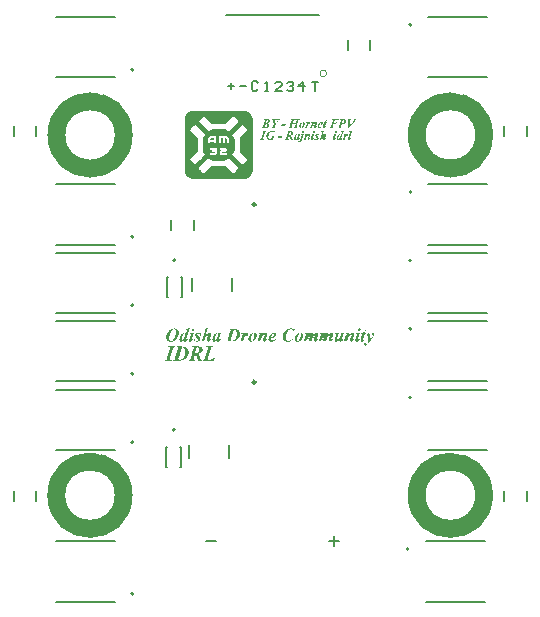
<source format=gbr>
%TF.GenerationSoftware,Altium Limited,Altium Designer,20.2.3 (150)*%
G04 Layer_Color=65535*
%FSLAX26Y26*%
%MOIN*%
%TF.SameCoordinates,1E0D65CC-F0FE-4DFC-A0D5-6D9DD74121E6*%
%TF.FilePolarity,Positive*%
%TF.FileFunction,Legend,Top*%
%TF.Part,Single*%
G01*
G75*
%TA.AperFunction,NonConductor*%
%ADD54C,0.009842*%
%ADD55C,0.007874*%
%ADD56C,0.059055*%
%ADD57C,0.005000*%
%ADD58C,0.006000*%
%ADD80C,0.000000*%
%ADD81C,0.008000*%
G36*
X1082433Y1861747D02*
X1085449D01*
Y1861370D01*
X1087334D01*
Y1860993D01*
X1088842D01*
Y1860616D01*
X1089973D01*
Y1860239D01*
X1091104D01*
Y1859862D01*
X1091858D01*
Y1859485D01*
X1092989D01*
Y1859108D01*
X1093743D01*
Y1858731D01*
X1094497D01*
Y1858354D01*
X1094874D01*
Y1857977D01*
X1095628D01*
Y1857600D01*
X1096382D01*
Y1857223D01*
X1096759D01*
Y1856846D01*
X1097513D01*
Y1856469D01*
X1097889D01*
Y1856092D01*
X1098266D01*
Y1855715D01*
X1099021D01*
Y1855338D01*
X1099397D01*
Y1854961D01*
X1099774D01*
Y1854584D01*
X1100151D01*
Y1854207D01*
X1100528D01*
Y1853831D01*
X1100906D01*
Y1853454D01*
X1101659D01*
Y1853077D01*
Y1852700D01*
X1102036D01*
Y1852322D01*
X1102413D01*
Y1851946D01*
X1102790D01*
Y1851569D01*
X1103167D01*
Y1851191D01*
X1103544D01*
Y1850815D01*
X1103921D01*
Y1850438D01*
X1104298D01*
Y1850061D01*
Y1849684D01*
X1104675D01*
Y1849307D01*
X1105052D01*
Y1848930D01*
Y1848553D01*
X1105429D01*
Y1848176D01*
X1105806D01*
Y1847799D01*
Y1847422D01*
X1106183D01*
Y1847045D01*
Y1846668D01*
X1106560D01*
Y1846291D01*
X1106937D01*
Y1845914D01*
Y1845537D01*
X1107314D01*
Y1845160D01*
Y1844783D01*
X1107691D01*
Y1844406D01*
Y1844029D01*
Y1843652D01*
X1108068D01*
Y1843275D01*
Y1842898D01*
X1108445D01*
Y1842521D01*
Y1842144D01*
Y1841767D01*
X1108822D01*
Y1841390D01*
Y1841013D01*
Y1840636D01*
X1109199D01*
Y1840259D01*
Y1839882D01*
Y1839505D01*
Y1839128D01*
X1109576D01*
Y1838751D01*
Y1838374D01*
Y1837997D01*
Y1837620D01*
Y1837243D01*
X1109953D01*
Y1836866D01*
Y1836489D01*
Y1836112D01*
Y1835735D01*
Y1835358D01*
Y1834981D01*
Y1834604D01*
Y1834227D01*
X1110330D01*
Y1833850D01*
Y1833473D01*
Y1833096D01*
Y1832719D01*
Y1832342D01*
Y1831965D01*
Y1831588D01*
Y1831211D01*
Y1830834D01*
Y1830457D01*
Y1830080D01*
Y1829703D01*
Y1829326D01*
Y1828949D01*
Y1828572D01*
Y1828195D01*
Y1827818D01*
Y1827441D01*
Y1827064D01*
Y1826687D01*
Y1826310D01*
Y1825933D01*
Y1825556D01*
Y1825179D01*
Y1824803D01*
Y1824426D01*
Y1824049D01*
Y1823671D01*
Y1823295D01*
Y1822917D01*
Y1822541D01*
Y1822164D01*
Y1821786D01*
Y1821409D01*
Y1821033D01*
Y1820656D01*
Y1820279D01*
Y1819902D01*
Y1819525D01*
Y1819148D01*
Y1818771D01*
Y1818394D01*
Y1818017D01*
Y1817640D01*
Y1817263D01*
Y1816886D01*
Y1816509D01*
Y1816132D01*
Y1815755D01*
Y1815378D01*
Y1815001D01*
Y1814624D01*
Y1814247D01*
Y1813870D01*
Y1813493D01*
Y1813116D01*
Y1812739D01*
Y1812362D01*
Y1811985D01*
Y1811608D01*
Y1811231D01*
Y1810854D01*
Y1810477D01*
Y1810100D01*
Y1809723D01*
Y1809346D01*
Y1808969D01*
Y1808592D01*
Y1808215D01*
Y1807838D01*
Y1807461D01*
Y1807084D01*
Y1806707D01*
Y1806330D01*
Y1805953D01*
Y1805576D01*
Y1805199D01*
Y1804822D01*
Y1804445D01*
Y1804068D01*
Y1803691D01*
Y1803314D01*
Y1802937D01*
Y1802560D01*
Y1802183D01*
Y1801806D01*
Y1801429D01*
Y1801052D01*
Y1800675D01*
Y1800298D01*
Y1799921D01*
Y1799544D01*
Y1799167D01*
Y1798790D01*
Y1798413D01*
Y1798036D01*
Y1797659D01*
Y1797282D01*
Y1796905D01*
Y1796528D01*
Y1796151D01*
Y1795774D01*
Y1795397D01*
Y1795021D01*
Y1794643D01*
Y1794266D01*
Y1793889D01*
Y1793513D01*
Y1793136D01*
Y1792759D01*
Y1792382D01*
Y1792005D01*
Y1791628D01*
Y1791251D01*
Y1790874D01*
Y1790497D01*
Y1790120D01*
Y1789743D01*
Y1789366D01*
Y1788989D01*
Y1788612D01*
Y1788235D01*
Y1787858D01*
Y1787481D01*
Y1787104D01*
Y1786727D01*
Y1786350D01*
Y1785973D01*
Y1785596D01*
Y1785219D01*
Y1784842D01*
Y1784465D01*
Y1784088D01*
Y1783711D01*
Y1783334D01*
Y1782957D01*
Y1782580D01*
Y1782203D01*
Y1781826D01*
Y1781449D01*
Y1781072D01*
Y1780695D01*
Y1780318D01*
Y1779941D01*
Y1779564D01*
Y1779187D01*
Y1778810D01*
Y1778433D01*
Y1778056D01*
Y1777679D01*
Y1777302D01*
Y1776925D01*
Y1776548D01*
Y1776171D01*
Y1775794D01*
Y1775417D01*
Y1775040D01*
Y1774663D01*
Y1774286D01*
Y1773909D01*
Y1773532D01*
Y1773155D01*
Y1772778D01*
Y1772401D01*
Y1772024D01*
Y1771647D01*
Y1771270D01*
Y1770893D01*
Y1770516D01*
Y1770139D01*
Y1769762D01*
Y1769385D01*
Y1769008D01*
Y1768631D01*
Y1768254D01*
Y1767877D01*
Y1767500D01*
Y1767123D01*
Y1766746D01*
Y1766369D01*
Y1765992D01*
Y1765615D01*
Y1765238D01*
Y1764861D01*
Y1764485D01*
Y1764108D01*
Y1763730D01*
Y1763354D01*
Y1762977D01*
Y1762600D01*
Y1762223D01*
Y1761846D01*
Y1761468D01*
Y1761092D01*
Y1760715D01*
Y1760338D01*
Y1759961D01*
Y1759584D01*
Y1759207D01*
Y1758830D01*
Y1758453D01*
Y1758076D01*
Y1757699D01*
Y1757322D01*
Y1756945D01*
Y1756568D01*
Y1756191D01*
Y1755814D01*
Y1755437D01*
Y1755060D01*
Y1754683D01*
Y1754306D01*
Y1753929D01*
Y1753552D01*
Y1753175D01*
Y1752798D01*
Y1752421D01*
Y1752044D01*
Y1751667D01*
Y1751290D01*
Y1750913D01*
Y1750536D01*
Y1750159D01*
Y1749782D01*
Y1749405D01*
Y1749028D01*
Y1748651D01*
Y1748274D01*
Y1747897D01*
Y1747520D01*
Y1747143D01*
Y1746766D01*
Y1746389D01*
Y1746012D01*
Y1745635D01*
Y1745258D01*
Y1744881D01*
Y1744504D01*
Y1744127D01*
Y1743750D01*
Y1743373D01*
Y1742996D01*
Y1742619D01*
Y1742242D01*
Y1741865D01*
Y1741488D01*
Y1741111D01*
Y1740734D01*
Y1740357D01*
Y1739980D01*
Y1739603D01*
Y1739226D01*
Y1738849D01*
Y1738472D01*
Y1738095D01*
Y1737718D01*
Y1737341D01*
Y1736965D01*
Y1736588D01*
Y1736210D01*
Y1735834D01*
Y1735457D01*
Y1735080D01*
Y1734703D01*
Y1734325D01*
Y1733948D01*
Y1733572D01*
Y1733195D01*
Y1732818D01*
Y1732441D01*
Y1732064D01*
Y1731687D01*
Y1731310D01*
Y1730933D01*
Y1730556D01*
Y1730179D01*
Y1729802D01*
Y1729425D01*
Y1729048D01*
Y1728671D01*
Y1728294D01*
Y1727917D01*
Y1727540D01*
Y1727163D01*
Y1726786D01*
Y1726409D01*
Y1726032D01*
Y1725655D01*
Y1725278D01*
Y1724901D01*
Y1724524D01*
Y1724147D01*
Y1723770D01*
Y1723393D01*
Y1723016D01*
Y1722639D01*
Y1722262D01*
Y1721885D01*
Y1721508D01*
Y1721131D01*
Y1720754D01*
Y1720377D01*
Y1720000D01*
Y1719623D01*
Y1719246D01*
Y1718869D01*
Y1718492D01*
Y1718115D01*
Y1717738D01*
Y1717361D01*
Y1716984D01*
Y1716607D01*
Y1716230D01*
Y1715853D01*
Y1715476D01*
Y1715099D01*
Y1714722D01*
Y1714345D01*
Y1713968D01*
Y1713591D01*
Y1713214D01*
Y1712837D01*
Y1712460D01*
Y1712083D01*
Y1711706D01*
Y1711329D01*
Y1710952D01*
Y1710575D01*
Y1710198D01*
Y1709821D01*
Y1709444D01*
Y1709067D01*
Y1708690D01*
Y1708313D01*
Y1707937D01*
Y1707560D01*
Y1707182D01*
Y1706805D01*
Y1706428D01*
Y1706051D01*
Y1705674D01*
Y1705297D01*
Y1704920D01*
Y1704543D01*
Y1704167D01*
Y1703790D01*
Y1703413D01*
Y1703036D01*
Y1702659D01*
Y1702282D01*
Y1701905D01*
Y1701528D01*
Y1701151D01*
Y1700774D01*
Y1700397D01*
Y1700020D01*
Y1699643D01*
Y1699266D01*
Y1698889D01*
Y1698512D01*
Y1698135D01*
Y1697758D01*
Y1697381D01*
Y1697004D01*
Y1696627D01*
Y1696250D01*
Y1695873D01*
Y1695496D01*
Y1695119D01*
Y1694742D01*
Y1694365D01*
Y1693988D01*
Y1693611D01*
Y1693234D01*
Y1692857D01*
Y1692480D01*
Y1692103D01*
Y1691726D01*
Y1691349D01*
Y1690972D01*
Y1690595D01*
Y1690218D01*
Y1689841D01*
Y1689464D01*
Y1689087D01*
Y1688710D01*
Y1688333D01*
Y1687956D01*
Y1687579D01*
Y1687202D01*
Y1686825D01*
Y1686448D01*
Y1686071D01*
Y1685694D01*
Y1685317D01*
Y1684940D01*
Y1684563D01*
Y1684186D01*
Y1683809D01*
Y1683432D01*
Y1683055D01*
Y1682678D01*
Y1682301D01*
Y1681924D01*
Y1681547D01*
Y1681170D01*
Y1680793D01*
Y1680416D01*
Y1680039D01*
Y1679662D01*
Y1679285D01*
Y1678908D01*
Y1678531D01*
Y1678154D01*
Y1677777D01*
Y1677400D01*
Y1677024D01*
Y1676647D01*
Y1676270D01*
Y1675893D01*
Y1675516D01*
Y1675139D01*
Y1674762D01*
Y1674385D01*
Y1674007D01*
Y1673631D01*
Y1673254D01*
Y1672877D01*
Y1672500D01*
Y1672123D01*
Y1671746D01*
Y1671369D01*
Y1670992D01*
Y1670615D01*
Y1670238D01*
Y1669861D01*
Y1669484D01*
Y1669107D01*
Y1668730D01*
Y1668353D01*
Y1667976D01*
Y1667599D01*
Y1667222D01*
Y1666845D01*
Y1666468D01*
Y1666091D01*
Y1665714D01*
Y1665337D01*
Y1664960D01*
Y1664583D01*
Y1664206D01*
Y1663829D01*
Y1663452D01*
Y1663075D01*
Y1662698D01*
X1109953D01*
Y1662321D01*
Y1661944D01*
Y1661567D01*
Y1661190D01*
Y1660813D01*
Y1660436D01*
Y1660059D01*
Y1659682D01*
X1109576D01*
Y1659305D01*
Y1658928D01*
Y1658551D01*
Y1658174D01*
Y1657797D01*
X1109199D01*
Y1657420D01*
Y1657043D01*
Y1656666D01*
X1108822D01*
Y1656289D01*
Y1655912D01*
Y1655535D01*
X1108445D01*
Y1655158D01*
Y1654781D01*
Y1654404D01*
X1108068D01*
Y1654027D01*
Y1653650D01*
Y1653273D01*
X1107691D01*
Y1652896D01*
Y1652519D01*
X1107314D01*
Y1652142D01*
Y1651765D01*
X1106937D01*
Y1651388D01*
Y1651011D01*
X1106560D01*
Y1650634D01*
Y1650257D01*
X1106183D01*
Y1649880D01*
X1105806D01*
Y1649503D01*
Y1649126D01*
X1105429D01*
Y1648749D01*
X1105052D01*
Y1648372D01*
Y1647995D01*
X1104675D01*
Y1647619D01*
X1104298D01*
Y1647242D01*
Y1646864D01*
X1103921D01*
Y1646487D01*
X1103544D01*
Y1646111D01*
X1103167D01*
Y1645734D01*
X1102790D01*
Y1645357D01*
X1102413D01*
Y1644980D01*
Y1644602D01*
X1102036D01*
Y1644226D01*
X1101659D01*
Y1643849D01*
X1101283D01*
Y1643472D01*
X1100906D01*
Y1643095D01*
X1100151D01*
Y1642718D01*
X1099774D01*
Y1642341D01*
X1099397D01*
Y1641964D01*
X1099021D01*
Y1641587D01*
X1098643D01*
Y1641210D01*
X1097889D01*
Y1640833D01*
X1097513D01*
Y1640456D01*
X1096759D01*
Y1640079D01*
X1096382D01*
Y1639702D01*
X1095628D01*
Y1639325D01*
X1095251D01*
Y1638948D01*
X1094497D01*
Y1638571D01*
X1093743D01*
Y1638194D01*
X1092989D01*
Y1637817D01*
X1091858D01*
Y1637440D01*
X1091104D01*
Y1637063D01*
X1089973D01*
Y1636686D01*
X1088842D01*
Y1636309D01*
X1087711D01*
Y1635932D01*
X1085826D01*
Y1635555D01*
X1082810D01*
Y1635178D01*
X910904D01*
Y1635555D01*
X907888D01*
Y1635932D01*
X906003D01*
Y1636309D01*
X904872D01*
Y1636686D01*
X903741D01*
Y1637063D01*
X902610D01*
Y1637440D01*
X901479D01*
Y1637817D01*
X900725D01*
Y1638194D01*
X899971D01*
Y1638571D01*
X899217D01*
Y1638948D01*
X898463D01*
Y1639325D01*
X898086D01*
Y1639702D01*
X897332D01*
Y1640079D01*
X896955D01*
Y1640456D01*
X896201D01*
Y1640833D01*
X895824D01*
Y1641210D01*
X895070D01*
Y1641587D01*
X894693D01*
Y1641964D01*
X894317D01*
Y1642341D01*
X893939D01*
Y1642718D01*
X893186D01*
Y1643095D01*
X892808D01*
Y1643472D01*
X892431D01*
Y1643849D01*
X892054D01*
Y1644226D01*
X891678D01*
Y1644602D01*
X891301D01*
Y1644980D01*
X890923D01*
Y1645357D01*
Y1645734D01*
X890547D01*
Y1646111D01*
X890170D01*
Y1646487D01*
X889793D01*
Y1646864D01*
X889416D01*
Y1647242D01*
Y1647619D01*
X889039D01*
Y1647995D01*
X888662D01*
Y1648372D01*
X888285D01*
Y1648749D01*
Y1649126D01*
X887908D01*
Y1649503D01*
Y1649880D01*
X887531D01*
Y1650257D01*
X887154D01*
Y1650634D01*
Y1651011D01*
X886777D01*
Y1651388D01*
Y1651765D01*
X886400D01*
Y1652142D01*
Y1652519D01*
X886023D01*
Y1652896D01*
Y1653273D01*
X885646D01*
Y1653650D01*
Y1654027D01*
Y1654404D01*
X885269D01*
Y1654781D01*
Y1655158D01*
Y1655535D01*
X884892D01*
Y1655912D01*
Y1656289D01*
Y1656666D01*
X884515D01*
Y1657043D01*
Y1657420D01*
Y1657797D01*
X884138D01*
Y1658174D01*
Y1658551D01*
Y1658928D01*
Y1659305D01*
Y1659682D01*
X883761D01*
Y1660059D01*
Y1660436D01*
Y1660813D01*
Y1661190D01*
Y1661567D01*
Y1661944D01*
Y1662321D01*
Y1662698D01*
X883384D01*
Y1663075D01*
Y1663452D01*
Y1663829D01*
Y1664206D01*
Y1664583D01*
Y1664960D01*
Y1665337D01*
Y1665714D01*
Y1666091D01*
Y1666468D01*
Y1666845D01*
Y1667222D01*
Y1667599D01*
Y1667976D01*
Y1668353D01*
Y1668730D01*
Y1669107D01*
Y1669484D01*
Y1669861D01*
Y1670238D01*
Y1670615D01*
Y1670992D01*
Y1671369D01*
Y1671746D01*
Y1672123D01*
Y1672500D01*
Y1672877D01*
Y1673254D01*
Y1673631D01*
Y1674007D01*
Y1674385D01*
Y1674762D01*
Y1675139D01*
Y1675516D01*
Y1675893D01*
Y1676270D01*
Y1676647D01*
Y1677024D01*
Y1677400D01*
Y1677777D01*
Y1678154D01*
Y1678531D01*
Y1678908D01*
Y1679285D01*
Y1679662D01*
Y1680039D01*
Y1680416D01*
Y1680793D01*
Y1681170D01*
Y1681547D01*
Y1681924D01*
Y1682301D01*
Y1682678D01*
Y1683055D01*
Y1683432D01*
Y1683809D01*
Y1684186D01*
Y1684563D01*
Y1684940D01*
Y1685317D01*
Y1685694D01*
Y1686071D01*
Y1686448D01*
Y1686825D01*
Y1687202D01*
Y1687579D01*
Y1687956D01*
Y1688333D01*
Y1688710D01*
Y1689087D01*
Y1689464D01*
Y1689841D01*
Y1690218D01*
Y1690595D01*
Y1690972D01*
Y1691349D01*
Y1691726D01*
Y1692103D01*
Y1692480D01*
Y1692857D01*
Y1693234D01*
Y1693611D01*
Y1693988D01*
Y1694365D01*
Y1694742D01*
Y1695119D01*
Y1695496D01*
Y1695873D01*
Y1696250D01*
Y1696627D01*
Y1697004D01*
Y1697381D01*
Y1697758D01*
Y1698135D01*
Y1698512D01*
Y1698889D01*
Y1699266D01*
Y1699643D01*
Y1700020D01*
Y1700397D01*
Y1700774D01*
Y1701151D01*
Y1701528D01*
Y1701905D01*
Y1702282D01*
Y1702659D01*
Y1703036D01*
Y1703413D01*
Y1703790D01*
Y1704167D01*
Y1704543D01*
Y1704920D01*
Y1705297D01*
Y1705674D01*
Y1706051D01*
Y1706428D01*
Y1706805D01*
Y1707182D01*
Y1707560D01*
Y1707937D01*
Y1708313D01*
Y1708690D01*
Y1709067D01*
Y1709444D01*
Y1709821D01*
Y1710198D01*
Y1710575D01*
Y1710952D01*
Y1711329D01*
Y1711706D01*
Y1712083D01*
Y1712460D01*
Y1712837D01*
Y1713214D01*
Y1713591D01*
Y1713968D01*
Y1714345D01*
Y1714722D01*
Y1715099D01*
Y1715476D01*
Y1715853D01*
Y1716230D01*
Y1716607D01*
Y1716984D01*
Y1717361D01*
Y1717738D01*
Y1718115D01*
Y1718492D01*
Y1718869D01*
Y1719246D01*
Y1719623D01*
Y1720000D01*
Y1720377D01*
Y1720754D01*
Y1721131D01*
Y1721508D01*
Y1721885D01*
Y1722262D01*
Y1722639D01*
Y1723016D01*
Y1723393D01*
Y1723770D01*
Y1724147D01*
Y1724524D01*
Y1724901D01*
Y1725278D01*
Y1725655D01*
Y1726032D01*
Y1726409D01*
Y1726786D01*
Y1727163D01*
Y1727540D01*
Y1727917D01*
Y1728294D01*
Y1728671D01*
Y1729048D01*
Y1729425D01*
Y1729802D01*
Y1730179D01*
Y1730556D01*
Y1730933D01*
Y1731310D01*
Y1731687D01*
Y1732064D01*
Y1732441D01*
Y1732818D01*
Y1733195D01*
Y1733572D01*
Y1733948D01*
Y1734325D01*
Y1734703D01*
Y1735080D01*
Y1735457D01*
Y1735834D01*
Y1736210D01*
Y1736588D01*
Y1736965D01*
Y1737341D01*
Y1737718D01*
Y1738095D01*
Y1738472D01*
Y1738849D01*
Y1739226D01*
Y1739603D01*
Y1739980D01*
Y1740357D01*
Y1740734D01*
Y1741111D01*
Y1741488D01*
Y1741865D01*
Y1742242D01*
Y1742619D01*
Y1742996D01*
Y1743373D01*
Y1743750D01*
Y1744127D01*
Y1744504D01*
Y1744881D01*
Y1745258D01*
Y1745635D01*
Y1746012D01*
Y1746389D01*
Y1746766D01*
Y1747143D01*
Y1747520D01*
Y1747897D01*
Y1748274D01*
Y1748651D01*
Y1749028D01*
Y1749405D01*
Y1749782D01*
Y1750159D01*
Y1750536D01*
Y1750913D01*
Y1751290D01*
Y1751667D01*
Y1752044D01*
Y1752421D01*
Y1752798D01*
Y1753175D01*
Y1753552D01*
Y1753929D01*
Y1754306D01*
Y1754683D01*
Y1755060D01*
Y1755437D01*
Y1755814D01*
Y1756191D01*
Y1756568D01*
Y1756945D01*
Y1757322D01*
Y1757699D01*
Y1758076D01*
Y1758453D01*
Y1758830D01*
Y1759207D01*
Y1759584D01*
Y1759961D01*
Y1760338D01*
Y1760715D01*
Y1761092D01*
Y1761468D01*
Y1761846D01*
Y1762223D01*
Y1762600D01*
Y1762977D01*
Y1763354D01*
Y1763730D01*
Y1764108D01*
Y1764485D01*
Y1764861D01*
Y1765238D01*
Y1765615D01*
Y1765992D01*
Y1766369D01*
Y1766746D01*
Y1767123D01*
Y1767500D01*
Y1767877D01*
Y1768254D01*
Y1768631D01*
Y1769008D01*
Y1769385D01*
Y1769762D01*
Y1770139D01*
Y1770516D01*
Y1770893D01*
Y1771270D01*
Y1771647D01*
Y1772024D01*
Y1772401D01*
Y1772778D01*
Y1773155D01*
Y1773532D01*
Y1773909D01*
Y1774286D01*
Y1774663D01*
Y1775040D01*
Y1775417D01*
Y1775794D01*
Y1776171D01*
Y1776548D01*
Y1776925D01*
Y1777302D01*
Y1777679D01*
Y1778056D01*
Y1778433D01*
Y1778810D01*
Y1779187D01*
Y1779564D01*
Y1779941D01*
Y1780318D01*
Y1780695D01*
Y1781072D01*
Y1781449D01*
Y1781826D01*
Y1782203D01*
Y1782580D01*
Y1782957D01*
Y1783334D01*
Y1783711D01*
Y1784088D01*
Y1784465D01*
Y1784842D01*
Y1785219D01*
Y1785596D01*
Y1785973D01*
Y1786350D01*
Y1786727D01*
Y1787104D01*
Y1787481D01*
Y1787858D01*
Y1788235D01*
Y1788612D01*
Y1788989D01*
Y1789366D01*
Y1789743D01*
Y1790120D01*
Y1790497D01*
Y1790874D01*
Y1791251D01*
Y1791628D01*
Y1792005D01*
Y1792382D01*
Y1792759D01*
Y1793136D01*
Y1793513D01*
Y1793889D01*
Y1794266D01*
Y1794643D01*
Y1795021D01*
Y1795397D01*
Y1795774D01*
Y1796151D01*
Y1796528D01*
Y1796905D01*
Y1797282D01*
Y1797659D01*
Y1798036D01*
Y1798413D01*
Y1798790D01*
Y1799167D01*
Y1799544D01*
Y1799921D01*
Y1800298D01*
Y1800675D01*
Y1801052D01*
Y1801429D01*
Y1801806D01*
Y1802183D01*
Y1802560D01*
Y1802937D01*
Y1803314D01*
Y1803691D01*
Y1804068D01*
Y1804445D01*
Y1804822D01*
Y1805199D01*
Y1805576D01*
Y1805953D01*
Y1806330D01*
Y1806707D01*
Y1807084D01*
Y1807461D01*
Y1807838D01*
Y1808215D01*
Y1808592D01*
Y1808969D01*
Y1809346D01*
Y1809723D01*
Y1810100D01*
Y1810477D01*
Y1810854D01*
Y1811231D01*
Y1811608D01*
Y1811985D01*
Y1812362D01*
Y1812739D01*
Y1813116D01*
Y1813493D01*
Y1813870D01*
Y1814247D01*
Y1814624D01*
Y1815001D01*
Y1815378D01*
Y1815755D01*
Y1816132D01*
Y1816509D01*
Y1816886D01*
Y1817263D01*
Y1817640D01*
Y1818017D01*
Y1818394D01*
Y1818771D01*
Y1819148D01*
Y1819525D01*
Y1819902D01*
Y1820279D01*
Y1820656D01*
Y1821033D01*
Y1821409D01*
Y1821786D01*
Y1822164D01*
Y1822541D01*
Y1822917D01*
Y1823295D01*
Y1823671D01*
Y1824049D01*
Y1824426D01*
Y1824803D01*
Y1825179D01*
Y1825556D01*
Y1825933D01*
Y1826310D01*
Y1826687D01*
Y1827064D01*
Y1827441D01*
Y1827818D01*
Y1828195D01*
Y1828572D01*
Y1828949D01*
Y1829326D01*
Y1829703D01*
Y1830080D01*
Y1830457D01*
Y1830834D01*
Y1831211D01*
Y1831588D01*
Y1831965D01*
Y1832342D01*
Y1832719D01*
Y1833096D01*
Y1833473D01*
Y1833850D01*
Y1834227D01*
Y1834604D01*
X883761D01*
Y1834981D01*
Y1835358D01*
Y1835735D01*
Y1836112D01*
Y1836489D01*
Y1836866D01*
Y1837243D01*
Y1837620D01*
X884138D01*
Y1837997D01*
Y1838374D01*
Y1838751D01*
Y1839128D01*
Y1839505D01*
X884515D01*
Y1839882D01*
Y1840259D01*
Y1840636D01*
X884892D01*
Y1841013D01*
Y1841390D01*
Y1841767D01*
X885269D01*
Y1842144D01*
Y1842521D01*
Y1842898D01*
X885646D01*
Y1843275D01*
Y1843652D01*
Y1844029D01*
X886023D01*
Y1844406D01*
Y1844783D01*
X886400D01*
Y1845160D01*
Y1845537D01*
X886777D01*
Y1845914D01*
Y1846291D01*
X887154D01*
Y1846668D01*
Y1847045D01*
X887531D01*
Y1847422D01*
X887908D01*
Y1847799D01*
Y1848176D01*
X888285D01*
Y1848553D01*
X888662D01*
Y1848930D01*
Y1849307D01*
X889039D01*
Y1849684D01*
X889416D01*
Y1850061D01*
Y1850438D01*
X889793D01*
Y1850815D01*
X890170D01*
Y1851191D01*
X890547D01*
Y1851569D01*
X890923D01*
Y1851946D01*
X891301D01*
Y1852322D01*
Y1852700D01*
X891678D01*
Y1853077D01*
X892054D01*
Y1853454D01*
X892431D01*
Y1853831D01*
X892808D01*
Y1854207D01*
X893562D01*
Y1854584D01*
X893939D01*
Y1854961D01*
X894317D01*
Y1855338D01*
X894693D01*
Y1855715D01*
X895070D01*
Y1856092D01*
X895824D01*
Y1856469D01*
X896201D01*
Y1856846D01*
X896955D01*
Y1857223D01*
X897332D01*
Y1857600D01*
X898086D01*
Y1857977D01*
X898463D01*
Y1858354D01*
X899217D01*
Y1858731D01*
X899971D01*
Y1859108D01*
X900725D01*
Y1859485D01*
X901856D01*
Y1859862D01*
X902610D01*
Y1860239D01*
X903741D01*
Y1860616D01*
X904872D01*
Y1860993D01*
X906003D01*
Y1861370D01*
X907888D01*
Y1861747D01*
X910904D01*
Y1862124D01*
X1082433D01*
Y1861747D01*
D02*
G37*
G36*
X1182895Y1785954D02*
X1182152D01*
Y1785998D01*
Y1786129D01*
X1182109Y1786347D01*
Y1786610D01*
X1182065Y1786916D01*
X1182021Y1787265D01*
X1181846Y1788139D01*
X1181628Y1789057D01*
X1181322Y1789975D01*
X1180885Y1790849D01*
X1180667Y1791242D01*
X1180361Y1791591D01*
X1180273Y1791679D01*
X1180055Y1791854D01*
X1179705Y1792159D01*
X1179181Y1792465D01*
X1178525Y1792771D01*
X1177782Y1793077D01*
X1176865Y1793252D01*
X1175816Y1793339D01*
X1175510D01*
X1175291Y1793296D01*
X1175029D01*
X1174723Y1793208D01*
X1174330Y1793165D01*
X1173937Y1793077D01*
X1173019Y1792815D01*
X1172014Y1792422D01*
X1171446Y1792203D01*
X1170921Y1791897D01*
X1170353Y1791591D01*
X1169785Y1791198D01*
X1169742Y1791154D01*
X1169654Y1791111D01*
X1169479Y1790980D01*
X1169304Y1790805D01*
X1169042Y1790586D01*
X1168736Y1790324D01*
X1168387Y1789975D01*
X1168037Y1789581D01*
X1167644Y1789188D01*
X1167251Y1788707D01*
X1166814Y1788139D01*
X1166377Y1787571D01*
X1165983Y1786916D01*
X1165546Y1786216D01*
X1165109Y1785473D01*
X1164716Y1784687D01*
X1164672Y1784643D01*
X1164629Y1784468D01*
X1164541Y1784250D01*
X1164410Y1783944D01*
X1164235Y1783507D01*
X1164061Y1783026D01*
X1163886Y1782502D01*
X1163667Y1781890D01*
X1163492Y1781191D01*
X1163274Y1780492D01*
X1163099Y1779705D01*
X1162968Y1778918D01*
X1162706Y1777214D01*
X1162662Y1776340D01*
X1162618Y1775422D01*
Y1775379D01*
Y1775248D01*
Y1775029D01*
X1162662Y1774723D01*
Y1774374D01*
X1162706Y1773980D01*
X1162881Y1773063D01*
X1163099Y1772057D01*
X1163449Y1771009D01*
X1163929Y1770004D01*
X1164192Y1769523D01*
X1164541Y1769086D01*
X1164585Y1769042D01*
X1164629Y1768998D01*
X1164891Y1768736D01*
X1165284Y1768387D01*
X1165852Y1767993D01*
X1166508Y1767600D01*
X1167294Y1767251D01*
X1168168Y1766988D01*
X1168649Y1766945D01*
X1169130Y1766901D01*
X1169348D01*
X1169567Y1766945D01*
X1169873Y1766988D01*
X1170266Y1767032D01*
X1170747Y1767163D01*
X1171271Y1767294D01*
X1171839Y1767469D01*
X1173980Y1774942D01*
Y1774985D01*
X1174024Y1775029D01*
X1174068Y1775248D01*
X1174155Y1775553D01*
X1174243Y1775947D01*
X1174330Y1776384D01*
X1174417Y1776777D01*
X1174505Y1777170D01*
Y1777433D01*
Y1777476D01*
Y1777564D01*
X1174461Y1777695D01*
X1174417Y1777870D01*
X1174330Y1778088D01*
X1174243Y1778263D01*
X1174068Y1778481D01*
X1173849Y1778700D01*
X1173806Y1778744D01*
X1173718Y1778787D01*
X1173543Y1778875D01*
X1173325Y1779006D01*
X1173019Y1779093D01*
X1172626Y1779181D01*
X1172145Y1779224D01*
X1171577Y1779268D01*
X1171795Y1780055D01*
X1183900D01*
X1183726Y1779268D01*
X1183551D01*
X1183332Y1779224D01*
X1183114Y1779181D01*
X1182546Y1779050D01*
X1182283Y1778962D01*
X1182021Y1778831D01*
X1181977D01*
X1181934Y1778787D01*
X1181672Y1778569D01*
X1181366Y1778263D01*
X1181060Y1777782D01*
X1181016Y1777695D01*
X1180972Y1777564D01*
X1180885Y1777389D01*
X1180798Y1777083D01*
X1180710Y1776733D01*
X1180579Y1776253D01*
X1180404Y1775685D01*
X1178001Y1767294D01*
X1177957D01*
X1177782Y1767207D01*
X1177564Y1767119D01*
X1177214Y1766988D01*
X1176821Y1766857D01*
X1176340Y1766726D01*
X1175772Y1766551D01*
X1175160Y1766377D01*
X1174461Y1766202D01*
X1173762Y1766027D01*
X1172975Y1765896D01*
X1172145Y1765765D01*
X1170441Y1765546D01*
X1168605Y1765459D01*
X1168256D01*
X1167950Y1765503D01*
X1167644D01*
X1167251Y1765546D01*
X1166857Y1765590D01*
X1166377Y1765634D01*
X1165371Y1765765D01*
X1164279Y1766027D01*
X1163187Y1766333D01*
X1162138Y1766770D01*
X1162094D01*
X1162007Y1766813D01*
X1161876Y1766901D01*
X1161701Y1767032D01*
X1161220Y1767338D01*
X1160608Y1767819D01*
X1159909Y1768430D01*
X1159166Y1769130D01*
X1158423Y1770047D01*
X1157724Y1771052D01*
Y1771096D01*
X1157637Y1771184D01*
X1157549Y1771358D01*
X1157462Y1771577D01*
X1157331Y1771839D01*
X1157156Y1772189D01*
X1157025Y1772582D01*
X1156850Y1773019D01*
X1156675Y1773500D01*
X1156544Y1774024D01*
X1156238Y1775160D01*
X1156063Y1776428D01*
X1155976Y1777782D01*
Y1777826D01*
Y1777870D01*
Y1778132D01*
X1156020Y1778569D01*
X1156107Y1779093D01*
X1156195Y1779792D01*
X1156369Y1780579D01*
X1156588Y1781453D01*
X1156850Y1782414D01*
X1157243Y1783463D01*
X1157724Y1784512D01*
X1158292Y1785604D01*
X1158948Y1786697D01*
X1159778Y1787790D01*
X1160739Y1788882D01*
X1161832Y1789931D01*
X1163055Y1790936D01*
X1163099Y1790980D01*
X1163318Y1791111D01*
X1163623Y1791329D01*
X1164017Y1791591D01*
X1164541Y1791897D01*
X1165197Y1792203D01*
X1165896Y1792597D01*
X1166726Y1792990D01*
X1167600Y1793339D01*
X1168562Y1793733D01*
X1169610Y1794039D01*
X1170703Y1794388D01*
X1171883Y1794607D01*
X1173063Y1794825D01*
X1174330Y1794956D01*
X1175641Y1795000D01*
X1176384D01*
X1176734Y1794956D01*
X1177127D01*
X1177913Y1794869D01*
X1177957D01*
X1178088Y1794825D01*
X1178263D01*
X1178569Y1794738D01*
X1178918Y1794650D01*
X1179399Y1794563D01*
X1179967Y1794432D01*
X1180623Y1794257D01*
X1180667D01*
X1180841Y1794213D01*
X1181060Y1794170D01*
X1181322Y1794126D01*
X1181890Y1793995D01*
X1182109Y1793951D01*
X1182502D01*
X1182677Y1793995D01*
X1182895Y1794082D01*
X1183157Y1794213D01*
X1183463Y1794388D01*
X1183769Y1794650D01*
X1184075Y1795000D01*
X1184818D01*
X1182895Y1785954D01*
D02*
G37*
G36*
X1388067Y1794956D02*
X1388373Y1794869D01*
X1388678Y1794782D01*
X1389072Y1794607D01*
X1389421Y1794388D01*
X1389771Y1794082D01*
X1389815Y1794039D01*
X1389902Y1793908D01*
X1390077Y1793733D01*
X1390252Y1793470D01*
X1390383Y1793165D01*
X1390558Y1792815D01*
X1390645Y1792378D01*
X1390689Y1791941D01*
Y1791897D01*
Y1791723D01*
X1390645Y1791460D01*
X1390558Y1791198D01*
X1390470Y1790849D01*
X1390295Y1790455D01*
X1390077Y1790106D01*
X1389771Y1789756D01*
X1389727Y1789712D01*
X1389596Y1789625D01*
X1389421Y1789494D01*
X1389159Y1789319D01*
X1388853Y1789144D01*
X1388460Y1789013D01*
X1388067Y1788926D01*
X1387586Y1788882D01*
X1387368D01*
X1387149Y1788926D01*
X1386843Y1789013D01*
X1386537Y1789101D01*
X1386188Y1789232D01*
X1385794Y1789450D01*
X1385445Y1789756D01*
X1385401Y1789800D01*
X1385314Y1789931D01*
X1385182Y1790106D01*
X1385008Y1790368D01*
X1384833Y1790674D01*
X1384702Y1791067D01*
X1384614Y1791460D01*
X1384571Y1791941D01*
Y1791985D01*
Y1792159D01*
X1384614Y1792378D01*
X1384702Y1792684D01*
X1384789Y1793034D01*
X1384920Y1793383D01*
X1385139Y1793733D01*
X1385445Y1794082D01*
X1385488Y1794126D01*
X1385620Y1794213D01*
X1385794Y1794388D01*
X1386056Y1794563D01*
X1386362Y1794694D01*
X1386712Y1794869D01*
X1387149Y1794956D01*
X1387586Y1795000D01*
X1387804D01*
X1388067Y1794956D01*
D02*
G37*
G36*
X1314651D02*
X1314957Y1794869D01*
X1315263Y1794782D01*
X1315656Y1794607D01*
X1316005Y1794388D01*
X1316355Y1794082D01*
X1316399Y1794039D01*
X1316486Y1793908D01*
X1316661Y1793733D01*
X1316836Y1793470D01*
X1316967Y1793165D01*
X1317142Y1792815D01*
X1317229Y1792378D01*
X1317273Y1791941D01*
Y1791897D01*
Y1791723D01*
X1317229Y1791460D01*
X1317142Y1791198D01*
X1317054Y1790849D01*
X1316879Y1790455D01*
X1316661Y1790106D01*
X1316355Y1789756D01*
X1316311Y1789712D01*
X1316180Y1789625D01*
X1316005Y1789494D01*
X1315743Y1789319D01*
X1315437Y1789144D01*
X1315044Y1789013D01*
X1314651Y1788926D01*
X1314170Y1788882D01*
X1313951D01*
X1313733Y1788926D01*
X1313427Y1789013D01*
X1313121Y1789101D01*
X1312772Y1789232D01*
X1312378Y1789450D01*
X1312029Y1789756D01*
X1311985Y1789800D01*
X1311898Y1789931D01*
X1311766Y1790106D01*
X1311592Y1790368D01*
X1311417Y1790674D01*
X1311286Y1791067D01*
X1311198Y1791460D01*
X1311155Y1791941D01*
Y1791985D01*
Y1792159D01*
X1311198Y1792378D01*
X1311286Y1792684D01*
X1311373Y1793034D01*
X1311504Y1793383D01*
X1311723Y1793733D01*
X1312029Y1794082D01*
X1312072Y1794126D01*
X1312204Y1794213D01*
X1312378Y1794388D01*
X1312640Y1794563D01*
X1312946Y1794694D01*
X1313296Y1794869D01*
X1313733Y1794956D01*
X1314170Y1795000D01*
X1314389D01*
X1314651Y1794956D01*
D02*
G37*
G36*
X1278817D02*
X1279123Y1794869D01*
X1279472Y1794782D01*
X1279822Y1794607D01*
X1280171Y1794388D01*
X1280521Y1794082D01*
X1280565Y1794039D01*
X1280652Y1793908D01*
X1280827Y1793733D01*
X1281002Y1793470D01*
X1281133Y1793165D01*
X1281308Y1792771D01*
X1281395Y1792378D01*
X1281439Y1791897D01*
Y1791854D01*
Y1791679D01*
X1281395Y1791460D01*
X1281308Y1791154D01*
X1281220Y1790849D01*
X1281045Y1790499D01*
X1280827Y1790106D01*
X1280521Y1789756D01*
X1280477Y1789712D01*
X1280346Y1789625D01*
X1280171Y1789494D01*
X1279909Y1789319D01*
X1279603Y1789144D01*
X1279254Y1789013D01*
X1278817Y1788926D01*
X1278380Y1788882D01*
X1278161D01*
X1277943Y1788926D01*
X1277637Y1789013D01*
X1277287Y1789101D01*
X1276938Y1789232D01*
X1276544Y1789450D01*
X1276195Y1789756D01*
X1276151Y1789800D01*
X1276064Y1789931D01*
X1275932Y1790106D01*
X1275758Y1790368D01*
X1275583Y1790674D01*
X1275452Y1791067D01*
X1275364Y1791460D01*
X1275321Y1791897D01*
Y1791941D01*
Y1792116D01*
X1275364Y1792334D01*
X1275452Y1792640D01*
X1275539Y1792990D01*
X1275670Y1793339D01*
X1275889Y1793733D01*
X1276195Y1794082D01*
X1276238Y1794126D01*
X1276370Y1794213D01*
X1276544Y1794388D01*
X1276806Y1794563D01*
X1277112Y1794694D01*
X1277506Y1794869D01*
X1277943Y1794956D01*
X1278380Y1795000D01*
X1278598D01*
X1278817Y1794956D01*
D02*
G37*
G36*
X1331388Y1778962D02*
X1330601D01*
Y1779006D01*
Y1779093D01*
X1330557Y1779181D01*
Y1779355D01*
X1330470Y1779792D01*
X1330339Y1780361D01*
X1330120Y1780972D01*
X1329858Y1781628D01*
X1329509Y1782283D01*
X1329028Y1782851D01*
X1328984Y1782895D01*
X1328810Y1783070D01*
X1328504Y1783288D01*
X1328154Y1783594D01*
X1327717Y1783857D01*
X1327236Y1784075D01*
X1326668Y1784250D01*
X1326100Y1784293D01*
X1325925D01*
X1325751Y1784250D01*
X1325532Y1784206D01*
X1325051Y1784075D01*
X1324789Y1783900D01*
X1324527Y1783725D01*
X1324483Y1783682D01*
X1324439Y1783638D01*
X1324352Y1783507D01*
X1324221Y1783332D01*
X1324003Y1782895D01*
X1323959Y1782677D01*
X1323915Y1782371D01*
Y1782327D01*
Y1782240D01*
Y1782152D01*
X1323959Y1781977D01*
X1324046Y1781540D01*
X1324177Y1781103D01*
Y1781060D01*
X1324221Y1781016D01*
X1324308Y1780885D01*
X1324439Y1780710D01*
X1324614Y1780492D01*
X1324789Y1780186D01*
X1325095Y1779880D01*
X1325401Y1779530D01*
X1325445Y1779486D01*
X1325532Y1779355D01*
X1325707Y1779181D01*
X1325925Y1778962D01*
X1326188Y1778656D01*
X1326493Y1778350D01*
X1327149Y1777607D01*
X1327804Y1776777D01*
X1328460Y1775991D01*
X1329028Y1775248D01*
X1329203Y1774942D01*
X1329378Y1774679D01*
X1329421Y1774636D01*
X1329509Y1774461D01*
X1329596Y1774199D01*
X1329771Y1773849D01*
X1329902Y1773412D01*
X1329989Y1772931D01*
X1330077Y1772407D01*
X1330120Y1771839D01*
Y1771752D01*
Y1771577D01*
X1330077Y1771271D01*
X1330033Y1770834D01*
X1329902Y1770353D01*
X1329771Y1769829D01*
X1329552Y1769304D01*
X1329246Y1768736D01*
X1329203Y1768693D01*
X1329072Y1768518D01*
X1328897Y1768256D01*
X1328635Y1767906D01*
X1328285Y1767556D01*
X1327848Y1767163D01*
X1327324Y1766770D01*
X1326756Y1766420D01*
X1326668Y1766377D01*
X1326493Y1766289D01*
X1326144Y1766158D01*
X1325707Y1765983D01*
X1325226Y1765808D01*
X1324658Y1765677D01*
X1324003Y1765590D01*
X1323347Y1765546D01*
X1323129D01*
X1322866Y1765590D01*
X1322517D01*
X1322080Y1765677D01*
X1321599Y1765765D01*
X1320987Y1765852D01*
X1320375Y1766027D01*
X1320332D01*
X1320201Y1766071D01*
X1319982Y1766114D01*
X1319720Y1766158D01*
X1319152Y1766245D01*
X1318846Y1766289D01*
X1318322D01*
X1318059Y1766245D01*
X1317797Y1766158D01*
X1317753Y1766114D01*
X1317622Y1766027D01*
X1317447Y1765852D01*
X1317185Y1765546D01*
X1316399D01*
X1317404Y1772451D01*
X1318059D01*
Y1772407D01*
X1318103Y1772320D01*
X1318147Y1772232D01*
X1318190Y1772057D01*
X1318322Y1771577D01*
X1318496Y1771052D01*
X1318671Y1770441D01*
X1318890Y1769872D01*
X1319152Y1769304D01*
X1319370Y1768824D01*
X1319414Y1768780D01*
X1319501Y1768649D01*
X1319632Y1768474D01*
X1319851Y1768212D01*
X1320070Y1767950D01*
X1320375Y1767644D01*
X1321075Y1767119D01*
X1321118Y1767076D01*
X1321249Y1767032D01*
X1321468Y1766945D01*
X1321730Y1766813D01*
X1322080Y1766682D01*
X1322429Y1766595D01*
X1322779Y1766551D01*
X1323172Y1766508D01*
X1323347D01*
X1323565Y1766551D01*
X1323828Y1766595D01*
X1324134Y1766682D01*
X1324439Y1766813D01*
X1324745Y1766988D01*
X1325051Y1767207D01*
X1325095Y1767251D01*
X1325182Y1767338D01*
X1325313Y1767469D01*
X1325445Y1767688D01*
X1325576Y1767950D01*
X1325707Y1768212D01*
X1325794Y1768562D01*
X1325838Y1768911D01*
Y1768955D01*
Y1769086D01*
X1325794Y1769261D01*
Y1769523D01*
X1325619Y1770091D01*
X1325488Y1770441D01*
X1325313Y1770790D01*
X1325270Y1770834D01*
X1325226Y1770965D01*
X1325051Y1771184D01*
X1324833Y1771489D01*
X1324571Y1771883D01*
X1324134Y1772407D01*
X1323653Y1772975D01*
X1323041Y1773674D01*
X1322997Y1773718D01*
X1322954Y1773805D01*
X1322823Y1773937D01*
X1322648Y1774111D01*
X1322211Y1774592D01*
X1321730Y1775160D01*
X1321206Y1775816D01*
X1320681Y1776515D01*
X1320201Y1777170D01*
X1319851Y1777738D01*
Y1777782D01*
X1319764Y1777913D01*
X1319676Y1778132D01*
X1319589Y1778438D01*
X1319501Y1778787D01*
X1319414Y1779181D01*
X1319370Y1779618D01*
X1319327Y1780098D01*
Y1780142D01*
Y1780186D01*
Y1780317D01*
X1319370Y1780492D01*
X1319414Y1780885D01*
X1319545Y1781409D01*
X1319720Y1782021D01*
X1320026Y1782633D01*
X1320419Y1783288D01*
X1320944Y1783857D01*
X1321031Y1783944D01*
X1321249Y1784119D01*
X1321643Y1784337D01*
X1322123Y1784643D01*
X1322779Y1784905D01*
X1323565Y1785168D01*
X1324483Y1785342D01*
X1325532Y1785386D01*
X1325751D01*
X1326056Y1785342D01*
X1326406D01*
X1326887Y1785255D01*
X1327411Y1785168D01*
X1328067Y1785080D01*
X1328722Y1784905D01*
X1328766D01*
X1328897Y1784862D01*
X1329072Y1784818D01*
X1329290Y1784774D01*
X1329771Y1784687D01*
X1330208Y1784643D01*
X1330339D01*
X1330514Y1784687D01*
X1330689Y1784730D01*
X1330907Y1784818D01*
X1331126Y1784949D01*
X1331344Y1785124D01*
X1331563Y1785386D01*
X1332305D01*
X1331388Y1778962D01*
D02*
G37*
G36*
X1406377Y1771708D02*
Y1771664D01*
X1406333Y1771620D01*
X1406290Y1771358D01*
X1406159Y1771009D01*
X1406071Y1770572D01*
X1405940Y1770091D01*
X1405809Y1769698D01*
X1405765Y1769304D01*
X1405722Y1769086D01*
Y1769042D01*
Y1768955D01*
X1405765Y1768780D01*
X1405853Y1768649D01*
X1405896D01*
X1405984Y1768605D01*
X1406115Y1768562D01*
X1406246Y1768518D01*
X1406290D01*
X1406464Y1768562D01*
X1406727Y1768649D01*
X1407033Y1768867D01*
X1407076Y1768911D01*
X1407164Y1768998D01*
X1407338Y1769130D01*
X1407557Y1769348D01*
X1407819Y1769654D01*
X1408125Y1770047D01*
X1408475Y1770528D01*
X1408868Y1771096D01*
X1409611Y1770659D01*
X1409567Y1770615D01*
X1409480Y1770441D01*
X1409305Y1770178D01*
X1409086Y1769872D01*
X1408824Y1769479D01*
X1408518Y1769042D01*
X1408125Y1768562D01*
X1407732Y1768124D01*
X1406770Y1767163D01*
X1406246Y1766726D01*
X1405678Y1766333D01*
X1405066Y1766027D01*
X1404454Y1765765D01*
X1403842Y1765590D01*
X1403187Y1765546D01*
X1402968D01*
X1402750Y1765590D01*
X1402488Y1765634D01*
X1401832Y1765808D01*
X1401526Y1765939D01*
X1401220Y1766158D01*
X1401177Y1766202D01*
X1401133Y1766289D01*
X1401002Y1766420D01*
X1400915Y1766639D01*
X1400783Y1766857D01*
X1400652Y1767163D01*
X1400609Y1767469D01*
X1400565Y1767862D01*
Y1767906D01*
Y1768037D01*
X1400609Y1768256D01*
X1400652Y1768562D01*
X1400696Y1768955D01*
X1400827Y1769436D01*
X1400958Y1770004D01*
X1401133Y1770615D01*
X1401789Y1772757D01*
X1401745Y1772713D01*
X1401657Y1772538D01*
X1401526Y1772320D01*
X1401351Y1772014D01*
X1401133Y1771664D01*
X1400871Y1771227D01*
X1400259Y1770266D01*
X1399516Y1769261D01*
X1398773Y1768256D01*
X1398380Y1767775D01*
X1397987Y1767338D01*
X1397593Y1766945D01*
X1397244Y1766639D01*
X1397200Y1766595D01*
X1396982Y1766464D01*
X1396719Y1766289D01*
X1396326Y1766114D01*
X1395889Y1765896D01*
X1395408Y1765721D01*
X1394928Y1765590D01*
X1394403Y1765546D01*
X1394141D01*
X1393835Y1765634D01*
X1393486Y1765721D01*
X1393049Y1765852D01*
X1392611Y1766071D01*
X1392175Y1766377D01*
X1391737Y1766813D01*
X1391694Y1766857D01*
X1391563Y1767032D01*
X1391388Y1767338D01*
X1391213Y1767731D01*
X1391038Y1768256D01*
X1390863Y1768911D01*
X1390732Y1769654D01*
X1390689Y1770484D01*
Y1770528D01*
Y1770615D01*
Y1770790D01*
X1390732Y1771009D01*
Y1771315D01*
X1390776Y1771620D01*
X1390820Y1772014D01*
X1390863Y1772407D01*
X1391038Y1773325D01*
X1391257Y1774374D01*
X1391606Y1775466D01*
X1392043Y1776602D01*
Y1776646D01*
X1392087Y1776733D01*
X1392175Y1776908D01*
X1392306Y1777127D01*
X1392437Y1777345D01*
X1392568Y1777651D01*
X1392961Y1778350D01*
X1393442Y1779137D01*
X1393966Y1780011D01*
X1394578Y1780841D01*
X1395234Y1781628D01*
X1395277Y1781671D01*
X1395321Y1781715D01*
X1395539Y1781977D01*
X1395889Y1782327D01*
X1396370Y1782764D01*
X1396894Y1783201D01*
X1397506Y1783682D01*
X1398118Y1784119D01*
X1398729Y1784512D01*
X1398817Y1784556D01*
X1399035Y1784643D01*
X1399341Y1784774D01*
X1399778Y1784949D01*
X1400259Y1785124D01*
X1400827Y1785255D01*
X1401395Y1785342D01*
X1402007Y1785386D01*
X1402313D01*
X1402488Y1785342D01*
X1402968Y1785255D01*
X1403449Y1785036D01*
X1403493D01*
X1403580Y1784949D01*
X1403711Y1784862D01*
X1403886Y1784730D01*
X1404105Y1784556D01*
X1404367Y1784337D01*
X1404629Y1784075D01*
X1404935Y1783725D01*
X1406552Y1788882D01*
Y1788926D01*
X1406595Y1788969D01*
X1406639Y1789188D01*
X1406727Y1789537D01*
X1406858Y1789975D01*
X1407076Y1790892D01*
X1407120Y1791329D01*
X1407164Y1791723D01*
Y1791766D01*
Y1791810D01*
X1407120Y1792028D01*
X1406989Y1792291D01*
X1406727Y1792553D01*
X1406639Y1792597D01*
X1406421Y1792771D01*
X1406071Y1792902D01*
X1405590Y1792946D01*
X1405110D01*
X1404804Y1792902D01*
X1404979Y1793733D01*
X1412145Y1795000D01*
X1413456D01*
X1406377Y1771708D01*
D02*
G37*
G36*
X1300536Y1785342D02*
X1300798Y1785299D01*
X1301104Y1785168D01*
X1301453Y1785036D01*
X1301803Y1784818D01*
X1302109Y1784512D01*
X1302152Y1784468D01*
X1302240Y1784337D01*
X1302371Y1784162D01*
X1302546Y1783900D01*
X1302677Y1783594D01*
X1302808Y1783201D01*
X1302895Y1782720D01*
X1302939Y1782240D01*
Y1782196D01*
Y1782021D01*
X1302895Y1781803D01*
Y1781453D01*
X1302808Y1781060D01*
X1302721Y1780579D01*
X1302590Y1780011D01*
X1302415Y1779443D01*
X1299574Y1770703D01*
Y1770659D01*
X1299531Y1770528D01*
X1299443Y1770310D01*
X1299399Y1770091D01*
X1299225Y1769610D01*
X1299181Y1769392D01*
Y1769217D01*
Y1769173D01*
X1299225Y1769086D01*
X1299268Y1768955D01*
X1299356Y1768824D01*
X1299399Y1768780D01*
X1299443Y1768736D01*
X1299574Y1768693D01*
X1299662Y1768649D01*
X1299705D01*
X1299793Y1768693D01*
X1299967Y1768736D01*
X1300142Y1768824D01*
X1300186Y1768867D01*
X1300273Y1768955D01*
X1300405Y1769086D01*
X1300579Y1769261D01*
X1300798Y1769523D01*
X1301060Y1769785D01*
X1301322Y1770135D01*
X1301628Y1770528D01*
X1301672Y1770572D01*
X1301759Y1770746D01*
X1301978Y1771009D01*
X1302240Y1771402D01*
X1303026Y1770921D01*
X1302983Y1770878D01*
X1302895Y1770703D01*
X1302721Y1770441D01*
X1302502Y1770135D01*
X1302196Y1769741D01*
X1301847Y1769304D01*
X1301497Y1768867D01*
X1301060Y1768387D01*
X1300055Y1767469D01*
X1299531Y1767032D01*
X1298962Y1766639D01*
X1298394Y1766333D01*
X1297783Y1766071D01*
X1297171Y1765896D01*
X1296515Y1765852D01*
X1296297D01*
X1296078Y1765896D01*
X1295772Y1765939D01*
X1295423Y1766027D01*
X1295117Y1766114D01*
X1294767Y1766289D01*
X1294461Y1766508D01*
X1294418Y1766551D01*
X1294330Y1766639D01*
X1294243Y1766770D01*
X1294112Y1766945D01*
X1293937Y1767207D01*
X1293850Y1767469D01*
X1293762Y1767819D01*
X1293718Y1768168D01*
Y1768212D01*
Y1768343D01*
X1293762Y1768518D01*
X1293806Y1768824D01*
X1293850Y1769173D01*
X1293981Y1769654D01*
X1294112Y1770178D01*
X1294286Y1770790D01*
X1297083Y1779661D01*
Y1779705D01*
X1297127Y1779792D01*
X1297171Y1779967D01*
X1297258Y1780142D01*
X1297345Y1780579D01*
X1297389Y1780754D01*
Y1780929D01*
Y1780972D01*
X1297345Y1781060D01*
X1297302Y1781191D01*
X1297171Y1781322D01*
X1297127Y1781366D01*
X1297040Y1781453D01*
X1296865Y1781497D01*
X1296690Y1781540D01*
X1296515D01*
X1296340Y1781497D01*
X1296122Y1781409D01*
X1295816Y1781278D01*
X1295423Y1781060D01*
X1295029Y1780797D01*
X1294592Y1780448D01*
X1294549Y1780404D01*
X1294461Y1780317D01*
X1294286Y1780142D01*
X1294068Y1779924D01*
X1293762Y1779661D01*
X1293456Y1779312D01*
X1293063Y1778875D01*
X1292670Y1778394D01*
X1292189Y1777870D01*
X1291708Y1777258D01*
X1291227Y1776559D01*
X1290703Y1775859D01*
X1290179Y1775029D01*
X1289611Y1774199D01*
X1289086Y1773281D01*
X1288518Y1772276D01*
X1286726Y1766114D01*
X1281395D01*
X1285372Y1779443D01*
Y1779486D01*
X1285415Y1779530D01*
X1285459Y1779749D01*
X1285546Y1780098D01*
X1285678Y1780535D01*
X1285852Y1781453D01*
X1285940Y1781890D01*
X1285984Y1782240D01*
Y1782283D01*
Y1782458D01*
X1285896Y1782633D01*
X1285809Y1782808D01*
X1285765Y1782851D01*
X1285678Y1782939D01*
X1285459Y1783070D01*
X1285197Y1783157D01*
X1285110Y1783201D01*
X1285022D01*
X1284847Y1783245D01*
X1284672Y1783288D01*
X1284410D01*
X1284104Y1783332D01*
X1283711D01*
X1283886Y1784119D01*
X1291140Y1785386D01*
X1292451D01*
X1289785Y1776428D01*
X1289829Y1776471D01*
X1289917Y1776602D01*
X1290048Y1776821D01*
X1290222Y1777083D01*
X1290485Y1777389D01*
X1290747Y1777738D01*
X1291359Y1778569D01*
X1292014Y1779486D01*
X1292713Y1780361D01*
X1293369Y1781147D01*
X1293675Y1781497D01*
X1293937Y1781803D01*
X1293981Y1781846D01*
X1294024Y1781890D01*
X1294286Y1782152D01*
X1294636Y1782502D01*
X1295117Y1782939D01*
X1295685Y1783376D01*
X1296253Y1783857D01*
X1296821Y1784250D01*
X1297389Y1784599D01*
X1297477Y1784643D01*
X1297651Y1784730D01*
X1297914Y1784862D01*
X1298307Y1784993D01*
X1298700Y1785124D01*
X1299181Y1785255D01*
X1299662Y1785342D01*
X1300142Y1785386D01*
X1300317D01*
X1300536Y1785342D01*
D02*
G37*
G36*
X1426610Y1785342D02*
X1426829Y1785299D01*
X1427047Y1785211D01*
X1427266Y1785124D01*
X1427484Y1784949D01*
X1427703Y1784731D01*
X1427746Y1784687D01*
X1427790Y1784600D01*
X1427877Y1784468D01*
X1427965Y1784294D01*
X1428052Y1784031D01*
X1428140Y1783726D01*
X1428227Y1783376D01*
Y1782939D01*
Y1782851D01*
Y1782589D01*
X1428183Y1782240D01*
X1428096Y1781759D01*
X1428008Y1781235D01*
X1427834Y1780667D01*
X1427572Y1780098D01*
X1427266Y1779530D01*
X1427222Y1779487D01*
X1427178Y1779399D01*
X1427047Y1779268D01*
X1426872Y1779137D01*
X1426435Y1778831D01*
X1426173Y1778744D01*
X1425911Y1778700D01*
X1425780D01*
X1425649Y1778744D01*
X1425430Y1778787D01*
X1425255Y1778875D01*
X1425037Y1779006D01*
X1424862Y1779181D01*
X1424687Y1779443D01*
Y1779487D01*
X1424644Y1779574D01*
X1424469Y1779836D01*
X1424294Y1780142D01*
X1424207Y1780229D01*
X1424119Y1780317D01*
X1424075Y1780361D01*
X1424032Y1780404D01*
X1423901Y1780448D01*
X1423770Y1780492D01*
X1423639D01*
X1423507Y1780448D01*
X1423333Y1780361D01*
X1423245Y1780317D01*
X1423158Y1780229D01*
X1423027Y1780098D01*
X1422852Y1779924D01*
X1422633Y1779705D01*
X1422415Y1779443D01*
X1422153Y1779093D01*
X1422109Y1779050D01*
X1422022Y1778918D01*
X1421890Y1778656D01*
X1421672Y1778350D01*
X1421410Y1777870D01*
X1421104Y1777345D01*
X1420798Y1776646D01*
X1420405Y1775859D01*
Y1775816D01*
X1420361Y1775772D01*
X1420317Y1775641D01*
X1420230Y1775466D01*
X1420055Y1775073D01*
X1419793Y1774548D01*
X1419531Y1773937D01*
X1419268Y1773281D01*
X1419006Y1772626D01*
X1418744Y1772014D01*
X1418700Y1771926D01*
Y1771839D01*
X1418657Y1771708D01*
X1418569Y1771533D01*
X1418482Y1771271D01*
X1418395Y1771009D01*
X1418307Y1770703D01*
X1418176Y1770310D01*
X1418045Y1769872D01*
X1417914Y1769392D01*
X1417739Y1768867D01*
X1417564Y1768256D01*
X1417389Y1767600D01*
X1417171Y1766901D01*
X1416952Y1766114D01*
X1411883D01*
X1415816Y1779880D01*
Y1779967D01*
X1415860Y1780142D01*
X1415947Y1780404D01*
X1416035Y1780710D01*
X1416166Y1781409D01*
X1416209Y1781715D01*
Y1781934D01*
Y1781977D01*
Y1782021D01*
X1416166Y1782240D01*
X1416122Y1782545D01*
X1415947Y1782808D01*
X1415904Y1782851D01*
X1415773Y1782983D01*
X1415598Y1783114D01*
X1415292Y1783245D01*
X1415204Y1783288D01*
X1415073D01*
X1414899Y1783332D01*
X1414680Y1783376D01*
X1414374D01*
X1413981Y1783419D01*
X1413544D01*
X1413719Y1784031D01*
X1420623Y1785386D01*
X1422022Y1785386D01*
X1418371Y1773738D01*
X1418395Y1773762D01*
X1418438Y1773893D01*
X1418526Y1774068D01*
X1418700Y1774461D01*
X1418963Y1775029D01*
X1419268Y1775728D01*
X1419618Y1776471D01*
X1420011Y1777345D01*
X1420448Y1778219D01*
X1421366Y1780011D01*
X1421847Y1780885D01*
X1422284Y1781715D01*
X1422764Y1782502D01*
X1423201Y1783201D01*
X1423595Y1783769D01*
X1423988Y1784206D01*
X1424032Y1784250D01*
X1424163Y1784381D01*
X1424381Y1784600D01*
X1424687Y1784818D01*
X1425037Y1784993D01*
X1425430Y1785211D01*
X1425867Y1785342D01*
X1426304Y1785386D01*
X1426435D01*
X1426610Y1785342D01*
D02*
G37*
G36*
X1206887Y1773281D02*
X1194694D01*
X1196049Y1777607D01*
X1208154D01*
X1206887Y1773281D01*
D02*
G37*
G36*
X1238219Y1794301D02*
X1238613D01*
X1239093Y1794257D01*
X1239618Y1794213D01*
X1240142Y1794126D01*
X1241322Y1793908D01*
X1242502Y1793602D01*
X1243070Y1793383D01*
X1243594Y1793165D01*
X1244032Y1792859D01*
X1244468Y1792553D01*
X1244512D01*
X1244556Y1792465D01*
X1244774Y1792247D01*
X1245124Y1791854D01*
X1245517Y1791329D01*
X1245867Y1790717D01*
X1246216Y1789931D01*
X1246435Y1789057D01*
X1246522Y1788576D01*
Y1788095D01*
Y1788052D01*
Y1787964D01*
Y1787790D01*
X1246479Y1787615D01*
X1246435Y1787352D01*
X1246391Y1787047D01*
X1246216Y1786347D01*
X1245954Y1785517D01*
X1245517Y1784643D01*
X1245255Y1784206D01*
X1244906Y1783725D01*
X1244556Y1783288D01*
X1244119Y1782851D01*
X1244032Y1782808D01*
X1243813Y1782589D01*
X1243420Y1782327D01*
X1243158Y1782196D01*
X1242895Y1781977D01*
X1242546Y1781803D01*
X1242152Y1781584D01*
X1241715Y1781409D01*
X1241191Y1781191D01*
X1240667Y1780972D01*
X1240099Y1780754D01*
X1239443Y1780535D01*
X1238744Y1780317D01*
X1241278Y1771752D01*
Y1771708D01*
X1241322Y1771620D01*
X1241366Y1771446D01*
X1241453Y1771184D01*
X1241541Y1770921D01*
X1241628Y1770615D01*
X1241890Y1769960D01*
X1242152Y1769217D01*
X1242458Y1768562D01*
X1242589Y1768256D01*
X1242720Y1767993D01*
X1242895Y1767775D01*
X1243026Y1767600D01*
X1243070Y1767556D01*
X1243158Y1767513D01*
X1243376Y1767382D01*
X1243638Y1767251D01*
X1243988Y1767119D01*
X1244468Y1766988D01*
X1244993Y1766901D01*
X1245605Y1766857D01*
Y1766114D01*
X1236777D01*
X1232844Y1779836D01*
X1231446D01*
X1228999Y1771315D01*
X1228955Y1771227D01*
X1228911Y1771009D01*
X1228824Y1770703D01*
X1228736Y1770310D01*
X1228518Y1769436D01*
X1228474Y1768998D01*
X1228431Y1768649D01*
Y1768605D01*
Y1768518D01*
X1228474Y1768343D01*
X1228518Y1768168D01*
X1228605Y1767950D01*
X1228693Y1767731D01*
X1228868Y1767513D01*
X1229086Y1767338D01*
X1229130D01*
X1229217Y1767251D01*
X1229392Y1767207D01*
X1229654Y1767119D01*
X1230047Y1767032D01*
X1230485Y1766945D01*
X1231053Y1766901D01*
X1231752Y1766857D01*
X1231490Y1766114D01*
X1217943D01*
X1218205Y1766857D01*
X1218511D01*
X1218860Y1766901D01*
X1219297Y1766945D01*
X1219778Y1767032D01*
X1220259Y1767207D01*
X1220739Y1767382D01*
X1221133Y1767644D01*
X1221176Y1767688D01*
X1221307Y1767819D01*
X1221482Y1768037D01*
X1221701Y1768387D01*
X1221963Y1768867D01*
X1222269Y1769479D01*
X1222575Y1770222D01*
X1222750Y1770703D01*
X1222881Y1771184D01*
X1228081Y1789319D01*
Y1789406D01*
X1228168Y1789581D01*
X1228212Y1789843D01*
X1228300Y1790193D01*
X1228431Y1790980D01*
X1228518Y1791373D01*
Y1791723D01*
Y1791766D01*
Y1791854D01*
X1228474Y1792028D01*
X1228431Y1792203D01*
X1228300Y1792597D01*
X1228125Y1792815D01*
X1227950Y1792990D01*
X1227906D01*
X1227819Y1793077D01*
X1227688Y1793121D01*
X1227426Y1793252D01*
X1227120Y1793339D01*
X1226683Y1793427D01*
X1226114Y1793514D01*
X1225459Y1793602D01*
X1225634Y1794344D01*
X1237870D01*
X1238219Y1794301D01*
D02*
G37*
G36*
X1156020Y1793602D02*
X1155714D01*
X1155364Y1793558D01*
X1154971Y1793514D01*
X1154490Y1793383D01*
X1154009Y1793252D01*
X1153529Y1793034D01*
X1153136Y1792728D01*
X1153092Y1792684D01*
X1152961Y1792553D01*
X1152786Y1792334D01*
X1152567Y1791985D01*
X1152305Y1791504D01*
X1151999Y1790892D01*
X1151737Y1790149D01*
X1151431Y1789232D01*
X1146231Y1771184D01*
X1146187Y1771096D01*
X1146143Y1770878D01*
X1146056Y1770528D01*
X1145969Y1770135D01*
X1145838Y1769698D01*
X1145750Y1769304D01*
X1145707Y1768911D01*
X1145663Y1768605D01*
Y1768562D01*
Y1768474D01*
X1145707Y1768343D01*
X1145750Y1768168D01*
X1145925Y1767775D01*
X1146056Y1767600D01*
X1146275Y1767425D01*
X1146318Y1767382D01*
X1146406Y1767338D01*
X1146624Y1767251D01*
X1146886Y1767163D01*
X1147280Y1767032D01*
X1147760Y1766945D01*
X1148372Y1766901D01*
X1149071Y1766857D01*
X1148897Y1766114D01*
X1135000D01*
X1135218Y1766857D01*
X1135568D01*
X1135918Y1766901D01*
X1136355Y1766945D01*
X1136879Y1767032D01*
X1137360Y1767207D01*
X1137841Y1767382D01*
X1138234Y1767644D01*
X1138277Y1767688D01*
X1138409Y1767819D01*
X1138583Y1768037D01*
X1138846Y1768387D01*
X1139108Y1768867D01*
X1139414Y1769479D01*
X1139720Y1770222D01*
X1139894Y1770703D01*
X1140025Y1771184D01*
X1145182Y1789232D01*
X1145226Y1789319D01*
X1145270Y1789494D01*
X1145357Y1789800D01*
X1145444Y1790193D01*
X1145575Y1791023D01*
X1145663Y1791417D01*
Y1791766D01*
Y1791810D01*
Y1791897D01*
X1145619Y1792028D01*
X1145575Y1792203D01*
X1145444Y1792597D01*
X1145270Y1792815D01*
X1145095Y1792990D01*
X1145051D01*
X1144964Y1793077D01*
X1144789Y1793121D01*
X1144527Y1793252D01*
X1144177Y1793339D01*
X1143696Y1793427D01*
X1143041Y1793514D01*
X1142298Y1793602D01*
X1142516Y1794344D01*
X1156282D01*
X1156020Y1793602D01*
D02*
G37*
G36*
X1341614Y1776209D02*
X1341657Y1776253D01*
X1341745Y1776384D01*
X1341876Y1776602D01*
X1342094Y1776864D01*
X1342313Y1777214D01*
X1342575Y1777607D01*
X1343230Y1778481D01*
X1343886Y1779399D01*
X1344585Y1780317D01*
X1345241Y1781147D01*
X1345547Y1781497D01*
X1345809Y1781803D01*
X1345852Y1781846D01*
X1345896Y1781890D01*
X1346158Y1782152D01*
X1346508Y1782502D01*
X1346989Y1782939D01*
X1347513Y1783419D01*
X1348081Y1783900D01*
X1348649Y1784293D01*
X1349174Y1784643D01*
X1349217Y1784687D01*
X1349392Y1784774D01*
X1349698Y1784862D01*
X1350048Y1785036D01*
X1350441Y1785168D01*
X1350878Y1785255D01*
X1351359Y1785342D01*
X1351839Y1785386D01*
X1352014D01*
X1352233Y1785342D01*
X1352495Y1785299D01*
X1352801Y1785168D01*
X1353107Y1785036D01*
X1353413Y1784818D01*
X1353718Y1784512D01*
X1353762Y1784468D01*
X1353850Y1784381D01*
X1353981Y1784162D01*
X1354112Y1783944D01*
X1354243Y1783594D01*
X1354374Y1783245D01*
X1354461Y1782808D01*
X1354505Y1782327D01*
Y1782283D01*
Y1782109D01*
X1354461Y1781890D01*
X1354418Y1781540D01*
X1354374Y1781147D01*
X1354287Y1780666D01*
X1354112Y1780142D01*
X1353937Y1779530D01*
X1351053Y1770703D01*
Y1770659D01*
X1351009Y1770528D01*
X1350965Y1770310D01*
X1350878Y1770091D01*
X1350747Y1769567D01*
X1350703Y1769348D01*
Y1769173D01*
Y1769130D01*
Y1769042D01*
X1350747Y1768911D01*
X1350834Y1768780D01*
X1350878D01*
X1350922Y1768736D01*
X1351053Y1768693D01*
X1351184Y1768649D01*
X1351228D01*
X1351315Y1768693D01*
X1351490Y1768736D01*
X1351665Y1768867D01*
X1351708Y1768911D01*
X1351796Y1768955D01*
X1351927Y1769086D01*
X1352102Y1769261D01*
X1352320Y1769523D01*
X1352582Y1769785D01*
X1352844Y1770135D01*
X1353107Y1770528D01*
X1353150Y1770572D01*
X1353238Y1770746D01*
X1353456Y1771009D01*
X1353718Y1771402D01*
X1354549Y1770921D01*
Y1770878D01*
X1354461Y1770790D01*
X1354374Y1770659D01*
X1354243Y1770441D01*
X1353893Y1769960D01*
X1353413Y1769304D01*
X1352888Y1768649D01*
X1352320Y1767993D01*
X1351708Y1767382D01*
X1351097Y1766901D01*
X1351009Y1766857D01*
X1350834Y1766726D01*
X1350528Y1766551D01*
X1350091Y1766377D01*
X1349611Y1766202D01*
X1349086Y1766027D01*
X1348562Y1765896D01*
X1347994Y1765852D01*
X1347775D01*
X1347557Y1765896D01*
X1347251Y1765939D01*
X1346901Y1766027D01*
X1346595Y1766114D01*
X1346246Y1766289D01*
X1345940Y1766508D01*
X1345896Y1766551D01*
X1345852Y1766639D01*
X1345721Y1766770D01*
X1345590Y1766945D01*
X1345459Y1767207D01*
X1345372Y1767469D01*
X1345284Y1767819D01*
X1345241Y1768168D01*
Y1768212D01*
Y1768343D01*
X1345284Y1768562D01*
X1345328Y1768824D01*
X1345372Y1769217D01*
X1345459Y1769654D01*
X1345590Y1770178D01*
X1345765Y1770746D01*
X1348606Y1779618D01*
Y1779661D01*
X1348649Y1779749D01*
X1348693Y1779924D01*
X1348737Y1780142D01*
X1348824Y1780579D01*
X1348868Y1780754D01*
Y1780929D01*
Y1780972D01*
Y1781060D01*
X1348780Y1781191D01*
X1348693Y1781322D01*
X1348649Y1781366D01*
X1348562Y1781453D01*
X1348431Y1781497D01*
X1348256Y1781540D01*
X1348125D01*
X1347950Y1781497D01*
X1347732Y1781366D01*
X1347426Y1781235D01*
X1347032Y1781016D01*
X1346595Y1780710D01*
X1346115Y1780273D01*
X1346071Y1780229D01*
X1345984Y1780142D01*
X1345852Y1780011D01*
X1345634Y1779792D01*
X1345372Y1779530D01*
X1345066Y1779181D01*
X1344760Y1778787D01*
X1344367Y1778307D01*
X1343973Y1777782D01*
X1343536Y1777214D01*
X1343056Y1776559D01*
X1342575Y1775816D01*
X1342094Y1775029D01*
X1341570Y1774199D01*
X1341045Y1773281D01*
X1340521Y1772276D01*
X1338686Y1766114D01*
X1333485D01*
X1340390Y1789581D01*
Y1789669D01*
X1340434Y1789843D01*
X1340521Y1790106D01*
X1340609Y1790411D01*
X1340740Y1791111D01*
X1340783Y1791460D01*
X1340827Y1791723D01*
Y1791766D01*
Y1791810D01*
X1340783Y1792028D01*
X1340609Y1792291D01*
X1340521Y1792422D01*
X1340346Y1792553D01*
X1340303D01*
X1340215Y1792597D01*
X1340084Y1792684D01*
X1339866Y1792728D01*
X1339603Y1792815D01*
X1339297Y1792859D01*
X1338904Y1792902D01*
X1338467D01*
X1338642Y1793733D01*
X1345809Y1795000D01*
X1347076D01*
X1341614Y1776209D01*
D02*
G37*
G36*
X1434258Y1771402D02*
Y1771358D01*
X1434214Y1771315D01*
X1434170Y1771053D01*
X1434083Y1770703D01*
X1433952Y1770310D01*
X1433821Y1769829D01*
X1433733Y1769392D01*
X1433689Y1769042D01*
X1433646Y1768780D01*
Y1768736D01*
X1433689Y1768649D01*
X1433733Y1768474D01*
X1433821Y1768343D01*
X1433864Y1768299D01*
X1433952Y1768256D01*
X1434083Y1768212D01*
X1434214Y1768168D01*
X1434258D01*
X1434432Y1768212D01*
X1434651Y1768299D01*
X1434913Y1768430D01*
X1434957Y1768474D01*
X1435088Y1768605D01*
X1435306Y1768780D01*
X1435569Y1769042D01*
X1435918Y1769436D01*
X1436268Y1769873D01*
X1436705Y1770441D01*
X1437142Y1771096D01*
X1437972Y1770703D01*
Y1770659D01*
X1437885Y1770572D01*
X1437797Y1770397D01*
X1437622Y1770222D01*
X1437229Y1769698D01*
X1436748Y1769042D01*
X1436180Y1768343D01*
X1435525Y1767644D01*
X1434782Y1766988D01*
X1434083Y1766420D01*
X1434039Y1766377D01*
X1433864Y1766289D01*
X1433602Y1766158D01*
X1433253Y1765983D01*
X1432815Y1765809D01*
X1432379Y1765677D01*
X1431854Y1765590D01*
X1431330Y1765546D01*
X1431111D01*
X1430849Y1765590D01*
X1430543Y1765634D01*
X1430194Y1765721D01*
X1429800Y1765852D01*
X1429451Y1766027D01*
X1429101Y1766245D01*
X1429057Y1766289D01*
X1428970Y1766377D01*
X1428839Y1766551D01*
X1428708Y1766770D01*
X1428577Y1767032D01*
X1428446Y1767338D01*
X1428358Y1767644D01*
X1428314Y1768037D01*
Y1768081D01*
Y1768168D01*
X1428358Y1768343D01*
X1428402Y1768605D01*
X1428446Y1768955D01*
X1428533Y1769392D01*
X1428664Y1769873D01*
X1428839Y1770484D01*
X1434651Y1789669D01*
X1434695Y1789756D01*
X1434738Y1789931D01*
X1434826Y1790193D01*
X1434913Y1790543D01*
X1435044Y1791198D01*
X1435132Y1791548D01*
Y1791766D01*
Y1791810D01*
Y1791854D01*
X1435088Y1792072D01*
X1434913Y1792334D01*
X1434826Y1792466D01*
X1434651Y1792553D01*
X1434607D01*
X1434520Y1792640D01*
X1434389Y1792684D01*
X1434170Y1792771D01*
X1433908Y1792859D01*
X1433602Y1792902D01*
X1433209Y1792946D01*
X1432772D01*
X1432947Y1793733D01*
X1440113Y1795000D01*
X1441424D01*
X1434258Y1771402D01*
D02*
G37*
G36*
X1384702Y1770703D02*
Y1770659D01*
X1384658Y1770528D01*
X1384571Y1770310D01*
X1384527Y1770047D01*
X1384352Y1769523D01*
X1384309Y1769261D01*
Y1769086D01*
Y1769042D01*
X1384352Y1768911D01*
X1384396Y1768780D01*
X1384483Y1768605D01*
X1384527Y1768562D01*
X1384614Y1768518D01*
X1384745Y1768474D01*
X1384877Y1768430D01*
X1384920D01*
X1385095Y1768474D01*
X1385314Y1768562D01*
X1385576Y1768736D01*
X1385620Y1768780D01*
X1385751Y1768911D01*
X1385925Y1769130D01*
X1386188Y1769436D01*
X1386537Y1769829D01*
X1386887Y1770310D01*
X1387324Y1770921D01*
X1387804Y1771664D01*
X1388504Y1771227D01*
X1388460Y1771184D01*
X1388373Y1770965D01*
X1388198Y1770703D01*
X1387979Y1770353D01*
X1387673Y1769916D01*
X1387324Y1769436D01*
X1386930Y1768911D01*
X1386494Y1768387D01*
X1385488Y1767338D01*
X1384920Y1766857D01*
X1384352Y1766420D01*
X1383740Y1766071D01*
X1383085Y1765808D01*
X1382429Y1765590D01*
X1381774Y1765546D01*
X1381555D01*
X1381293Y1765590D01*
X1380987Y1765634D01*
X1380638Y1765721D01*
X1380288Y1765852D01*
X1379938Y1766027D01*
X1379589Y1766289D01*
X1379545Y1766333D01*
X1379458Y1766420D01*
X1379327Y1766595D01*
X1379196Y1766813D01*
X1379064Y1767076D01*
X1378933Y1767425D01*
X1378846Y1767775D01*
X1378802Y1768212D01*
Y1768256D01*
Y1768343D01*
X1378846Y1768518D01*
Y1768736D01*
X1378890Y1768998D01*
X1378977Y1769348D01*
X1379064Y1769698D01*
X1379196Y1770135D01*
X1382386Y1780098D01*
Y1780142D01*
X1382473Y1780317D01*
X1382517Y1780579D01*
X1382604Y1780929D01*
X1382735Y1781628D01*
X1382823Y1781934D01*
Y1782240D01*
Y1782283D01*
Y1782327D01*
X1382779Y1782545D01*
X1382648Y1782808D01*
X1382386Y1783070D01*
X1382298Y1783114D01*
X1382123Y1783245D01*
X1381774Y1783376D01*
X1381293Y1783419D01*
X1380507D01*
X1380769Y1784250D01*
X1388023Y1785386D01*
X1389290D01*
X1384702Y1770703D01*
D02*
G37*
G36*
X1311286D02*
Y1770659D01*
X1311242Y1770528D01*
X1311155Y1770310D01*
X1311111Y1770047D01*
X1310936Y1769523D01*
X1310892Y1769261D01*
Y1769086D01*
Y1769042D01*
X1310936Y1768911D01*
X1310980Y1768780D01*
X1311067Y1768605D01*
X1311111Y1768562D01*
X1311198Y1768518D01*
X1311330Y1768474D01*
X1311461Y1768430D01*
X1311504D01*
X1311679Y1768474D01*
X1311898Y1768562D01*
X1312160Y1768736D01*
X1312204Y1768780D01*
X1312335Y1768911D01*
X1312509Y1769130D01*
X1312772Y1769436D01*
X1313121Y1769829D01*
X1313471Y1770310D01*
X1313908Y1770921D01*
X1314389Y1771664D01*
X1315088Y1771227D01*
X1315044Y1771184D01*
X1314957Y1770965D01*
X1314782Y1770703D01*
X1314563Y1770353D01*
X1314257Y1769916D01*
X1313908Y1769436D01*
X1313514Y1768911D01*
X1313078Y1768387D01*
X1312072Y1767338D01*
X1311504Y1766857D01*
X1310936Y1766420D01*
X1310324Y1766071D01*
X1309669Y1765808D01*
X1309013Y1765590D01*
X1308358Y1765546D01*
X1308139D01*
X1307877Y1765590D01*
X1307571Y1765634D01*
X1307222Y1765721D01*
X1306872Y1765852D01*
X1306523Y1766027D01*
X1306173Y1766289D01*
X1306129Y1766333D01*
X1306042Y1766420D01*
X1305911Y1766595D01*
X1305780Y1766813D01*
X1305649Y1767076D01*
X1305517Y1767425D01*
X1305430Y1767775D01*
X1305386Y1768212D01*
Y1768256D01*
Y1768343D01*
X1305430Y1768518D01*
Y1768736D01*
X1305474Y1768998D01*
X1305561Y1769348D01*
X1305649Y1769698D01*
X1305780Y1770135D01*
X1308970Y1780098D01*
Y1780142D01*
X1309057Y1780317D01*
X1309101Y1780579D01*
X1309188Y1780929D01*
X1309319Y1781628D01*
X1309407Y1781934D01*
Y1782240D01*
Y1782283D01*
Y1782327D01*
X1309363Y1782545D01*
X1309232Y1782808D01*
X1308970Y1783070D01*
X1308882Y1783114D01*
X1308707Y1783245D01*
X1308358Y1783376D01*
X1307877Y1783419D01*
X1307091D01*
X1307353Y1784250D01*
X1314607Y1785386D01*
X1315874D01*
X1311286Y1770703D01*
D02*
G37*
G36*
X1259938Y1785342D02*
X1260244Y1785299D01*
X1260506Y1785211D01*
X1260856Y1785080D01*
X1261162Y1784905D01*
X1261424Y1784687D01*
X1261468Y1784643D01*
X1261555Y1784556D01*
X1261686Y1784381D01*
X1261817Y1784119D01*
X1261992Y1783813D01*
X1262167Y1783376D01*
X1262342Y1782851D01*
X1262473Y1782240D01*
X1263259Y1784818D01*
X1268154Y1785124D01*
X1264090Y1771271D01*
X1263653Y1769567D01*
Y1769523D01*
X1263609Y1769392D01*
X1263565Y1769261D01*
Y1769130D01*
Y1769086D01*
X1263609Y1768998D01*
X1263653Y1768824D01*
X1263740Y1768693D01*
X1263784Y1768649D01*
X1263871Y1768605D01*
X1264002Y1768562D01*
X1264133Y1768518D01*
X1264221D01*
X1264439Y1768605D01*
X1264614Y1768693D01*
X1264789Y1768780D01*
X1265051Y1768955D01*
X1265313Y1769173D01*
X1265401Y1769261D01*
X1265488Y1769348D01*
X1265619Y1769523D01*
X1265794Y1769741D01*
X1266056Y1770091D01*
X1266362Y1770528D01*
X1266755Y1771096D01*
X1267498Y1770703D01*
Y1770659D01*
X1267455Y1770572D01*
X1267367Y1770441D01*
X1267236Y1770266D01*
X1266974Y1769785D01*
X1266581Y1769217D01*
X1266100Y1768562D01*
X1265576Y1767906D01*
X1264964Y1767294D01*
X1264352Y1766770D01*
X1264265Y1766726D01*
X1264046Y1766595D01*
X1263740Y1766377D01*
X1263303Y1766158D01*
X1262735Y1765939D01*
X1262123Y1765721D01*
X1261468Y1765590D01*
X1260769Y1765546D01*
X1260594D01*
X1260375Y1765590D01*
X1260113Y1765634D01*
X1259501Y1765808D01*
X1259239Y1765939D01*
X1258977Y1766114D01*
X1258933Y1766158D01*
X1258889Y1766245D01*
X1258802Y1766377D01*
X1258671Y1766551D01*
X1258540Y1766770D01*
X1258453Y1767032D01*
X1258409Y1767338D01*
X1258365Y1767688D01*
Y1767731D01*
Y1767862D01*
X1258409Y1768037D01*
X1258453Y1768343D01*
X1258540Y1768780D01*
X1258627Y1769304D01*
X1258802Y1769916D01*
X1259021Y1770703D01*
X1259545Y1772363D01*
X1259501Y1772320D01*
X1259458Y1772189D01*
X1259326Y1771970D01*
X1259108Y1771708D01*
X1258889Y1771358D01*
X1258671Y1770965D01*
X1258059Y1770091D01*
X1257316Y1769130D01*
X1256530Y1768168D01*
X1255699Y1767251D01*
X1255306Y1766857D01*
X1254869Y1766508D01*
X1254825Y1766464D01*
X1254651Y1766377D01*
X1254388Y1766202D01*
X1254039Y1766027D01*
X1253646Y1765852D01*
X1253165Y1765677D01*
X1252684Y1765590D01*
X1252116Y1765546D01*
X1252029D01*
X1251810Y1765590D01*
X1251460Y1765634D01*
X1251067Y1765721D01*
X1250630Y1765939D01*
X1250149Y1766202D01*
X1249713Y1766551D01*
X1249363Y1767076D01*
X1249319Y1767163D01*
X1249232Y1767338D01*
X1249101Y1767688D01*
X1248970Y1768124D01*
X1248795Y1768649D01*
X1248664Y1769217D01*
X1248576Y1769916D01*
X1248533Y1770615D01*
Y1770659D01*
Y1770746D01*
Y1770921D01*
X1248576Y1771140D01*
Y1771402D01*
X1248620Y1771752D01*
X1248664Y1772145D01*
X1248751Y1772538D01*
X1248839Y1773019D01*
X1248970Y1773543D01*
X1249275Y1774679D01*
X1249713Y1775947D01*
X1250324Y1777345D01*
X1250368Y1777389D01*
X1250412Y1777520D01*
X1250499Y1777695D01*
X1250630Y1777957D01*
X1250849Y1778307D01*
X1251067Y1778656D01*
X1251592Y1779530D01*
X1252247Y1780492D01*
X1253077Y1781540D01*
X1253995Y1782545D01*
X1255044Y1783463D01*
X1255088Y1783507D01*
X1255131Y1783551D01*
X1255262Y1783638D01*
X1255437Y1783769D01*
X1255918Y1784075D01*
X1256530Y1784425D01*
X1257185Y1784774D01*
X1257972Y1785080D01*
X1258758Y1785299D01*
X1259152Y1785386D01*
X1259764D01*
X1259938Y1785342D01*
D02*
G37*
G36*
X1275539Y1769130D02*
Y1769086D01*
X1275452Y1768911D01*
X1275408Y1768649D01*
X1275277Y1768299D01*
X1275146Y1767906D01*
X1274971Y1767425D01*
X1274796Y1766857D01*
X1274578Y1766289D01*
X1274097Y1765022D01*
X1273529Y1763711D01*
X1272917Y1762400D01*
X1272611Y1761788D01*
X1272305Y1761220D01*
Y1761176D01*
X1272262Y1761132D01*
X1272087Y1760870D01*
X1271868Y1760521D01*
X1271519Y1760040D01*
X1271082Y1759516D01*
X1270557Y1758991D01*
X1269946Y1758467D01*
X1269290Y1758030D01*
X1269203Y1757986D01*
X1268984Y1757855D01*
X1268591Y1757680D01*
X1268110Y1757462D01*
X1267498Y1757243D01*
X1266843Y1757068D01*
X1266144Y1756937D01*
X1265401Y1756894D01*
X1265139D01*
X1264833Y1756937D01*
X1264483Y1756981D01*
X1264090Y1757068D01*
X1263653Y1757199D01*
X1263303Y1757374D01*
X1262954Y1757593D01*
X1262910Y1757637D01*
X1262822Y1757724D01*
X1262691Y1757855D01*
X1262560Y1758073D01*
X1262254Y1758554D01*
X1262167Y1758860D01*
X1262123Y1759166D01*
Y1759210D01*
Y1759297D01*
X1262167Y1759472D01*
X1262211Y1759690D01*
X1262298Y1759909D01*
X1262429Y1760171D01*
X1262604Y1760433D01*
X1262822Y1760696D01*
X1262866Y1760739D01*
X1262954Y1760783D01*
X1263085Y1760914D01*
X1263303Y1761045D01*
X1263565Y1761132D01*
X1263871Y1761264D01*
X1264221Y1761307D01*
X1264614Y1761351D01*
X1264920D01*
X1265095Y1761307D01*
X1265532Y1761176D01*
X1265925Y1760914D01*
X1265969D01*
X1266013Y1760827D01*
X1266187Y1760608D01*
X1266319Y1760302D01*
X1266406Y1760084D01*
Y1759865D01*
Y1759822D01*
Y1759778D01*
X1266319Y1759472D01*
X1266187Y1759079D01*
X1266013Y1758860D01*
X1265838Y1758642D01*
X1265794Y1758598D01*
X1265750Y1758511D01*
X1265663Y1758379D01*
X1265619Y1758248D01*
Y1758161D01*
X1265663Y1758073D01*
X1265750Y1757986D01*
X1265794D01*
X1265838Y1757942D01*
X1265969Y1757899D01*
X1266144Y1757855D01*
X1266275D01*
X1266406Y1757899D01*
X1266624Y1757986D01*
X1266843Y1758117D01*
X1267061Y1758336D01*
X1267280Y1758598D01*
X1267498Y1758947D01*
Y1758991D01*
X1267586Y1759122D01*
X1267630Y1759253D01*
X1267673Y1759384D01*
X1267717Y1759603D01*
X1267804Y1759865D01*
X1267892Y1760127D01*
X1267979Y1760521D01*
X1268066Y1760914D01*
X1268198Y1761438D01*
X1268329Y1761963D01*
X1268460Y1762618D01*
X1268635Y1763361D01*
X1268809Y1764148D01*
X1273485Y1780098D01*
X1273529Y1780186D01*
X1273573Y1780361D01*
X1273660Y1780666D01*
X1273747Y1781016D01*
X1273835Y1781409D01*
X1273879Y1781759D01*
X1273966Y1782065D01*
Y1782283D01*
Y1782371D01*
X1273922Y1782545D01*
X1273747Y1782764D01*
X1273660Y1782939D01*
X1273485Y1783070D01*
X1273398Y1783114D01*
X1273136Y1783288D01*
X1272742Y1783419D01*
X1272218Y1783463D01*
X1271650D01*
X1271825Y1784250D01*
X1279079Y1785386D01*
X1280390D01*
X1275539Y1769130D01*
D02*
G37*
G36*
X1375000Y1756937D02*
X1352888D01*
Y1759603D01*
X1375000D01*
Y1756937D01*
D02*
G37*
G36*
X1396082Y1826571D02*
X1395339D01*
Y1826615D01*
Y1826658D01*
Y1826790D01*
X1395295Y1826964D01*
X1395252Y1827358D01*
X1395208Y1827882D01*
X1395121Y1828450D01*
X1394989Y1829018D01*
X1394815Y1829543D01*
X1394596Y1830023D01*
X1394553Y1830067D01*
X1394465Y1830198D01*
X1394334Y1830417D01*
X1394116Y1830679D01*
X1393810Y1830941D01*
X1393460Y1831247D01*
X1393067Y1831509D01*
X1392542Y1831771D01*
X1392499Y1831815D01*
X1392280Y1831859D01*
X1391930Y1831990D01*
X1391450Y1832121D01*
X1390838Y1832208D01*
X1390095Y1832339D01*
X1389177Y1832383D01*
X1388085Y1832427D01*
X1384458D01*
X1381443Y1821764D01*
X1382491D01*
X1383147Y1821808D01*
X1383846D01*
X1384545Y1821851D01*
X1385157Y1821895D01*
X1385376Y1821939D01*
X1385594Y1821983D01*
X1385681D01*
X1385856Y1822026D01*
X1386162Y1822114D01*
X1386512Y1822245D01*
X1386949Y1822419D01*
X1387429Y1822682D01*
X1387910Y1822944D01*
X1388391Y1823293D01*
X1388435Y1823337D01*
X1388609Y1823468D01*
X1388828Y1823730D01*
X1389134Y1824036D01*
X1389440Y1824430D01*
X1389833Y1824954D01*
X1390182Y1825478D01*
X1390488Y1826134D01*
X1391319D01*
X1388172Y1814991D01*
X1387342D01*
Y1815034D01*
X1387386Y1815165D01*
Y1815340D01*
X1387429Y1815602D01*
X1387473Y1816170D01*
X1387517Y1816695D01*
Y1816738D01*
Y1816913D01*
X1387473Y1817132D01*
Y1817438D01*
X1387298Y1818137D01*
X1387167Y1818443D01*
X1386992Y1818749D01*
X1386949Y1818792D01*
X1386905Y1818880D01*
X1386774Y1819011D01*
X1386643Y1819186D01*
X1386162Y1819535D01*
X1385900Y1819666D01*
X1385594Y1819797D01*
X1385550D01*
X1385419Y1819841D01*
X1385113Y1819885D01*
X1384938Y1819929D01*
X1384720Y1819972D01*
X1384414Y1820016D01*
X1384108D01*
X1383715Y1820060D01*
X1383322Y1820103D01*
X1382841D01*
X1382273Y1820147D01*
X1381661Y1820191D01*
X1381005D01*
X1378515Y1811363D01*
X1377990Y1809572D01*
Y1809528D01*
Y1809484D01*
X1377947Y1809266D01*
X1377903Y1808916D01*
Y1808567D01*
Y1808523D01*
Y1808436D01*
Y1808304D01*
X1377947Y1808130D01*
X1378034Y1807736D01*
X1378165Y1807387D01*
X1378209Y1807343D01*
X1378383Y1807168D01*
X1378646Y1806950D01*
X1379039Y1806731D01*
X1379083D01*
X1379170Y1806688D01*
X1379301Y1806644D01*
X1379563D01*
X1379869Y1806600D01*
X1380263Y1806556D01*
X1380743Y1806513D01*
X1381311D01*
X1381137Y1805770D01*
X1367327D01*
X1367502Y1806513D01*
X1367808D01*
X1368158Y1806556D01*
X1368595Y1806600D01*
X1369075Y1806688D01*
X1369556Y1806819D01*
X1369993Y1806993D01*
X1370386Y1807256D01*
X1370430Y1807299D01*
X1370561Y1807430D01*
X1370736Y1807649D01*
X1370955Y1807955D01*
X1371217Y1808392D01*
X1371479Y1808960D01*
X1371785Y1809703D01*
X1372047Y1810577D01*
X1376985Y1827882D01*
Y1827926D01*
X1377029Y1828013D01*
X1377072Y1828144D01*
X1377116Y1828319D01*
X1377247Y1828800D01*
X1377422Y1829368D01*
X1377553Y1829936D01*
X1377684Y1830548D01*
X1377772Y1831028D01*
X1377815Y1831247D01*
Y1831422D01*
Y1831465D01*
Y1831553D01*
X1377772Y1831684D01*
X1377728Y1831859D01*
X1377641Y1832034D01*
X1377509Y1832252D01*
X1377335Y1832427D01*
X1377116Y1832645D01*
X1377072Y1832689D01*
X1376985Y1832733D01*
X1376810Y1832820D01*
X1376504Y1832908D01*
X1376111Y1833039D01*
X1375630Y1833126D01*
X1375019Y1833213D01*
X1374232Y1833257D01*
X1374407Y1834000D01*
X1397917D01*
X1396082Y1826571D01*
D02*
G37*
G36*
X1267429Y1833257D02*
X1267080D01*
X1266730Y1833213D01*
X1266249Y1833126D01*
X1265725Y1833039D01*
X1265200Y1832864D01*
X1264720Y1832645D01*
X1264283Y1832339D01*
X1264239Y1832296D01*
X1264108Y1832165D01*
X1263933Y1831946D01*
X1263671Y1831597D01*
X1263365Y1831116D01*
X1263103Y1830504D01*
X1262797Y1829761D01*
X1262491Y1828887D01*
X1257291Y1810795D01*
Y1810708D01*
X1257203Y1810489D01*
X1257116Y1810184D01*
X1257029Y1809790D01*
X1256854Y1808960D01*
X1256810Y1808567D01*
X1256766Y1808261D01*
Y1808217D01*
Y1808130D01*
X1256810Y1807998D01*
X1256854Y1807824D01*
X1257029Y1807430D01*
X1257160Y1807256D01*
X1257334Y1807081D01*
X1257378Y1807037D01*
X1257466Y1806993D01*
X1257684Y1806906D01*
X1257946Y1806819D01*
X1258296Y1806688D01*
X1258777Y1806600D01*
X1259301Y1806556D01*
X1259957Y1806513D01*
X1259782Y1805770D01*
X1246060D01*
X1246409Y1806513D01*
X1246715D01*
X1247065Y1806556D01*
X1247502Y1806600D01*
X1247983Y1806688D01*
X1248463Y1806819D01*
X1248944Y1806993D01*
X1249337Y1807256D01*
X1249381Y1807299D01*
X1249512Y1807430D01*
X1249687Y1807649D01*
X1249906Y1807998D01*
X1250168Y1808479D01*
X1250474Y1809091D01*
X1250780Y1809834D01*
X1250954Y1810315D01*
X1251085Y1810795D01*
X1253489Y1819229D01*
X1243176D01*
X1240772Y1810795D01*
Y1810708D01*
X1240685Y1810489D01*
X1240597Y1810184D01*
X1240510Y1809834D01*
X1240335Y1808960D01*
X1240292Y1808567D01*
X1240248Y1808217D01*
Y1808173D01*
Y1808086D01*
X1240292Y1807955D01*
X1240335Y1807780D01*
X1240510Y1807387D01*
X1240641Y1807168D01*
X1240860Y1806993D01*
X1240903D01*
X1240991Y1806906D01*
X1241166Y1806862D01*
X1241428Y1806775D01*
X1241777Y1806688D01*
X1242214Y1806600D01*
X1242739Y1806556D01*
X1243394Y1806513D01*
X1243176Y1805770D01*
X1229716D01*
X1229935Y1806513D01*
X1230241D01*
X1230590Y1806556D01*
X1231027Y1806600D01*
X1231508Y1806688D01*
X1231988Y1806819D01*
X1232426Y1806993D01*
X1232819Y1807256D01*
X1232862Y1807299D01*
X1232994Y1807430D01*
X1233168Y1807649D01*
X1233387Y1807998D01*
X1233649Y1808479D01*
X1233955Y1809091D01*
X1234261Y1809834D01*
X1234436Y1810315D01*
X1234567Y1810795D01*
X1239723Y1828887D01*
Y1828975D01*
X1239811Y1829149D01*
X1239854Y1829455D01*
X1239942Y1829805D01*
X1240073Y1830591D01*
X1240160Y1831028D01*
Y1831378D01*
Y1831422D01*
Y1831509D01*
X1240117Y1831684D01*
X1240073Y1831859D01*
X1239942Y1832252D01*
X1239767Y1832470D01*
X1239592Y1832645D01*
X1239549D01*
X1239461Y1832733D01*
X1239330Y1832776D01*
X1239068Y1832908D01*
X1238718Y1832995D01*
X1238281Y1833082D01*
X1237713Y1833170D01*
X1237014Y1833257D01*
X1237233Y1834000D01*
X1250954D01*
X1250648Y1833257D01*
X1250342D01*
X1249993Y1833213D01*
X1249556Y1833170D01*
X1249075Y1833039D01*
X1248594Y1832908D01*
X1248158Y1832689D01*
X1247720Y1832427D01*
X1247677Y1832383D01*
X1247546Y1832252D01*
X1247371Y1832034D01*
X1247152Y1831684D01*
X1246890Y1831203D01*
X1246584Y1830591D01*
X1246278Y1829805D01*
X1246104Y1829368D01*
X1245973Y1828887D01*
X1243656Y1820977D01*
X1253970D01*
X1256242Y1828887D01*
Y1828975D01*
X1256329Y1829149D01*
X1256373Y1829455D01*
X1256460Y1829805D01*
X1256592Y1830635D01*
X1256679Y1831028D01*
Y1831378D01*
Y1831422D01*
Y1831509D01*
X1256635Y1831684D01*
X1256592Y1831859D01*
X1256460Y1832252D01*
X1256286Y1832470D01*
X1256111Y1832645D01*
X1256067D01*
X1255980Y1832733D01*
X1255849Y1832776D01*
X1255586Y1832908D01*
X1255237Y1832995D01*
X1254756Y1833082D01*
X1254188Y1833170D01*
X1253445Y1833257D01*
X1253664Y1834000D01*
X1267648D01*
X1267429Y1833257D01*
D02*
G37*
G36*
X1200000D02*
X1199956D01*
X1199825Y1833213D01*
X1199607Y1833170D01*
X1199345Y1833126D01*
X1198689Y1832864D01*
X1198340Y1832689D01*
X1198034Y1832470D01*
X1197990Y1832427D01*
X1197859Y1832339D01*
X1197640Y1832121D01*
X1197334Y1831728D01*
X1197116Y1831509D01*
X1196854Y1831247D01*
X1196591Y1830897D01*
X1196286Y1830548D01*
X1195980Y1830111D01*
X1195586Y1829630D01*
X1195193Y1829106D01*
X1194756Y1828494D01*
X1186715Y1817481D01*
X1185055Y1810926D01*
X1185011Y1810839D01*
X1184967Y1810620D01*
X1184880Y1810271D01*
X1184749Y1809878D01*
X1184618Y1809484D01*
X1184530Y1809091D01*
X1184487Y1808785D01*
X1184443Y1808567D01*
Y1808523D01*
Y1808436D01*
X1184487Y1808261D01*
X1184530Y1808042D01*
X1184618Y1807824D01*
X1184705Y1807562D01*
X1184880Y1807299D01*
X1185098Y1807081D01*
X1185142Y1807037D01*
X1185229Y1806993D01*
X1185404Y1806906D01*
X1185667Y1806819D01*
X1185972Y1806688D01*
X1186409Y1806600D01*
X1186890Y1806556D01*
X1187458Y1806513D01*
X1188245D01*
X1187983Y1805770D01*
X1173649D01*
X1173868Y1806513D01*
X1174436D01*
X1174785Y1806556D01*
X1175178Y1806600D01*
X1175616Y1806644D01*
X1176009Y1806775D01*
X1176402Y1806906D01*
X1176446Y1806950D01*
X1176577Y1806993D01*
X1176752Y1807081D01*
X1176927Y1807256D01*
X1177407Y1807605D01*
X1177626Y1807824D01*
X1177844Y1808086D01*
Y1808130D01*
X1177932Y1808217D01*
X1177975Y1808348D01*
X1178106Y1808610D01*
X1178237Y1808960D01*
X1178412Y1809397D01*
X1178631Y1810009D01*
X1178849Y1810752D01*
X1180728Y1818224D01*
X1178369Y1828494D01*
Y1828537D01*
X1178325Y1828625D01*
Y1828756D01*
X1178281Y1828931D01*
X1178150Y1829411D01*
X1177975Y1829980D01*
X1177757Y1830591D01*
X1177495Y1831203D01*
X1177232Y1831728D01*
X1176927Y1832165D01*
X1176883Y1832208D01*
X1176795Y1832296D01*
X1176621Y1832427D01*
X1176402Y1832602D01*
X1176053Y1832776D01*
X1175659Y1832951D01*
X1175178Y1833126D01*
X1174567Y1833257D01*
X1174785Y1834000D01*
X1188332D01*
X1188070Y1833257D01*
X1187764D01*
X1187415Y1833213D01*
X1186977Y1833170D01*
X1186497Y1833039D01*
X1186016Y1832908D01*
X1185579Y1832689D01*
X1185186Y1832427D01*
X1185142Y1832383D01*
X1185055Y1832296D01*
X1184880Y1832121D01*
X1184749Y1831902D01*
X1184574Y1831597D01*
X1184399Y1831291D01*
X1184312Y1830897D01*
X1184268Y1830504D01*
Y1830460D01*
Y1830373D01*
X1184312Y1830198D01*
Y1829936D01*
X1184355Y1829630D01*
X1184443Y1829193D01*
X1184530Y1828712D01*
X1184661Y1828101D01*
X1186497Y1819841D01*
X1191085Y1826047D01*
Y1826090D01*
X1191173Y1826134D01*
X1191260Y1826265D01*
X1191348Y1826440D01*
X1191653Y1826877D01*
X1192003Y1827401D01*
X1192396Y1827969D01*
X1192746Y1828537D01*
X1193052Y1829018D01*
X1193270Y1829455D01*
Y1829499D01*
X1193358Y1829630D01*
X1193401Y1829805D01*
X1193489Y1830067D01*
X1193620Y1830635D01*
X1193707Y1831203D01*
Y1831247D01*
Y1831334D01*
X1193664Y1831465D01*
X1193620Y1831640D01*
X1193489Y1832077D01*
X1193314Y1832296D01*
X1193139Y1832514D01*
X1193095Y1832558D01*
X1193052Y1832602D01*
X1192877Y1832689D01*
X1192702Y1832820D01*
X1192440Y1832951D01*
X1192134Y1833082D01*
X1191741Y1833170D01*
X1191304Y1833257D01*
X1191566Y1834000D01*
X1200000D01*
Y1833257D01*
D02*
G37*
G36*
X1414349Y1833956D02*
X1414786D01*
X1415266Y1833913D01*
X1415791Y1833869D01*
X1416883Y1833694D01*
X1417976Y1833519D01*
X1419024Y1833213D01*
X1419505Y1833039D01*
X1419899Y1832820D01*
X1419942D01*
X1420030Y1832733D01*
X1420204Y1832645D01*
X1420379Y1832470D01*
X1420904Y1832034D01*
X1421472Y1831465D01*
X1422040Y1830679D01*
X1422564Y1829717D01*
X1422739Y1829193D01*
X1422914Y1828625D01*
X1423001Y1827969D01*
X1423045Y1827314D01*
Y1827270D01*
Y1827139D01*
Y1826964D01*
X1423001Y1826746D01*
X1422957Y1826440D01*
X1422870Y1826047D01*
X1422783Y1825653D01*
X1422652Y1825216D01*
X1422477Y1824779D01*
X1422258Y1824255D01*
X1422040Y1823730D01*
X1421734Y1823206D01*
X1421341Y1822682D01*
X1420947Y1822157D01*
X1420467Y1821633D01*
X1419899Y1821109D01*
X1419855Y1821065D01*
X1419767Y1820977D01*
X1419593Y1820846D01*
X1419330Y1820715D01*
X1419024Y1820497D01*
X1418631Y1820278D01*
X1418194Y1820016D01*
X1417670Y1819797D01*
X1417102Y1819535D01*
X1416446Y1819273D01*
X1415747Y1819055D01*
X1415004Y1818880D01*
X1414217Y1818705D01*
X1413343Y1818574D01*
X1412426Y1818486D01*
X1411464Y1818443D01*
X1410853D01*
X1410372Y1818486D01*
X1409804Y1818530D01*
X1409148Y1818574D01*
X1408405Y1818661D01*
X1407575Y1818749D01*
X1405346Y1810883D01*
Y1810795D01*
X1405259Y1810620D01*
X1405215Y1810315D01*
X1405128Y1809965D01*
X1404953Y1809135D01*
X1404909Y1808785D01*
X1404866Y1808479D01*
Y1808436D01*
Y1808304D01*
X1404909Y1808130D01*
X1404953Y1807955D01*
X1405128Y1807430D01*
X1405259Y1807212D01*
X1405477Y1806993D01*
X1405521D01*
X1405609Y1806906D01*
X1405783Y1806862D01*
X1406089Y1806775D01*
X1406439Y1806688D01*
X1406963Y1806600D01*
X1407575Y1806556D01*
X1408318Y1806513D01*
X1408056Y1805770D01*
X1394334D01*
X1394553Y1806513D01*
X1395121D01*
X1395514Y1806556D01*
X1396301Y1806644D01*
X1396694Y1806731D01*
X1397000Y1806819D01*
X1397043D01*
X1397131Y1806906D01*
X1397262Y1806950D01*
X1397437Y1807081D01*
X1397830Y1807430D01*
X1398223Y1807911D01*
Y1807955D01*
X1398311Y1808042D01*
X1398354Y1808217D01*
X1398486Y1808479D01*
X1398617Y1808829D01*
X1398835Y1809353D01*
X1399010Y1810052D01*
X1399141Y1810446D01*
X1399272Y1810883D01*
X1404385Y1828756D01*
X1404429Y1828843D01*
X1404472Y1829062D01*
X1404560Y1829368D01*
X1404691Y1829761D01*
X1404866Y1830635D01*
X1404909Y1831028D01*
X1404953Y1831334D01*
Y1831378D01*
Y1831465D01*
X1404909Y1831597D01*
X1404866Y1831815D01*
X1404778Y1831990D01*
X1404647Y1832208D01*
X1404472Y1832427D01*
X1404254Y1832645D01*
X1404210Y1832689D01*
X1404123Y1832733D01*
X1403948Y1832820D01*
X1403686Y1832951D01*
X1403336Y1833039D01*
X1402899Y1833126D01*
X1402375Y1833213D01*
X1401763Y1833257D01*
X1401982Y1834000D01*
X1413955D01*
X1414349Y1833956D01*
D02*
G37*
G36*
X1321748Y1824998D02*
X1322011Y1824954D01*
X1322316Y1824823D01*
X1322666Y1824692D01*
X1323016Y1824473D01*
X1323322Y1824168D01*
X1323365Y1824124D01*
X1323453Y1823993D01*
X1323584Y1823818D01*
X1323758Y1823556D01*
X1323890Y1823250D01*
X1324021Y1822857D01*
X1324108Y1822376D01*
X1324152Y1821895D01*
Y1821851D01*
Y1821677D01*
X1324108Y1821458D01*
Y1821109D01*
X1324021Y1820715D01*
X1323933Y1820235D01*
X1323802Y1819666D01*
X1323627Y1819098D01*
X1320787Y1810358D01*
Y1810315D01*
X1320743Y1810184D01*
X1320656Y1809965D01*
X1320612Y1809746D01*
X1320437Y1809266D01*
X1320394Y1809047D01*
Y1808872D01*
Y1808829D01*
X1320437Y1808741D01*
X1320481Y1808610D01*
X1320568Y1808479D01*
X1320612Y1808436D01*
X1320656Y1808392D01*
X1320787Y1808348D01*
X1320874Y1808304D01*
X1320918D01*
X1321005Y1808348D01*
X1321180Y1808392D01*
X1321355Y1808479D01*
X1321399Y1808523D01*
X1321486Y1808610D01*
X1321617Y1808741D01*
X1321792Y1808916D01*
X1322011Y1809178D01*
X1322273Y1809441D01*
X1322535Y1809790D01*
X1322841Y1810184D01*
X1322884Y1810227D01*
X1322972Y1810402D01*
X1323190Y1810664D01*
X1323453Y1811057D01*
X1324239Y1810577D01*
X1324196Y1810533D01*
X1324108Y1810358D01*
X1323933Y1810096D01*
X1323715Y1809790D01*
X1323409Y1809397D01*
X1323059Y1808960D01*
X1322710Y1808523D01*
X1322273Y1808042D01*
X1321268Y1807124D01*
X1320743Y1806688D01*
X1320175Y1806294D01*
X1319607Y1805988D01*
X1318995Y1805726D01*
X1318383Y1805551D01*
X1317728Y1805508D01*
X1317509D01*
X1317291Y1805551D01*
X1316985Y1805595D01*
X1316635Y1805682D01*
X1316330Y1805770D01*
X1315980Y1805945D01*
X1315674Y1806163D01*
X1315630Y1806207D01*
X1315543Y1806294D01*
X1315456Y1806425D01*
X1315324Y1806600D01*
X1315150Y1806862D01*
X1315062Y1807124D01*
X1314975Y1807474D01*
X1314931Y1807824D01*
Y1807867D01*
Y1807998D01*
X1314975Y1808173D01*
X1315018Y1808479D01*
X1315062Y1808829D01*
X1315193Y1809310D01*
X1315324Y1809834D01*
X1315499Y1810446D01*
X1318296Y1819317D01*
Y1819361D01*
X1318340Y1819448D01*
X1318383Y1819623D01*
X1318471Y1819797D01*
X1318558Y1820235D01*
X1318602Y1820409D01*
Y1820584D01*
Y1820628D01*
X1318558Y1820715D01*
X1318514Y1820846D01*
X1318383Y1820977D01*
X1318340Y1821021D01*
X1318252Y1821109D01*
X1318078Y1821152D01*
X1317903Y1821196D01*
X1317728D01*
X1317553Y1821152D01*
X1317335Y1821065D01*
X1317029Y1820934D01*
X1316635Y1820715D01*
X1316242Y1820453D01*
X1315805Y1820103D01*
X1315761Y1820060D01*
X1315674Y1819972D01*
X1315499Y1819797D01*
X1315281Y1819579D01*
X1314975Y1819317D01*
X1314669Y1818967D01*
X1314276Y1818530D01*
X1313882Y1818050D01*
X1313402Y1817525D01*
X1312921Y1816913D01*
X1312440Y1816214D01*
X1311916Y1815515D01*
X1311391Y1814685D01*
X1310823Y1813854D01*
X1310299Y1812937D01*
X1309731Y1811931D01*
X1307939Y1805770D01*
X1302608D01*
X1306584Y1819098D01*
Y1819142D01*
X1306628Y1819186D01*
X1306672Y1819404D01*
X1306759Y1819754D01*
X1306890Y1820191D01*
X1307065Y1821109D01*
X1307152Y1821545D01*
X1307196Y1821895D01*
Y1821939D01*
Y1822114D01*
X1307109Y1822288D01*
X1307021Y1822463D01*
X1306978Y1822507D01*
X1306890Y1822594D01*
X1306672Y1822725D01*
X1306410Y1822813D01*
X1306322Y1822857D01*
X1306235D01*
X1306060Y1822900D01*
X1305885Y1822944D01*
X1305623D01*
X1305317Y1822988D01*
X1304924D01*
X1305099Y1823774D01*
X1312353Y1825042D01*
X1313664D01*
X1310998Y1816083D01*
X1311042Y1816127D01*
X1311129Y1816258D01*
X1311260Y1816476D01*
X1311435Y1816738D01*
X1311697Y1817044D01*
X1311959Y1817394D01*
X1312571Y1818224D01*
X1313227Y1819142D01*
X1313926Y1820016D01*
X1314582Y1820803D01*
X1314887Y1821152D01*
X1315150Y1821458D01*
X1315193Y1821502D01*
X1315237Y1821545D01*
X1315499Y1821808D01*
X1315849Y1822157D01*
X1316330Y1822594D01*
X1316898Y1823031D01*
X1317466Y1823512D01*
X1318034Y1823905D01*
X1318602Y1824255D01*
X1318689Y1824299D01*
X1318864Y1824386D01*
X1319126Y1824517D01*
X1319520Y1824648D01*
X1319913Y1824779D01*
X1320394Y1824910D01*
X1320874Y1824998D01*
X1321355Y1825042D01*
X1321530D01*
X1321748Y1824998D01*
D02*
G37*
G36*
X1454684Y1833257D02*
X1454640D01*
X1454509Y1833214D01*
X1454334Y1833170D01*
X1454116Y1833082D01*
X1453591Y1832820D01*
X1453067Y1832514D01*
X1453023Y1832471D01*
X1452892Y1832383D01*
X1452674Y1832165D01*
X1452368Y1831902D01*
X1451974Y1831466D01*
X1451494Y1830985D01*
X1450926Y1830329D01*
X1450270Y1829543D01*
X1429207Y1805114D01*
X1428289D01*
X1429207Y1828712D01*
Y1828756D01*
Y1828800D01*
Y1829062D01*
X1429250Y1829368D01*
Y1829761D01*
Y1830155D01*
X1429294Y1830504D01*
Y1830766D01*
Y1830854D01*
Y1830897D01*
Y1830941D01*
Y1831072D01*
X1429250Y1831291D01*
X1429207Y1831553D01*
X1429075Y1832077D01*
X1428901Y1832340D01*
X1428726Y1832558D01*
X1428682Y1832602D01*
X1428595Y1832645D01*
X1428464Y1832733D01*
X1428245Y1832864D01*
X1427983Y1832995D01*
X1427633Y1833082D01*
X1427196Y1833170D01*
X1426716Y1833257D01*
X1426978Y1834000D01*
X1438821D01*
X1438558Y1833257D01*
X1438296D01*
X1438034Y1833214D01*
X1437684Y1833126D01*
X1437335Y1833039D01*
X1436941Y1832864D01*
X1436548Y1832602D01*
X1436242Y1832296D01*
X1436199Y1832252D01*
X1436111Y1832121D01*
X1435980Y1831859D01*
X1435849Y1831466D01*
X1435674Y1830985D01*
X1435543Y1830286D01*
X1435412Y1829499D01*
Y1829018D01*
X1435368Y1828494D01*
X1434713Y1813811D01*
X1445681Y1826571D01*
X1445725Y1826615D01*
X1445769Y1826702D01*
X1445900Y1826790D01*
X1446031Y1826964D01*
X1446381Y1827401D01*
X1446818Y1827926D01*
X1447255Y1828494D01*
X1447692Y1829062D01*
X1448041Y1829586D01*
X1448303Y1830023D01*
X1448347Y1830067D01*
X1448391Y1830198D01*
X1448478Y1830373D01*
X1448566Y1830591D01*
X1448741Y1831116D01*
X1448828Y1831422D01*
Y1831684D01*
Y1831728D01*
Y1831771D01*
X1448784Y1831990D01*
X1448609Y1832296D01*
X1448522Y1832471D01*
X1448347Y1832602D01*
X1448260Y1832689D01*
X1448129Y1832733D01*
X1447954Y1832864D01*
X1447735Y1832951D01*
X1447429Y1833082D01*
X1447080Y1833170D01*
X1446643Y1833257D01*
X1446905Y1834000D01*
X1454684D01*
Y1833257D01*
D02*
G37*
G36*
X1300991Y1824998D02*
X1301209Y1824954D01*
X1301428Y1824867D01*
X1301646Y1824779D01*
X1301865Y1824604D01*
X1302083Y1824386D01*
X1302127Y1824342D01*
X1302171Y1824255D01*
X1302258Y1824124D01*
X1302345Y1823949D01*
X1302433Y1823687D01*
X1302520Y1823381D01*
X1302608Y1823031D01*
Y1822594D01*
Y1822507D01*
Y1822245D01*
X1302564Y1821895D01*
X1302477Y1821414D01*
X1302389Y1820890D01*
X1302214Y1820322D01*
X1301952Y1819754D01*
X1301646Y1819186D01*
X1301603Y1819142D01*
X1301559Y1819055D01*
X1301428Y1818924D01*
X1301253Y1818792D01*
X1300816Y1818486D01*
X1300554Y1818399D01*
X1300292Y1818355D01*
X1300160D01*
X1300029Y1818399D01*
X1299811Y1818443D01*
X1299636Y1818530D01*
X1299418Y1818661D01*
X1299243Y1818836D01*
X1299068Y1819098D01*
Y1819142D01*
X1299024Y1819229D01*
X1298850Y1819492D01*
X1298675Y1819797D01*
X1298587Y1819885D01*
X1298500Y1819972D01*
X1298456Y1820016D01*
X1298412Y1820060D01*
X1298281Y1820103D01*
X1298150Y1820147D01*
X1298019D01*
X1297888Y1820103D01*
X1297713Y1820016D01*
X1297626Y1819972D01*
X1297539Y1819885D01*
X1297407Y1819754D01*
X1297233Y1819579D01*
X1297014Y1819361D01*
X1296796Y1819098D01*
X1296533Y1818749D01*
X1296490Y1818705D01*
X1296402Y1818574D01*
X1296271Y1818312D01*
X1296053Y1818006D01*
X1295791Y1817525D01*
X1295485Y1817001D01*
X1295179Y1816302D01*
X1294785Y1815515D01*
Y1815471D01*
X1294742Y1815428D01*
X1294698Y1815296D01*
X1294611Y1815122D01*
X1294436Y1814728D01*
X1294174Y1814204D01*
X1293911Y1813592D01*
X1293649Y1812937D01*
X1293387Y1812281D01*
X1293125Y1811669D01*
X1293081Y1811582D01*
Y1811495D01*
X1293037Y1811363D01*
X1292950Y1811189D01*
X1292863Y1810926D01*
X1292775Y1810664D01*
X1292688Y1810358D01*
X1292557Y1809965D01*
X1292426Y1809528D01*
X1292294Y1809047D01*
X1292120Y1808523D01*
X1291945Y1807911D01*
X1291770Y1807256D01*
X1291552Y1806556D01*
X1291333Y1805770D01*
X1286264D01*
X1290197Y1819535D01*
Y1819623D01*
X1290241Y1819797D01*
X1290328Y1820060D01*
X1290415Y1820366D01*
X1290546Y1821065D01*
X1290590Y1821371D01*
Y1821589D01*
Y1821633D01*
Y1821677D01*
X1290546Y1821895D01*
X1290503Y1822201D01*
X1290328Y1822463D01*
X1290284Y1822507D01*
X1290153Y1822638D01*
X1289978Y1822769D01*
X1289672Y1822900D01*
X1289585Y1822944D01*
X1289454D01*
X1289279Y1822988D01*
X1289061Y1823031D01*
X1288755D01*
X1288361Y1823075D01*
X1287925D01*
X1288099Y1823687D01*
X1295004Y1825042D01*
X1296402D01*
X1292751Y1813394D01*
X1292775Y1813417D01*
X1292819Y1813548D01*
X1292906Y1813723D01*
X1293081Y1814117D01*
X1293343Y1814685D01*
X1293649Y1815384D01*
X1293999Y1816127D01*
X1294392Y1817001D01*
X1294829Y1817875D01*
X1295747Y1819666D01*
X1296227Y1820540D01*
X1296665Y1821371D01*
X1297145Y1822157D01*
X1297582Y1822857D01*
X1297976Y1823425D01*
X1298369Y1823862D01*
X1298412Y1823905D01*
X1298544Y1824036D01*
X1298762Y1824255D01*
X1299068Y1824473D01*
X1299418Y1824648D01*
X1299811Y1824867D01*
X1300248Y1824998D01*
X1300685Y1825042D01*
X1300816D01*
X1300991Y1824998D01*
D02*
G37*
G36*
X1218660Y1812937D02*
X1206468D01*
X1207822Y1817263D01*
X1219927D01*
X1218660Y1812937D01*
D02*
G37*
G36*
X1160889Y1833956D02*
X1161763Y1833913D01*
X1162637Y1833825D01*
X1163467Y1833694D01*
X1163860Y1833650D01*
X1164166Y1833563D01*
X1164210D01*
X1164254Y1833519D01*
X1164516Y1833476D01*
X1164909Y1833344D01*
X1165346Y1833126D01*
X1165870Y1832864D01*
X1166438Y1832558D01*
X1166963Y1832121D01*
X1167444Y1831640D01*
X1167487Y1831597D01*
X1167618Y1831378D01*
X1167837Y1831072D01*
X1168055Y1830679D01*
X1168230Y1830198D01*
X1168449Y1829630D01*
X1168580Y1829018D01*
X1168623Y1828363D01*
Y1828319D01*
Y1828101D01*
X1168580Y1827795D01*
X1168492Y1827445D01*
X1168405Y1826964D01*
X1168230Y1826440D01*
X1167968Y1825872D01*
X1167662Y1825304D01*
X1167618Y1825216D01*
X1167487Y1825042D01*
X1167269Y1824736D01*
X1166963Y1824386D01*
X1166570Y1823993D01*
X1166089Y1823556D01*
X1165521Y1823119D01*
X1164865Y1822725D01*
X1164778Y1822682D01*
X1164690Y1822638D01*
X1164516Y1822551D01*
X1164341Y1822463D01*
X1164079Y1822376D01*
X1163816Y1822245D01*
X1163467Y1822114D01*
X1163117Y1821983D01*
X1162680Y1821851D01*
X1162243Y1821677D01*
X1161719Y1821545D01*
X1161151Y1821371D01*
X1160583Y1821196D01*
X1159927Y1821065D01*
X1159228Y1820890D01*
X1159272D01*
X1159403Y1820846D01*
X1159621Y1820759D01*
X1159883Y1820671D01*
X1160189Y1820584D01*
X1160583Y1820453D01*
X1161413Y1820103D01*
X1162331Y1819666D01*
X1163248Y1819186D01*
X1164079Y1818618D01*
X1164472Y1818312D01*
X1164778Y1818006D01*
X1164865Y1817918D01*
X1165040Y1817700D01*
X1165259Y1817350D01*
X1165564Y1816870D01*
X1165870Y1816302D01*
X1166089Y1815602D01*
X1166264Y1814859D01*
X1166351Y1814029D01*
Y1813985D01*
Y1813942D01*
Y1813811D01*
X1166307Y1813679D01*
X1166264Y1813243D01*
X1166176Y1812718D01*
X1165958Y1812063D01*
X1165696Y1811320D01*
X1165346Y1810577D01*
X1164822Y1809790D01*
Y1809746D01*
X1164734Y1809703D01*
X1164559Y1809441D01*
X1164210Y1809091D01*
X1163773Y1808610D01*
X1163205Y1808130D01*
X1162505Y1807605D01*
X1161719Y1807124D01*
X1160845Y1806731D01*
X1160801D01*
X1160714Y1806688D01*
X1160583Y1806644D01*
X1160364Y1806600D01*
X1160058Y1806513D01*
X1159709Y1806425D01*
X1159272Y1806338D01*
X1158791Y1806251D01*
X1158179Y1806163D01*
X1157524Y1806076D01*
X1156781Y1805988D01*
X1155950Y1805901D01*
X1155033Y1805857D01*
X1154028Y1805813D01*
X1152935Y1805770D01*
X1140000D01*
X1140306Y1806513D01*
X1140874D01*
X1141224Y1806556D01*
X1142010Y1806644D01*
X1142360Y1806731D01*
X1142666Y1806819D01*
X1142709D01*
X1142797Y1806862D01*
X1142928Y1806950D01*
X1143103Y1807037D01*
X1143496Y1807343D01*
X1143846Y1807780D01*
X1143889Y1807824D01*
X1143933Y1807911D01*
X1144020Y1808086D01*
X1144151Y1808392D01*
X1144326Y1808741D01*
X1144501Y1809222D01*
X1144720Y1809834D01*
X1144938Y1810533D01*
X1149920Y1827882D01*
Y1827926D01*
X1149964Y1828013D01*
X1150007Y1828144D01*
X1150051Y1828319D01*
X1150138Y1828756D01*
X1150313Y1829324D01*
X1150444Y1829936D01*
X1150532Y1830504D01*
X1150619Y1831028D01*
X1150663Y1831465D01*
Y1831509D01*
Y1831597D01*
X1150619Y1831728D01*
X1150575Y1831859D01*
X1150401Y1832252D01*
X1150270Y1832470D01*
X1150051Y1832645D01*
X1150007Y1832689D01*
X1149920Y1832733D01*
X1149745Y1832820D01*
X1149483Y1832908D01*
X1149133Y1833039D01*
X1148653Y1833126D01*
X1148084Y1833213D01*
X1147385Y1833257D01*
X1147604Y1834000D01*
X1160058D01*
X1160889Y1833956D01*
D02*
G37*
G36*
X1355528Y1824473D02*
X1357888D01*
X1357145Y1822070D01*
X1354829D01*
X1351027Y1809834D01*
Y1809790D01*
X1350984Y1809659D01*
X1350940Y1809441D01*
X1350852Y1809178D01*
X1350721Y1808654D01*
X1350678Y1808348D01*
Y1808130D01*
Y1808086D01*
X1350721Y1807998D01*
X1350765Y1807911D01*
X1350852Y1807780D01*
X1350896D01*
X1350984Y1807736D01*
X1351115Y1807693D01*
X1351246Y1807649D01*
X1351333D01*
X1351508Y1807693D01*
X1351726Y1807780D01*
X1351989Y1807911D01*
X1352032Y1807955D01*
X1352164Y1808042D01*
X1352382Y1808261D01*
X1352644Y1808523D01*
X1352950Y1808872D01*
X1353343Y1809310D01*
X1353780Y1809834D01*
X1354217Y1810489D01*
X1354960Y1810009D01*
Y1809965D01*
X1354917Y1809921D01*
X1354829Y1809790D01*
X1354698Y1809615D01*
X1354392Y1809178D01*
X1354043Y1808610D01*
X1353562Y1807998D01*
X1352994Y1807430D01*
X1352426Y1806819D01*
X1351770Y1806338D01*
X1351683Y1806294D01*
X1351464Y1806163D01*
X1351158Y1805988D01*
X1350721Y1805770D01*
X1350197Y1805551D01*
X1349629Y1805377D01*
X1349017Y1805245D01*
X1348405Y1805202D01*
X1348187D01*
X1347925Y1805245D01*
X1347575Y1805289D01*
X1347225Y1805377D01*
X1346876Y1805508D01*
X1346483Y1805682D01*
X1346177Y1805901D01*
X1346133Y1805945D01*
X1346045Y1806032D01*
X1345914Y1806163D01*
X1345783Y1806382D01*
X1345652Y1806644D01*
X1345521Y1806950D01*
X1345434Y1807299D01*
X1345390Y1807693D01*
Y1807736D01*
Y1807911D01*
X1345434Y1808173D01*
X1345477Y1808523D01*
X1345521Y1809004D01*
X1345652Y1809528D01*
X1345783Y1810140D01*
X1346002Y1810795D01*
X1349542Y1822070D01*
X1346876D01*
X1347225Y1823599D01*
X1347269D01*
X1347357Y1823643D01*
X1347488Y1823687D01*
X1347662Y1823774D01*
X1348143Y1823993D01*
X1348711Y1824255D01*
X1349410Y1824561D01*
X1350153Y1824954D01*
X1350896Y1825391D01*
X1351639Y1825872D01*
X1351683D01*
X1351726Y1825916D01*
X1351989Y1826134D01*
X1352382Y1826440D01*
X1352906Y1826921D01*
X1353562Y1827532D01*
X1354349Y1828232D01*
X1355179Y1829149D01*
X1356140Y1830154D01*
X1357276D01*
X1355528Y1824473D01*
D02*
G37*
G36*
X1341544Y1824998D02*
X1341938Y1824954D01*
X1342375Y1824823D01*
X1342812Y1824692D01*
X1343249Y1824473D01*
X1343598Y1824211D01*
X1343642Y1824168D01*
X1343729Y1824080D01*
X1343904Y1823862D01*
X1344079Y1823643D01*
X1344210Y1823337D01*
X1344385Y1822988D01*
X1344472Y1822551D01*
X1344516Y1822114D01*
Y1822026D01*
Y1821851D01*
X1344472Y1821545D01*
X1344385Y1821152D01*
X1344297Y1820715D01*
X1344123Y1820235D01*
X1343904Y1819666D01*
X1343598Y1819142D01*
X1343555Y1819055D01*
X1343380Y1818836D01*
X1343118Y1818486D01*
X1342768Y1818050D01*
X1342331Y1817525D01*
X1341850Y1817001D01*
X1341238Y1816476D01*
X1340583Y1815996D01*
X1340496Y1815952D01*
X1340277Y1815821D01*
X1339884Y1815602D01*
X1339359Y1815340D01*
X1338748Y1815034D01*
X1338048Y1814728D01*
X1337262Y1814466D01*
X1336431Y1814204D01*
X1336344D01*
X1336169Y1814117D01*
X1335820Y1814073D01*
X1335383Y1813985D01*
X1334771Y1813854D01*
X1334072Y1813767D01*
X1333285Y1813679D01*
X1332367Y1813592D01*
Y1813548D01*
X1332324Y1813374D01*
Y1813111D01*
X1332280Y1812805D01*
X1332236Y1812063D01*
X1332193Y1811669D01*
Y1811320D01*
Y1811232D01*
Y1811057D01*
X1332236Y1810795D01*
X1332324Y1810446D01*
X1332411Y1810052D01*
X1332542Y1809615D01*
X1332761Y1809222D01*
X1333067Y1808829D01*
X1333110Y1808785D01*
X1333241Y1808698D01*
X1333460Y1808523D01*
X1333722Y1808392D01*
X1334072Y1808217D01*
X1334509Y1808042D01*
X1334989Y1807955D01*
X1335514Y1807911D01*
X1335776D01*
X1336082Y1807955D01*
X1336431Y1807998D01*
X1336869Y1808042D01*
X1337393Y1808173D01*
X1337917Y1808304D01*
X1338442Y1808523D01*
X1338529Y1808567D01*
X1338704Y1808654D01*
X1339010Y1808785D01*
X1339447Y1809047D01*
X1339928Y1809353D01*
X1340539Y1809703D01*
X1341195Y1810184D01*
X1341894Y1810752D01*
X1342506Y1810184D01*
X1342462Y1810140D01*
X1342418Y1810052D01*
X1342287Y1809921D01*
X1342112Y1809746D01*
X1341632Y1809266D01*
X1341020Y1808698D01*
X1340321Y1808042D01*
X1339534Y1807430D01*
X1338704Y1806819D01*
X1337830Y1806338D01*
X1337786D01*
X1337743Y1806294D01*
X1337611Y1806251D01*
X1337437Y1806163D01*
X1336956Y1805988D01*
X1336344Y1805770D01*
X1335601Y1805551D01*
X1334771Y1805377D01*
X1333810Y1805245D01*
X1332804Y1805202D01*
X1332455D01*
X1332236Y1805245D01*
X1331974D01*
X1331624Y1805289D01*
X1330882Y1805420D01*
X1330095Y1805595D01*
X1329308Y1805901D01*
X1328565Y1806294D01*
X1328260Y1806556D01*
X1327997Y1806862D01*
X1327954Y1806950D01*
X1327779Y1807168D01*
X1327604Y1807518D01*
X1327342Y1807955D01*
X1327123Y1808523D01*
X1326905Y1809178D01*
X1326730Y1809878D01*
X1326686Y1810664D01*
Y1810708D01*
Y1810839D01*
Y1811014D01*
X1326730Y1811232D01*
Y1811582D01*
X1326774Y1811931D01*
X1326861Y1812325D01*
X1326949Y1812805D01*
X1327167Y1813811D01*
X1327517Y1814991D01*
X1327997Y1816214D01*
X1328303Y1816826D01*
X1328653Y1817481D01*
X1328697Y1817525D01*
X1328740Y1817612D01*
X1328871Y1817831D01*
X1329003Y1818050D01*
X1329221Y1818355D01*
X1329483Y1818661D01*
X1330095Y1819448D01*
X1330882Y1820322D01*
X1331799Y1821240D01*
X1332848Y1822114D01*
X1334072Y1822944D01*
X1334115Y1822988D01*
X1334246Y1823031D01*
X1334421Y1823119D01*
X1334640Y1823293D01*
X1334989Y1823425D01*
X1335339Y1823599D01*
X1335732Y1823818D01*
X1336213Y1823993D01*
X1337262Y1824386D01*
X1338398Y1824736D01*
X1339665Y1824954D01*
X1340277Y1824998D01*
X1340933Y1825042D01*
X1341238D01*
X1341544Y1824998D01*
D02*
G37*
G36*
X1278791D02*
X1279185Y1824954D01*
X1279665Y1824867D01*
X1280190Y1824692D01*
X1280758Y1824517D01*
X1281282Y1824255D01*
X1281326Y1824211D01*
X1281501Y1824124D01*
X1281763Y1823949D01*
X1282112Y1823730D01*
X1282462Y1823425D01*
X1282812Y1823075D01*
X1283161Y1822638D01*
X1283467Y1822157D01*
X1283511Y1822114D01*
X1283598Y1821939D01*
X1283686Y1821633D01*
X1283860Y1821283D01*
X1283992Y1820846D01*
X1284079Y1820322D01*
X1284166Y1819754D01*
X1284210Y1819142D01*
Y1819098D01*
Y1819011D01*
Y1818792D01*
X1284166Y1818574D01*
Y1818268D01*
X1284123Y1817918D01*
X1284035Y1817481D01*
X1283992Y1817044D01*
X1283729Y1816039D01*
X1283380Y1814903D01*
X1282943Y1813679D01*
X1282637Y1813024D01*
X1282287Y1812412D01*
Y1812369D01*
X1282200Y1812281D01*
X1282112Y1812106D01*
X1281938Y1811844D01*
X1281763Y1811582D01*
X1281544Y1811232D01*
X1280976Y1810489D01*
X1280277Y1809659D01*
X1279403Y1808785D01*
X1278442Y1807911D01*
X1277349Y1807124D01*
X1277305D01*
X1277218Y1807037D01*
X1277043Y1806950D01*
X1276825Y1806819D01*
X1276562Y1806688D01*
X1276213Y1806513D01*
X1275863Y1806338D01*
X1275426Y1806163D01*
X1274509Y1805813D01*
X1273460Y1805508D01*
X1272324Y1805289D01*
X1271712Y1805245D01*
X1271144Y1805202D01*
X1270881D01*
X1270663Y1805245D01*
X1270182Y1805289D01*
X1269527Y1805420D01*
X1268828Y1805595D01*
X1268085Y1805901D01*
X1267386Y1806294D01*
X1266774Y1806862D01*
X1266730Y1806950D01*
X1266555Y1807168D01*
X1266293Y1807518D01*
X1266031Y1807998D01*
X1265725Y1808610D01*
X1265506Y1809310D01*
X1265332Y1810096D01*
X1265244Y1810970D01*
Y1811014D01*
Y1811101D01*
Y1811276D01*
Y1811451D01*
X1265288Y1811713D01*
Y1812019D01*
X1265375Y1812718D01*
X1265506Y1813548D01*
X1265725Y1814466D01*
X1265987Y1815428D01*
X1266380Y1816389D01*
Y1816433D01*
X1266424Y1816520D01*
X1266512Y1816651D01*
X1266599Y1816826D01*
X1266817Y1817307D01*
X1267167Y1817875D01*
X1267604Y1818574D01*
X1268085Y1819317D01*
X1268653Y1820060D01*
X1269308Y1820803D01*
X1269352Y1820846D01*
X1269396Y1820890D01*
X1269614Y1821109D01*
X1270007Y1821458D01*
X1270488Y1821895D01*
X1271100Y1822376D01*
X1271799Y1822900D01*
X1272542Y1823381D01*
X1273372Y1823862D01*
X1273416D01*
X1273460Y1823905D01*
X1273591Y1823993D01*
X1273766Y1824036D01*
X1274246Y1824255D01*
X1274858Y1824473D01*
X1275557Y1824648D01*
X1276388Y1824867D01*
X1277262Y1824998D01*
X1278179Y1825042D01*
X1278442D01*
X1278791Y1824998D01*
D02*
G37*
G36*
X1249056Y1123552D02*
X1247941D01*
Y1123618D01*
Y1123814D01*
X1247875Y1124077D01*
Y1124470D01*
X1247810Y1124930D01*
X1247744Y1125455D01*
X1247482Y1126635D01*
X1247154Y1127947D01*
X1246694Y1129325D01*
X1246038Y1130637D01*
X1245645Y1131227D01*
X1245186Y1131752D01*
X1245054Y1131883D01*
X1244726Y1132211D01*
X1244202Y1132605D01*
X1243414Y1133130D01*
X1242496Y1133655D01*
X1241381Y1134048D01*
X1240069Y1134376D01*
X1238626Y1134507D01*
X1238166D01*
X1237904Y1134442D01*
X1237445Y1134376D01*
X1236986Y1134311D01*
X1235870Y1134048D01*
X1234558Y1133589D01*
X1233837Y1133326D01*
X1233115Y1132933D01*
X1232328Y1132474D01*
X1231541Y1132014D01*
X1230688Y1131424D01*
X1229901Y1130768D01*
X1229835Y1130703D01*
X1229704Y1130571D01*
X1229507Y1130374D01*
X1229179Y1130046D01*
X1228786Y1129718D01*
X1228392Y1129194D01*
X1227867Y1128669D01*
X1227342Y1128013D01*
X1226818Y1127226D01*
X1226227Y1126373D01*
X1225637Y1125455D01*
X1224981Y1124470D01*
X1224390Y1123355D01*
X1223800Y1122175D01*
X1223210Y1120862D01*
X1222619Y1119485D01*
Y1119419D01*
X1222488Y1119223D01*
X1222422Y1118895D01*
X1222226Y1118435D01*
X1222029Y1117845D01*
X1221832Y1117189D01*
X1221635Y1116467D01*
X1221438Y1115680D01*
X1221176Y1114762D01*
X1220979Y1113778D01*
X1220586Y1111744D01*
X1220323Y1109514D01*
X1220192Y1107283D01*
Y1107218D01*
Y1107021D01*
Y1106758D01*
X1220258Y1106430D01*
Y1105971D01*
X1220323Y1105447D01*
X1220520Y1104266D01*
X1220848Y1102888D01*
X1221307Y1101576D01*
X1221963Y1100264D01*
X1222816Y1099083D01*
X1222882D01*
X1222947Y1098952D01*
X1223341Y1098624D01*
X1223931Y1098165D01*
X1224718Y1097706D01*
X1225768Y1097181D01*
X1227014Y1096722D01*
X1228458Y1096394D01*
X1229245Y1096328D01*
X1230098Y1096263D01*
X1230754D01*
X1231475Y1096328D01*
X1232328Y1096459D01*
X1233378Y1096656D01*
X1234558Y1096918D01*
X1235739Y1097312D01*
X1236920Y1097837D01*
X1236986D01*
X1237051Y1097902D01*
X1237445Y1098165D01*
X1238035Y1098559D01*
X1238888Y1099149D01*
X1239806Y1099870D01*
X1240856Y1100789D01*
X1242037Y1101839D01*
X1243218Y1103150D01*
X1244726D01*
X1244661Y1103085D01*
X1244530Y1102888D01*
X1244333Y1102626D01*
X1244070Y1102232D01*
X1243677Y1101707D01*
X1243283Y1101182D01*
X1242299Y1099936D01*
X1241053Y1098559D01*
X1239741Y1097246D01*
X1238298Y1096000D01*
X1237576Y1095410D01*
X1236854Y1094950D01*
X1236789D01*
X1236658Y1094885D01*
X1236461Y1094754D01*
X1236133Y1094622D01*
X1235739Y1094426D01*
X1235280Y1094229D01*
X1234755Y1094032D01*
X1234165Y1093835D01*
X1233509Y1093573D01*
X1232787Y1093376D01*
X1231147Y1093048D01*
X1229245Y1092786D01*
X1227211Y1092655D01*
X1226490D01*
X1225965Y1092720D01*
X1225309Y1092786D01*
X1224522Y1092917D01*
X1223669Y1093048D01*
X1222816Y1093245D01*
X1221832Y1093442D01*
X1220848Y1093770D01*
X1219798Y1094163D01*
X1218749Y1094622D01*
X1217765Y1095147D01*
X1216715Y1095738D01*
X1215797Y1096459D01*
X1214878Y1097246D01*
X1214813Y1097312D01*
X1214682Y1097443D01*
X1214419Y1097706D01*
X1214157Y1098099D01*
X1213829Y1098559D01*
X1213435Y1099149D01*
X1212976Y1099739D01*
X1212582Y1100526D01*
X1212123Y1101314D01*
X1211664Y1102232D01*
X1211270Y1103282D01*
X1210942Y1104331D01*
X1210680Y1105512D01*
X1210418Y1106693D01*
X1210286Y1108005D01*
X1210221Y1109382D01*
Y1109448D01*
Y1109710D01*
Y1110104D01*
X1210286Y1110563D01*
X1210352Y1111219D01*
X1210418Y1111941D01*
X1210549Y1112794D01*
X1210680Y1113712D01*
X1210877Y1114696D01*
X1211139Y1115746D01*
X1211795Y1117976D01*
X1212189Y1119157D01*
X1212714Y1120338D01*
X1213238Y1121584D01*
X1213894Y1122765D01*
X1213960Y1122831D01*
X1214091Y1123027D01*
X1214288Y1123355D01*
X1214616Y1123814D01*
X1214944Y1124339D01*
X1215469Y1124995D01*
X1215994Y1125717D01*
X1216650Y1126438D01*
X1217371Y1127226D01*
X1218158Y1128079D01*
X1219011Y1128931D01*
X1219995Y1129784D01*
X1221045Y1130637D01*
X1222160Y1131490D01*
X1223341Y1132277D01*
X1224587Y1133064D01*
X1224653Y1133130D01*
X1224915Y1133261D01*
X1225309Y1133458D01*
X1225768Y1133655D01*
X1226424Y1133983D01*
X1227146Y1134311D01*
X1227998Y1134639D01*
X1228982Y1135032D01*
X1229966Y1135426D01*
X1231082Y1135754D01*
X1233443Y1136410D01*
X1234624Y1136607D01*
X1235936Y1136803D01*
X1237182Y1136935D01*
X1238494Y1137000D01*
X1238954D01*
X1239544Y1136935D01*
X1240331Y1136869D01*
X1241250Y1136738D01*
X1242365Y1136541D01*
X1243677Y1136278D01*
X1245054Y1135885D01*
X1245120D01*
X1245382Y1135819D01*
X1245710Y1135688D01*
X1246170Y1135622D01*
X1247022Y1135360D01*
X1247482Y1135294D01*
X1248072D01*
X1248400Y1135360D01*
X1248794Y1135491D01*
X1249318Y1135688D01*
X1249843Y1136016D01*
X1250434Y1136410D01*
X1251024Y1137000D01*
X1252139D01*
X1249056Y1123552D01*
D02*
G37*
G36*
X1466389Y1136935D02*
X1466848Y1136803D01*
X1467307Y1136672D01*
X1467898Y1136410D01*
X1468422Y1136082D01*
X1468947Y1135622D01*
X1469013Y1135557D01*
X1469144Y1135360D01*
X1469406Y1135098D01*
X1469669Y1134704D01*
X1469866Y1134245D01*
X1470128Y1133720D01*
X1470259Y1133064D01*
X1470325Y1132408D01*
Y1132342D01*
Y1132080D01*
X1470259Y1131687D01*
X1470128Y1131293D01*
X1469997Y1130768D01*
X1469734Y1130178D01*
X1469406Y1129653D01*
X1468947Y1129128D01*
X1468882Y1129062D01*
X1468685Y1128931D01*
X1468422Y1128735D01*
X1468029Y1128472D01*
X1467570Y1128210D01*
X1466979Y1128013D01*
X1466389Y1127882D01*
X1465667Y1127816D01*
X1465339D01*
X1465011Y1127882D01*
X1464552Y1128013D01*
X1464093Y1128144D01*
X1463568Y1128341D01*
X1462978Y1128669D01*
X1462453Y1129128D01*
X1462387Y1129194D01*
X1462256Y1129390D01*
X1462059Y1129653D01*
X1461797Y1130046D01*
X1461534Y1130506D01*
X1461338Y1131096D01*
X1461206Y1131687D01*
X1461141Y1132408D01*
Y1132474D01*
Y1132736D01*
X1461206Y1133064D01*
X1461338Y1133523D01*
X1461469Y1134048D01*
X1461666Y1134573D01*
X1461994Y1135098D01*
X1462453Y1135622D01*
X1462518Y1135688D01*
X1462715Y1135819D01*
X1462978Y1136082D01*
X1463371Y1136344D01*
X1463830Y1136541D01*
X1464355Y1136803D01*
X1465011Y1136935D01*
X1465667Y1137000D01*
X1465995D01*
X1466389Y1136935D01*
D02*
G37*
G36*
X911938Y1136934D02*
X912397Y1136803D01*
X912856Y1136672D01*
X913446Y1136410D01*
X913971Y1136082D01*
X914496Y1135622D01*
X914562Y1135557D01*
X914693Y1135360D01*
X914955Y1135098D01*
X915218Y1134704D01*
X915414Y1134245D01*
X915677Y1133720D01*
X915808Y1133064D01*
X915874Y1132408D01*
Y1132342D01*
Y1132080D01*
X915808Y1131686D01*
X915677Y1131293D01*
X915546Y1130768D01*
X915283Y1130178D01*
X914955Y1129653D01*
X914496Y1129128D01*
X914430Y1129062D01*
X914234Y1128931D01*
X913971Y1128734D01*
X913578Y1128472D01*
X913118Y1128210D01*
X912528Y1128013D01*
X911938Y1127882D01*
X911216Y1127816D01*
X910888D01*
X910560Y1127882D01*
X910101Y1128013D01*
X909642Y1128144D01*
X909117Y1128341D01*
X908526Y1128669D01*
X908002Y1129128D01*
X907936Y1129194D01*
X907805Y1129390D01*
X907608Y1129653D01*
X907346Y1130046D01*
X907083Y1130506D01*
X906886Y1131096D01*
X906755Y1131686D01*
X906690Y1132408D01*
Y1132474D01*
Y1132736D01*
X906755Y1133064D01*
X906886Y1133523D01*
X907018Y1134048D01*
X907214Y1134573D01*
X907542Y1135098D01*
X908002Y1135622D01*
X908067Y1135688D01*
X908264Y1135819D01*
X908526Y1136082D01*
X908920Y1136344D01*
X909379Y1136541D01*
X909904Y1136803D01*
X910560Y1136934D01*
X911216Y1137000D01*
X911544D01*
X911938Y1136934D01*
D02*
G37*
G36*
X937062Y1112925D02*
X935882D01*
Y1112990D01*
Y1113122D01*
X935816Y1113253D01*
Y1113515D01*
X935685Y1114171D01*
X935488Y1115024D01*
X935160Y1115942D01*
X934766Y1116926D01*
X934242Y1117910D01*
X933520Y1118763D01*
X933454Y1118829D01*
X933192Y1119091D01*
X932733Y1119419D01*
X932208Y1119878D01*
X931552Y1120272D01*
X930830Y1120600D01*
X929978Y1120862D01*
X929125Y1120928D01*
X928862D01*
X928600Y1120862D01*
X928272Y1120797D01*
X927550Y1120600D01*
X927157Y1120338D01*
X926763Y1120075D01*
X926698Y1120010D01*
X926632Y1119944D01*
X926501Y1119747D01*
X926304Y1119485D01*
X925976Y1118829D01*
X925910Y1118501D01*
X925845Y1118042D01*
Y1117976D01*
Y1117845D01*
Y1117714D01*
X925910Y1117451D01*
X926042Y1116795D01*
X926238Y1116139D01*
Y1116074D01*
X926304Y1116008D01*
X926435Y1115811D01*
X926632Y1115549D01*
X926894Y1115221D01*
X927157Y1114762D01*
X927616Y1114302D01*
X928075Y1113778D01*
X928141Y1113712D01*
X928272Y1113515D01*
X928534Y1113253D01*
X928862Y1112925D01*
X929256Y1112466D01*
X929715Y1112006D01*
X930699Y1110891D01*
X931683Y1109645D01*
X932667Y1108464D01*
X933520Y1107349D01*
X933782Y1106890D01*
X934045Y1106496D01*
X934110Y1106430D01*
X934242Y1106168D01*
X934373Y1105774D01*
X934635Y1105250D01*
X934832Y1104594D01*
X934963Y1103872D01*
X935094Y1103085D01*
X935160Y1102232D01*
Y1102101D01*
Y1101838D01*
X935094Y1101379D01*
X935029Y1100723D01*
X934832Y1100002D01*
X934635Y1099214D01*
X934307Y1098427D01*
X933848Y1097574D01*
X933782Y1097509D01*
X933586Y1097246D01*
X933323Y1096853D01*
X932930Y1096328D01*
X932405Y1095803D01*
X931749Y1095213D01*
X930962Y1094622D01*
X930109Y1094098D01*
X929978Y1094032D01*
X929715Y1093901D01*
X929190Y1093704D01*
X928534Y1093442D01*
X927813Y1093179D01*
X926960Y1092982D01*
X925976Y1092851D01*
X924992Y1092786D01*
X924664D01*
X924270Y1092851D01*
X923746D01*
X923090Y1092982D01*
X922368Y1093114D01*
X921450Y1093245D01*
X920531Y1093507D01*
X920466D01*
X920269Y1093573D01*
X919941Y1093638D01*
X919547Y1093704D01*
X918694Y1093835D01*
X918235Y1093901D01*
X917448D01*
X917054Y1093835D01*
X916661Y1093704D01*
X916595Y1093638D01*
X916398Y1093507D01*
X916136Y1093245D01*
X915742Y1092786D01*
X914562D01*
X916070Y1103150D01*
X917054D01*
Y1103085D01*
X917120Y1102954D01*
X917186Y1102822D01*
X917251Y1102560D01*
X917448Y1101838D01*
X917710Y1101051D01*
X917973Y1100133D01*
X918301Y1099280D01*
X918694Y1098427D01*
X919022Y1097706D01*
X919088Y1097640D01*
X919219Y1097443D01*
X919416Y1097181D01*
X919744Y1096787D01*
X920072Y1096394D01*
X920531Y1095934D01*
X921581Y1095147D01*
X921646Y1095082D01*
X921843Y1095016D01*
X922171Y1094885D01*
X922565Y1094688D01*
X923090Y1094491D01*
X923614Y1094360D01*
X924139Y1094294D01*
X924730Y1094229D01*
X924992D01*
X925320Y1094294D01*
X925714Y1094360D01*
X926173Y1094491D01*
X926632Y1094688D01*
X927091Y1094950D01*
X927550Y1095278D01*
X927616Y1095344D01*
X927747Y1095475D01*
X927944Y1095672D01*
X928141Y1096000D01*
X928338Y1096394D01*
X928534Y1096787D01*
X928666Y1097312D01*
X928731Y1097837D01*
Y1097902D01*
Y1098099D01*
X928666Y1098362D01*
Y1098755D01*
X928403Y1099608D01*
X928206Y1100133D01*
X927944Y1100658D01*
X927878Y1100723D01*
X927813Y1100920D01*
X927550Y1101248D01*
X927222Y1101707D01*
X926829Y1102298D01*
X926173Y1103085D01*
X925451Y1103938D01*
X924533Y1104987D01*
X924467Y1105053D01*
X924402Y1105184D01*
X924205Y1105381D01*
X923942Y1105643D01*
X923286Y1106365D01*
X922565Y1107218D01*
X921778Y1108202D01*
X920990Y1109251D01*
X920269Y1110235D01*
X919744Y1111088D01*
Y1111154D01*
X919613Y1111350D01*
X919482Y1111678D01*
X919350Y1112138D01*
X919219Y1112662D01*
X919088Y1113253D01*
X919022Y1113909D01*
X918957Y1114630D01*
Y1114696D01*
Y1114762D01*
Y1114958D01*
X919022Y1115221D01*
X919088Y1115811D01*
X919285Y1116598D01*
X919547Y1117517D01*
X920006Y1118435D01*
X920597Y1119419D01*
X921384Y1120272D01*
X921515Y1120403D01*
X921843Y1120666D01*
X922434Y1120994D01*
X923155Y1121453D01*
X924139Y1121846D01*
X925320Y1122240D01*
X926698Y1122502D01*
X928272Y1122568D01*
X928600D01*
X929059Y1122502D01*
X929584D01*
X930306Y1122371D01*
X931093Y1122240D01*
X932077Y1122109D01*
X933061Y1121846D01*
X933126D01*
X933323Y1121781D01*
X933586Y1121715D01*
X933914Y1121650D01*
X934635Y1121518D01*
X935291Y1121453D01*
X935488D01*
X935750Y1121518D01*
X936013Y1121584D01*
X936341Y1121715D01*
X936669Y1121912D01*
X936997Y1122174D01*
X937325Y1122568D01*
X938440D01*
X937062Y1112925D01*
D02*
G37*
G36*
X889634Y1102035D02*
Y1101970D01*
X889568Y1101904D01*
X889502Y1101510D01*
X889306Y1100986D01*
X889174Y1100330D01*
X888978Y1099608D01*
X888781Y1099018D01*
X888715Y1098427D01*
X888650Y1098099D01*
Y1098034D01*
Y1097902D01*
X888715Y1097640D01*
X888846Y1097443D01*
X888912D01*
X889043Y1097378D01*
X889240Y1097312D01*
X889437Y1097246D01*
X889502D01*
X889765Y1097312D01*
X890158Y1097443D01*
X890618Y1097771D01*
X890683Y1097837D01*
X890814Y1097968D01*
X891077Y1098165D01*
X891405Y1098493D01*
X891798Y1098952D01*
X892258Y1099542D01*
X892782Y1100264D01*
X893373Y1101117D01*
X894488Y1100461D01*
X894422Y1100395D01*
X894291Y1100133D01*
X894029Y1099739D01*
X893701Y1099280D01*
X893307Y1098690D01*
X892848Y1098034D01*
X892258Y1097312D01*
X891667Y1096656D01*
X890224Y1095213D01*
X889437Y1094557D01*
X888584Y1093966D01*
X887666Y1093507D01*
X886747Y1093114D01*
X885829Y1092851D01*
X884845Y1092786D01*
X884517D01*
X884189Y1092851D01*
X883795Y1092917D01*
X882811Y1093179D01*
X882352Y1093376D01*
X881893Y1093704D01*
X881827Y1093770D01*
X881762Y1093901D01*
X881565Y1094098D01*
X881434Y1094426D01*
X881237Y1094754D01*
X881040Y1095213D01*
X880974Y1095672D01*
X880909Y1096262D01*
Y1096328D01*
Y1096525D01*
X880974Y1096853D01*
X881040Y1097312D01*
X881106Y1097902D01*
X881302Y1098624D01*
X881499Y1099477D01*
X881762Y1100395D01*
X882746Y1103610D01*
X882680Y1103544D01*
X882549Y1103282D01*
X882352Y1102954D01*
X882090Y1102494D01*
X881762Y1101970D01*
X881368Y1101314D01*
X880450Y1099870D01*
X879334Y1098362D01*
X878219Y1096853D01*
X877629Y1096131D01*
X877038Y1095475D01*
X876448Y1094885D01*
X875923Y1094426D01*
X875858Y1094360D01*
X875530Y1094163D01*
X875136Y1093901D01*
X874546Y1093638D01*
X873890Y1093310D01*
X873168Y1093048D01*
X872446Y1092851D01*
X871659Y1092786D01*
X871266D01*
X870806Y1092917D01*
X870282Y1093048D01*
X869626Y1093245D01*
X868970Y1093573D01*
X868314Y1094032D01*
X867658Y1094688D01*
X867592Y1094754D01*
X867395Y1095016D01*
X867133Y1095475D01*
X866870Y1096066D01*
X866608Y1096853D01*
X866346Y1097837D01*
X866149Y1098952D01*
X866083Y1100198D01*
Y1100264D01*
Y1100395D01*
Y1100658D01*
X866149Y1100986D01*
Y1101445D01*
X866214Y1101904D01*
X866280Y1102494D01*
X866346Y1103085D01*
X866608Y1104462D01*
X866936Y1106037D01*
X867461Y1107677D01*
X868117Y1109382D01*
Y1109448D01*
X868182Y1109579D01*
X868314Y1109842D01*
X868510Y1110170D01*
X868707Y1110498D01*
X868904Y1110957D01*
X869494Y1112006D01*
X870216Y1113187D01*
X871003Y1114499D01*
X871922Y1115746D01*
X872906Y1116926D01*
X872971Y1116992D01*
X873037Y1117058D01*
X873365Y1117451D01*
X873890Y1117976D01*
X874611Y1118632D01*
X875398Y1119288D01*
X876317Y1120010D01*
X877235Y1120666D01*
X878154Y1121256D01*
X878285Y1121322D01*
X878613Y1121453D01*
X879072Y1121650D01*
X879728Y1121912D01*
X880450Y1122174D01*
X881302Y1122371D01*
X882155Y1122502D01*
X883074Y1122568D01*
X883533D01*
X883795Y1122502D01*
X884517Y1122371D01*
X885238Y1122043D01*
X885304D01*
X885435Y1121912D01*
X885632Y1121781D01*
X885894Y1121584D01*
X886222Y1121322D01*
X886616Y1120994D01*
X887010Y1120600D01*
X887469Y1120075D01*
X889896Y1127816D01*
Y1127882D01*
X889962Y1127947D01*
X890027Y1128275D01*
X890158Y1128800D01*
X890355Y1129456D01*
X890683Y1130834D01*
X890749Y1131490D01*
X890814Y1132080D01*
Y1132146D01*
Y1132211D01*
X890749Y1132539D01*
X890552Y1132933D01*
X890158Y1133326D01*
X890027Y1133392D01*
X889699Y1133654D01*
X889174Y1133851D01*
X888453Y1133917D01*
X887731D01*
X887272Y1133851D01*
X887534Y1135098D01*
X898293Y1137000D01*
X900261D01*
X889634Y1102035D01*
D02*
G37*
G36*
X1445200Y1122503D02*
X1445594Y1122437D01*
X1446053Y1122240D01*
X1446578Y1122043D01*
X1447102Y1121715D01*
X1447562Y1121256D01*
X1447627Y1121190D01*
X1447758Y1120994D01*
X1447955Y1120731D01*
X1448218Y1120338D01*
X1448414Y1119879D01*
X1448611Y1119288D01*
X1448742Y1118566D01*
X1448808Y1117845D01*
Y1117779D01*
Y1117517D01*
X1448742Y1117189D01*
Y1116664D01*
X1448611Y1116074D01*
X1448480Y1115352D01*
X1448283Y1114499D01*
X1448021Y1113647D01*
X1443757Y1100526D01*
Y1100461D01*
X1443691Y1100264D01*
X1443560Y1099936D01*
X1443494Y1099608D01*
X1443232Y1098887D01*
X1443166Y1098559D01*
Y1098296D01*
Y1098230D01*
X1443232Y1098099D01*
X1443298Y1097902D01*
X1443429Y1097706D01*
X1443494Y1097640D01*
X1443560Y1097574D01*
X1443757Y1097509D01*
X1443888Y1097443D01*
X1443954D01*
X1444085Y1097509D01*
X1444347Y1097574D01*
X1444610Y1097706D01*
X1444675Y1097771D01*
X1444806Y1097902D01*
X1445003Y1098099D01*
X1445266Y1098362D01*
X1445594Y1098755D01*
X1445987Y1099149D01*
X1446381Y1099674D01*
X1446840Y1100264D01*
X1446906Y1100330D01*
X1447037Y1100592D01*
X1447365Y1100986D01*
X1447758Y1101576D01*
X1448939Y1100854D01*
X1448874Y1100789D01*
X1448742Y1100526D01*
X1448480Y1100133D01*
X1448152Y1099674D01*
X1447693Y1099083D01*
X1447168Y1098427D01*
X1446643Y1097771D01*
X1445987Y1097050D01*
X1444478Y1095672D01*
X1443691Y1095016D01*
X1442838Y1094426D01*
X1441986Y1093966D01*
X1441067Y1093573D01*
X1440149Y1093311D01*
X1439165Y1093245D01*
X1438837D01*
X1438509Y1093311D01*
X1438050Y1093376D01*
X1437525Y1093507D01*
X1437066Y1093639D01*
X1436541Y1093901D01*
X1436082Y1094229D01*
X1436016Y1094294D01*
X1435885Y1094426D01*
X1435754Y1094622D01*
X1435557Y1094885D01*
X1435294Y1095278D01*
X1435163Y1095672D01*
X1435032Y1096197D01*
X1434966Y1096722D01*
Y1096787D01*
Y1096984D01*
X1435032Y1097246D01*
X1435098Y1097706D01*
X1435163Y1098230D01*
X1435360Y1098952D01*
X1435557Y1099739D01*
X1435819Y1100658D01*
X1440018Y1113975D01*
Y1114040D01*
X1440083Y1114171D01*
X1440149Y1114434D01*
X1440280Y1114696D01*
X1440411Y1115352D01*
X1440477Y1115614D01*
Y1115877D01*
Y1115943D01*
X1440411Y1116074D01*
X1440346Y1116271D01*
X1440149Y1116467D01*
X1440083Y1116533D01*
X1439952Y1116664D01*
X1439690Y1116730D01*
X1439427Y1116795D01*
X1439165D01*
X1438902Y1116730D01*
X1438574Y1116599D01*
X1438115Y1116402D01*
X1437525Y1116074D01*
X1436934Y1115680D01*
X1436278Y1115155D01*
X1436213Y1115090D01*
X1436082Y1114958D01*
X1435819Y1114696D01*
X1435491Y1114368D01*
X1435032Y1113975D01*
X1434573Y1113450D01*
X1433982Y1112794D01*
X1433392Y1112072D01*
X1432670Y1111285D01*
X1431949Y1110367D01*
X1431227Y1109317D01*
X1430440Y1108267D01*
X1429653Y1107021D01*
X1428800Y1105774D01*
X1428013Y1104397D01*
X1427160Y1102888D01*
X1424470Y1093639D01*
X1416467D01*
X1422437Y1113647D01*
Y1113712D01*
X1422502Y1113778D01*
X1422568Y1114106D01*
X1422699Y1114630D01*
X1422896Y1115286D01*
X1423158Y1116664D01*
X1423290Y1117320D01*
X1423355Y1117845D01*
Y1117910D01*
Y1118173D01*
X1423224Y1118435D01*
X1423093Y1118698D01*
X1423027Y1118763D01*
X1422896Y1118895D01*
X1422568Y1119091D01*
X1422174Y1119223D01*
X1422043Y1119288D01*
X1421912D01*
X1421650Y1119354D01*
X1421387Y1119419D01*
X1420994D01*
X1420534Y1119485D01*
X1419944D01*
X1420206Y1120666D01*
X1431096Y1122568D01*
X1433064D01*
X1429062Y1109120D01*
X1429128Y1109186D01*
X1429259Y1109382D01*
X1429456Y1109710D01*
X1429718Y1110104D01*
X1430112Y1110563D01*
X1430506Y1111088D01*
X1431424Y1112334D01*
X1432408Y1113712D01*
X1433458Y1115024D01*
X1434442Y1116205D01*
X1434901Y1116730D01*
X1435294Y1117189D01*
X1435360Y1117255D01*
X1435426Y1117320D01*
X1435819Y1117714D01*
X1436344Y1118238D01*
X1437066Y1118895D01*
X1437918Y1119551D01*
X1438771Y1120272D01*
X1439624Y1120862D01*
X1440477Y1121387D01*
X1440608Y1121453D01*
X1440870Y1121584D01*
X1441264Y1121781D01*
X1441854Y1121978D01*
X1442445Y1122175D01*
X1443166Y1122371D01*
X1443888Y1122503D01*
X1444610Y1122568D01*
X1444872D01*
X1445200Y1122503D01*
D02*
G37*
G36*
X1374352D02*
X1374746Y1122437D01*
X1375205Y1122240D01*
X1375664Y1122043D01*
X1376189Y1121715D01*
X1376648Y1121322D01*
X1376714Y1121256D01*
X1376845Y1121125D01*
X1377042Y1120797D01*
X1377238Y1120469D01*
X1377435Y1120010D01*
X1377632Y1119419D01*
X1377763Y1118829D01*
X1377829Y1118107D01*
Y1118042D01*
Y1117779D01*
X1377763Y1117320D01*
X1377698Y1116730D01*
X1377566Y1116008D01*
X1377370Y1115155D01*
X1377107Y1114171D01*
X1376779Y1113056D01*
X1373040Y1101576D01*
X1372974Y1101445D01*
X1372909Y1101182D01*
X1372778Y1100723D01*
X1372646Y1100264D01*
X1372318Y1099149D01*
X1372253Y1098690D01*
X1372187Y1098296D01*
Y1098165D01*
X1372253Y1098034D01*
X1372384Y1097837D01*
X1372450D01*
X1372515Y1097771D01*
X1372646Y1097706D01*
X1372843Y1097640D01*
X1373040D01*
X1373237Y1097706D01*
X1373434Y1097837D01*
X1373499Y1097902D01*
X1373630Y1098034D01*
X1373827Y1098230D01*
X1374155Y1098493D01*
X1374483Y1098887D01*
X1374877Y1099346D01*
X1375336Y1099870D01*
X1375795Y1100461D01*
X1375861Y1100526D01*
X1375992Y1100789D01*
X1376254Y1101117D01*
X1376648Y1101642D01*
X1377698Y1100920D01*
Y1100854D01*
X1377632Y1100723D01*
X1377501Y1100526D01*
X1377304Y1100264D01*
X1376845Y1099608D01*
X1376320Y1098755D01*
X1375598Y1097771D01*
X1374746Y1096853D01*
X1373893Y1095935D01*
X1372909Y1095147D01*
X1372778Y1095082D01*
X1372450Y1094885D01*
X1371990Y1094557D01*
X1371334Y1094229D01*
X1370613Y1093901D01*
X1369826Y1093573D01*
X1369038Y1093376D01*
X1368186Y1093311D01*
X1367858D01*
X1367530Y1093376D01*
X1367070Y1093442D01*
X1366611Y1093573D01*
X1366086Y1093704D01*
X1365562Y1093966D01*
X1365102Y1094294D01*
X1365037Y1094360D01*
X1364906Y1094491D01*
X1364709Y1094688D01*
X1364512Y1095016D01*
X1364315Y1095344D01*
X1364118Y1095803D01*
X1363987Y1096263D01*
X1363922Y1096787D01*
Y1096853D01*
Y1097050D01*
X1363987Y1097378D01*
X1364053Y1097771D01*
X1364118Y1098362D01*
X1364315Y1099083D01*
X1364512Y1099870D01*
X1364774Y1100854D01*
X1368710Y1113056D01*
X1368776Y1113187D01*
X1368842Y1113450D01*
X1368973Y1113909D01*
X1369104Y1114368D01*
X1369235Y1114893D01*
X1369366Y1115418D01*
X1369498Y1115877D01*
Y1116205D01*
Y1116271D01*
Y1116336D01*
X1369366Y1116467D01*
X1369235Y1116599D01*
X1369170Y1116664D01*
X1369104Y1116730D01*
X1368907Y1116795D01*
X1368776Y1116861D01*
X1368448D01*
X1368120Y1116795D01*
X1367792Y1116664D01*
X1367661Y1116599D01*
X1367530Y1116467D01*
X1367267Y1116336D01*
X1367005Y1116139D01*
X1366611Y1115811D01*
X1366218Y1115483D01*
X1365693Y1115024D01*
X1365627Y1114958D01*
X1365430Y1114762D01*
X1365102Y1114434D01*
X1364709Y1113975D01*
X1364118Y1113319D01*
X1363397Y1112466D01*
X1362610Y1111482D01*
X1361691Y1110301D01*
Y1110235D01*
X1361560Y1110170D01*
X1361298Y1109710D01*
X1360838Y1109120D01*
X1360248Y1108333D01*
X1359658Y1107480D01*
X1359067Y1106627D01*
X1358542Y1105774D01*
X1358149Y1104987D01*
X1358083Y1104922D01*
X1358018Y1104659D01*
X1357821Y1104200D01*
X1357558Y1103675D01*
X1357296Y1102954D01*
X1356968Y1102101D01*
X1356640Y1101117D01*
X1356312Y1100067D01*
X1354344Y1093639D01*
X1346472D01*
X1352442Y1113975D01*
Y1114040D01*
X1352507Y1114237D01*
X1352573Y1114499D01*
X1352704Y1114893D01*
X1352835Y1115614D01*
X1352901Y1115943D01*
Y1116205D01*
Y1116271D01*
Y1116336D01*
X1352835Y1116533D01*
X1352704Y1116664D01*
Y1116730D01*
X1352573Y1116795D01*
X1352442Y1116861D01*
X1352245D01*
X1352114Y1116795D01*
X1351786Y1116730D01*
X1351392Y1116467D01*
X1350867Y1116139D01*
X1350277Y1115549D01*
X1349490Y1114827D01*
X1349096Y1114303D01*
X1348637Y1113778D01*
X1348571Y1113712D01*
X1348440Y1113581D01*
X1348243Y1113319D01*
X1347981Y1112925D01*
X1347653Y1112466D01*
X1347259Y1111941D01*
X1346866Y1111351D01*
X1346341Y1110629D01*
X1345816Y1109842D01*
X1345291Y1108989D01*
X1344701Y1108071D01*
X1344110Y1107086D01*
X1342930Y1104856D01*
X1341749Y1102495D01*
X1339059Y1093639D01*
X1331056D01*
X1337091Y1113647D01*
Y1113712D01*
X1337157Y1113778D01*
X1337222Y1114106D01*
X1337354Y1114630D01*
X1337550Y1115286D01*
X1337878Y1116664D01*
X1337944Y1117320D01*
X1338010Y1117845D01*
Y1117910D01*
Y1118107D01*
X1337878Y1118370D01*
X1337747Y1118632D01*
X1337682Y1118698D01*
X1337550Y1118829D01*
X1337222Y1119026D01*
X1336829Y1119223D01*
X1336698Y1119288D01*
X1336566D01*
X1336304Y1119354D01*
X1336042Y1119419D01*
X1335648D01*
X1335189Y1119485D01*
X1334598D01*
X1334861Y1120666D01*
X1345750Y1122568D01*
X1347718D01*
X1343586Y1109120D01*
X1343651Y1109186D01*
X1343782Y1109382D01*
X1343979Y1109710D01*
X1344242Y1110104D01*
X1344570Y1110629D01*
X1344963Y1111219D01*
X1345882Y1112466D01*
X1346800Y1113843D01*
X1347784Y1115221D01*
X1348702Y1116467D01*
X1349096Y1116992D01*
X1349490Y1117451D01*
Y1117517D01*
X1349621Y1117582D01*
X1349949Y1117976D01*
X1350408Y1118501D01*
X1351064Y1119157D01*
X1351786Y1119879D01*
X1352507Y1120534D01*
X1353229Y1121125D01*
X1353950Y1121584D01*
X1354016Y1121650D01*
X1354278Y1121715D01*
X1354606Y1121912D01*
X1355066Y1122109D01*
X1355590Y1122240D01*
X1356181Y1122437D01*
X1356837Y1122503D01*
X1357493Y1122568D01*
X1357821D01*
X1358214Y1122503D01*
X1358608Y1122437D01*
X1359133Y1122240D01*
X1359592Y1122043D01*
X1360051Y1121715D01*
X1360445Y1121322D01*
X1360510Y1121256D01*
X1360576Y1121125D01*
X1360707Y1120862D01*
X1360904Y1120534D01*
X1361101Y1120075D01*
X1361232Y1119616D01*
X1361298Y1119091D01*
X1361363Y1118566D01*
Y1118501D01*
Y1118304D01*
X1361298Y1117910D01*
X1361232Y1117451D01*
X1361166Y1116795D01*
X1361035Y1116074D01*
X1360773Y1115155D01*
X1360510Y1114106D01*
X1359067Y1109120D01*
X1359133Y1109186D01*
X1359264Y1109382D01*
X1359461Y1109710D01*
X1359789Y1110104D01*
X1360117Y1110629D01*
X1360510Y1111219D01*
X1361494Y1112466D01*
X1362478Y1113909D01*
X1363528Y1115221D01*
X1363987Y1115877D01*
X1364512Y1116467D01*
X1364906Y1116992D01*
X1365299Y1117386D01*
X1365365Y1117451D01*
X1365430Y1117517D01*
X1365824Y1117910D01*
X1366349Y1118435D01*
X1367070Y1119157D01*
X1367858Y1119879D01*
X1368710Y1120600D01*
X1369629Y1121190D01*
X1370482Y1121715D01*
X1370547Y1121781D01*
X1370744Y1121847D01*
X1371072Y1121978D01*
X1371466Y1122175D01*
X1371925Y1122306D01*
X1372450Y1122437D01*
X1373040Y1122503D01*
X1373696Y1122568D01*
X1374024D01*
X1374352Y1122503D01*
D02*
G37*
G36*
X1324627D02*
X1325021Y1122437D01*
X1325480Y1122240D01*
X1325939Y1122043D01*
X1326464Y1121715D01*
X1326923Y1121322D01*
X1326989Y1121256D01*
X1327120Y1121125D01*
X1327317Y1120797D01*
X1327514Y1120469D01*
X1327710Y1120010D01*
X1327907Y1119419D01*
X1328038Y1118829D01*
X1328104Y1118107D01*
Y1118042D01*
Y1117779D01*
X1328038Y1117320D01*
X1327973Y1116730D01*
X1327842Y1116008D01*
X1327645Y1115155D01*
X1327382Y1114171D01*
X1327054Y1113056D01*
X1323315Y1101576D01*
X1323250Y1101445D01*
X1323184Y1101182D01*
X1323053Y1100723D01*
X1322922Y1100264D01*
X1322594Y1099149D01*
X1322528Y1098690D01*
X1322462Y1098296D01*
Y1098165D01*
X1322528Y1098034D01*
X1322659Y1097837D01*
X1322725D01*
X1322790Y1097771D01*
X1322922Y1097706D01*
X1323118Y1097640D01*
X1323315D01*
X1323512Y1097706D01*
X1323709Y1097837D01*
X1323774Y1097902D01*
X1323906Y1098034D01*
X1324102Y1098230D01*
X1324430Y1098493D01*
X1324758Y1098887D01*
X1325152Y1099346D01*
X1325611Y1099870D01*
X1326070Y1100461D01*
X1326136Y1100526D01*
X1326267Y1100789D01*
X1326530Y1101117D01*
X1326923Y1101642D01*
X1327973Y1100920D01*
Y1100854D01*
X1327907Y1100723D01*
X1327776Y1100526D01*
X1327579Y1100264D01*
X1327120Y1099608D01*
X1326595Y1098755D01*
X1325874Y1097771D01*
X1325021Y1096853D01*
X1324168Y1095935D01*
X1323184Y1095147D01*
X1323053Y1095082D01*
X1322725Y1094885D01*
X1322266Y1094557D01*
X1321610Y1094229D01*
X1320888Y1093901D01*
X1320101Y1093573D01*
X1319314Y1093376D01*
X1318461Y1093311D01*
X1318133D01*
X1317805Y1093376D01*
X1317346Y1093442D01*
X1316886Y1093573D01*
X1316362Y1093704D01*
X1315837Y1093966D01*
X1315378Y1094294D01*
X1315312Y1094360D01*
X1315181Y1094491D01*
X1314984Y1094688D01*
X1314787Y1095016D01*
X1314590Y1095344D01*
X1314394Y1095803D01*
X1314262Y1096263D01*
X1314197Y1096787D01*
Y1096853D01*
Y1097050D01*
X1314262Y1097378D01*
X1314328Y1097771D01*
X1314394Y1098362D01*
X1314590Y1099083D01*
X1314787Y1099870D01*
X1315050Y1100854D01*
X1318986Y1113056D01*
X1319051Y1113187D01*
X1319117Y1113450D01*
X1319248Y1113909D01*
X1319379Y1114368D01*
X1319510Y1114893D01*
X1319642Y1115418D01*
X1319773Y1115877D01*
Y1116205D01*
Y1116271D01*
Y1116336D01*
X1319642Y1116467D01*
X1319510Y1116599D01*
X1319445Y1116664D01*
X1319379Y1116730D01*
X1319182Y1116795D01*
X1319051Y1116861D01*
X1318723D01*
X1318395Y1116795D01*
X1318067Y1116664D01*
X1317936Y1116599D01*
X1317805Y1116467D01*
X1317542Y1116336D01*
X1317280Y1116139D01*
X1316886Y1115811D01*
X1316493Y1115483D01*
X1315968Y1115024D01*
X1315902Y1114958D01*
X1315706Y1114762D01*
X1315378Y1114434D01*
X1314984Y1113975D01*
X1314394Y1113319D01*
X1313672Y1112466D01*
X1312885Y1111482D01*
X1311966Y1110301D01*
Y1110235D01*
X1311835Y1110170D01*
X1311573Y1109710D01*
X1311114Y1109120D01*
X1310523Y1108333D01*
X1309933Y1107480D01*
X1309342Y1106627D01*
X1308818Y1105774D01*
X1308424Y1104987D01*
X1308358Y1104922D01*
X1308293Y1104659D01*
X1308096Y1104200D01*
X1307834Y1103675D01*
X1307571Y1102954D01*
X1307243Y1102101D01*
X1306915Y1101117D01*
X1306587Y1100067D01*
X1304619Y1093639D01*
X1296747D01*
X1302717Y1113975D01*
Y1114040D01*
X1302782Y1114237D01*
X1302848Y1114499D01*
X1302979Y1114893D01*
X1303110Y1115614D01*
X1303176Y1115943D01*
Y1116205D01*
Y1116271D01*
Y1116336D01*
X1303110Y1116533D01*
X1302979Y1116664D01*
Y1116730D01*
X1302848Y1116795D01*
X1302717Y1116861D01*
X1302520D01*
X1302389Y1116795D01*
X1302061Y1116730D01*
X1301667Y1116467D01*
X1301142Y1116139D01*
X1300552Y1115549D01*
X1299765Y1114827D01*
X1299371Y1114303D01*
X1298912Y1113778D01*
X1298846Y1113712D01*
X1298715Y1113581D01*
X1298518Y1113319D01*
X1298256Y1112925D01*
X1297928Y1112466D01*
X1297534Y1111941D01*
X1297141Y1111351D01*
X1296616Y1110629D01*
X1296091Y1109842D01*
X1295566Y1108989D01*
X1294976Y1108071D01*
X1294386Y1107086D01*
X1293205Y1104856D01*
X1292024Y1102495D01*
X1289334Y1093639D01*
X1281331D01*
X1287366Y1113647D01*
Y1113712D01*
X1287432Y1113778D01*
X1287498Y1114106D01*
X1287629Y1114630D01*
X1287826Y1115286D01*
X1288154Y1116664D01*
X1288219Y1117320D01*
X1288285Y1117845D01*
Y1117910D01*
Y1118107D01*
X1288154Y1118370D01*
X1288022Y1118632D01*
X1287957Y1118698D01*
X1287826Y1118829D01*
X1287498Y1119026D01*
X1287104Y1119223D01*
X1286973Y1119288D01*
X1286842D01*
X1286579Y1119354D01*
X1286317Y1119419D01*
X1285923D01*
X1285464Y1119485D01*
X1284874D01*
X1285136Y1120666D01*
X1296026Y1122568D01*
X1297994D01*
X1293861Y1109120D01*
X1293926Y1109186D01*
X1294058Y1109382D01*
X1294254Y1109710D01*
X1294517Y1110104D01*
X1294845Y1110629D01*
X1295238Y1111219D01*
X1296157Y1112466D01*
X1297075Y1113843D01*
X1298059Y1115221D01*
X1298978Y1116467D01*
X1299371Y1116992D01*
X1299765Y1117451D01*
Y1117517D01*
X1299896Y1117582D01*
X1300224Y1117976D01*
X1300683Y1118501D01*
X1301339Y1119157D01*
X1302061Y1119879D01*
X1302782Y1120534D01*
X1303504Y1121125D01*
X1304226Y1121584D01*
X1304291Y1121650D01*
X1304554Y1121715D01*
X1304882Y1121912D01*
X1305341Y1122109D01*
X1305866Y1122240D01*
X1306456Y1122437D01*
X1307112Y1122503D01*
X1307768Y1122568D01*
X1308096D01*
X1308490Y1122503D01*
X1308883Y1122437D01*
X1309408Y1122240D01*
X1309867Y1122043D01*
X1310326Y1121715D01*
X1310720Y1121322D01*
X1310786Y1121256D01*
X1310851Y1121125D01*
X1310982Y1120862D01*
X1311179Y1120534D01*
X1311376Y1120075D01*
X1311507Y1119616D01*
X1311573Y1119091D01*
X1311638Y1118566D01*
Y1118501D01*
Y1118304D01*
X1311573Y1117910D01*
X1311507Y1117451D01*
X1311442Y1116795D01*
X1311310Y1116074D01*
X1311048Y1115155D01*
X1310786Y1114106D01*
X1309342Y1109120D01*
X1309408Y1109186D01*
X1309539Y1109382D01*
X1309736Y1109710D01*
X1310064Y1110104D01*
X1310392Y1110629D01*
X1310786Y1111219D01*
X1311770Y1112466D01*
X1312754Y1113909D01*
X1313803Y1115221D01*
X1314262Y1115877D01*
X1314787Y1116467D01*
X1315181Y1116992D01*
X1315574Y1117386D01*
X1315640Y1117451D01*
X1315706Y1117517D01*
X1316099Y1117910D01*
X1316624Y1118435D01*
X1317346Y1119157D01*
X1318133Y1119879D01*
X1318986Y1120600D01*
X1319904Y1121190D01*
X1320757Y1121715D01*
X1320822Y1121781D01*
X1321019Y1121847D01*
X1321347Y1121978D01*
X1321741Y1122175D01*
X1322200Y1122306D01*
X1322725Y1122437D01*
X1323315Y1122503D01*
X1323971Y1122568D01*
X1324299D01*
X1324627Y1122503D01*
D02*
G37*
G36*
X1155576D02*
X1155970Y1122437D01*
X1156429Y1122240D01*
X1156954Y1122043D01*
X1157478Y1121715D01*
X1157938Y1121256D01*
X1158003Y1121190D01*
X1158134Y1120994D01*
X1158331Y1120731D01*
X1158594Y1120338D01*
X1158790Y1119879D01*
X1158987Y1119288D01*
X1159118Y1118566D01*
X1159184Y1117845D01*
Y1117779D01*
Y1117517D01*
X1159118Y1117189D01*
Y1116664D01*
X1158987Y1116074D01*
X1158856Y1115352D01*
X1158659Y1114499D01*
X1158397Y1113647D01*
X1154133Y1100526D01*
Y1100461D01*
X1154067Y1100264D01*
X1153936Y1099936D01*
X1153870Y1099608D01*
X1153608Y1098887D01*
X1153542Y1098559D01*
Y1098296D01*
Y1098230D01*
X1153608Y1098099D01*
X1153674Y1097902D01*
X1153805Y1097706D01*
X1153870Y1097640D01*
X1153936Y1097574D01*
X1154133Y1097509D01*
X1154264Y1097443D01*
X1154330D01*
X1154461Y1097509D01*
X1154723Y1097574D01*
X1154986Y1097706D01*
X1155051Y1097771D01*
X1155182Y1097902D01*
X1155379Y1098099D01*
X1155642Y1098362D01*
X1155970Y1098755D01*
X1156363Y1099149D01*
X1156757Y1099674D01*
X1157216Y1100264D01*
X1157282Y1100330D01*
X1157413Y1100592D01*
X1157741Y1100986D01*
X1158134Y1101576D01*
X1159315Y1100854D01*
X1159250Y1100789D01*
X1159118Y1100526D01*
X1158856Y1100133D01*
X1158528Y1099674D01*
X1158069Y1099083D01*
X1157544Y1098427D01*
X1157019Y1097771D01*
X1156363Y1097050D01*
X1154854Y1095672D01*
X1154067Y1095016D01*
X1153214Y1094426D01*
X1152362Y1093966D01*
X1151443Y1093573D01*
X1150525Y1093311D01*
X1149541Y1093245D01*
X1149213D01*
X1148885Y1093311D01*
X1148426Y1093376D01*
X1147901Y1093507D01*
X1147442Y1093639D01*
X1146917Y1093901D01*
X1146458Y1094229D01*
X1146392Y1094294D01*
X1146261Y1094426D01*
X1146130Y1094622D01*
X1145933Y1094885D01*
X1145670Y1095278D01*
X1145539Y1095672D01*
X1145408Y1096197D01*
X1145342Y1096722D01*
Y1096787D01*
Y1096984D01*
X1145408Y1097246D01*
X1145474Y1097706D01*
X1145539Y1098230D01*
X1145736Y1098952D01*
X1145933Y1099739D01*
X1146195Y1100658D01*
X1150394Y1113975D01*
Y1114040D01*
X1150459Y1114171D01*
X1150525Y1114434D01*
X1150656Y1114696D01*
X1150787Y1115352D01*
X1150853Y1115614D01*
Y1115877D01*
Y1115943D01*
X1150787Y1116074D01*
X1150722Y1116271D01*
X1150525Y1116467D01*
X1150459Y1116533D01*
X1150328Y1116664D01*
X1150066Y1116730D01*
X1149803Y1116795D01*
X1149541D01*
X1149278Y1116730D01*
X1148950Y1116599D01*
X1148491Y1116402D01*
X1147901Y1116074D01*
X1147310Y1115680D01*
X1146654Y1115155D01*
X1146589Y1115090D01*
X1146458Y1114958D01*
X1146195Y1114696D01*
X1145867Y1114368D01*
X1145408Y1113975D01*
X1144949Y1113450D01*
X1144358Y1112794D01*
X1143768Y1112072D01*
X1143046Y1111285D01*
X1142325Y1110367D01*
X1141603Y1109317D01*
X1140816Y1108267D01*
X1140029Y1107021D01*
X1139176Y1105774D01*
X1138389Y1104397D01*
X1137536Y1102888D01*
X1134846Y1093639D01*
X1126843D01*
X1132813Y1113647D01*
Y1113712D01*
X1132878Y1113778D01*
X1132944Y1114106D01*
X1133075Y1114630D01*
X1133272Y1115286D01*
X1133534Y1116664D01*
X1133666Y1117320D01*
X1133731Y1117845D01*
Y1117910D01*
Y1118173D01*
X1133600Y1118435D01*
X1133469Y1118698D01*
X1133403Y1118763D01*
X1133272Y1118895D01*
X1132944Y1119091D01*
X1132550Y1119223D01*
X1132419Y1119288D01*
X1132288D01*
X1132026Y1119354D01*
X1131763Y1119419D01*
X1131370D01*
X1130910Y1119485D01*
X1130320D01*
X1130582Y1120666D01*
X1141472Y1122568D01*
X1143440D01*
X1139438Y1109120D01*
X1139504Y1109186D01*
X1139635Y1109382D01*
X1139832Y1109710D01*
X1140094Y1110104D01*
X1140488Y1110563D01*
X1140882Y1111088D01*
X1141800Y1112334D01*
X1142784Y1113712D01*
X1143834Y1115024D01*
X1144818Y1116205D01*
X1145277Y1116730D01*
X1145670Y1117189D01*
X1145736Y1117255D01*
X1145802Y1117320D01*
X1146195Y1117714D01*
X1146720Y1118238D01*
X1147442Y1118895D01*
X1148294Y1119551D01*
X1149147Y1120272D01*
X1150000Y1120862D01*
X1150853Y1121387D01*
X1150984Y1121453D01*
X1151246Y1121584D01*
X1151640Y1121781D01*
X1152230Y1121978D01*
X1152821Y1122175D01*
X1153542Y1122371D01*
X1154264Y1122503D01*
X1154986Y1122568D01*
X1155248D01*
X1155576Y1122503D01*
D02*
G37*
G36*
X1092403Y1122502D02*
X1092731Y1122437D01*
X1093059Y1122306D01*
X1093387Y1122174D01*
X1093715Y1121912D01*
X1094043Y1121584D01*
X1094109Y1121518D01*
X1094174Y1121387D01*
X1094306Y1121190D01*
X1094437Y1120928D01*
X1094568Y1120534D01*
X1094699Y1120075D01*
X1094830Y1119550D01*
Y1118894D01*
Y1118763D01*
Y1118370D01*
X1094765Y1117845D01*
X1094634Y1117123D01*
X1094502Y1116336D01*
X1094240Y1115483D01*
X1093846Y1114630D01*
X1093387Y1113778D01*
X1093322Y1113712D01*
X1093256Y1113581D01*
X1093059Y1113384D01*
X1092797Y1113187D01*
X1092141Y1112728D01*
X1091747Y1112597D01*
X1091354Y1112531D01*
X1091157D01*
X1090960Y1112597D01*
X1090632Y1112662D01*
X1090370Y1112794D01*
X1090042Y1112990D01*
X1089779Y1113253D01*
X1089517Y1113646D01*
Y1113712D01*
X1089451Y1113843D01*
X1089189Y1114237D01*
X1088926Y1114696D01*
X1088795Y1114827D01*
X1088664Y1114958D01*
X1088598Y1115024D01*
X1088533Y1115090D01*
X1088336Y1115155D01*
X1088139Y1115221D01*
X1087942D01*
X1087746Y1115155D01*
X1087483Y1115024D01*
X1087352Y1114958D01*
X1087221Y1114827D01*
X1087024Y1114630D01*
X1086762Y1114368D01*
X1086434Y1114040D01*
X1086106Y1113646D01*
X1085712Y1113122D01*
X1085646Y1113056D01*
X1085515Y1112859D01*
X1085318Y1112466D01*
X1084990Y1112006D01*
X1084597Y1111285D01*
X1084138Y1110498D01*
X1083678Y1109448D01*
X1083088Y1108267D01*
Y1108202D01*
X1083022Y1108136D01*
X1082957Y1107939D01*
X1082826Y1107677D01*
X1082563Y1107086D01*
X1082170Y1106299D01*
X1081776Y1105381D01*
X1081382Y1104397D01*
X1080989Y1103413D01*
X1080595Y1102494D01*
X1080530Y1102363D01*
Y1102232D01*
X1080464Y1102035D01*
X1080333Y1101773D01*
X1080202Y1101379D01*
X1080070Y1100986D01*
X1079939Y1100526D01*
X1079742Y1099936D01*
X1079546Y1099280D01*
X1079349Y1098558D01*
X1079086Y1097771D01*
X1078824Y1096853D01*
X1078562Y1095869D01*
X1078234Y1094819D01*
X1077906Y1093638D01*
X1070296D01*
X1076200Y1114302D01*
Y1114434D01*
X1076266Y1114696D01*
X1076397Y1115090D01*
X1076528Y1115549D01*
X1076725Y1116598D01*
X1076790Y1117058D01*
Y1117386D01*
Y1117451D01*
Y1117517D01*
X1076725Y1117845D01*
X1076659Y1118304D01*
X1076397Y1118698D01*
X1076331Y1118763D01*
X1076134Y1118960D01*
X1075872Y1119157D01*
X1075413Y1119354D01*
X1075282Y1119419D01*
X1075085D01*
X1074822Y1119485D01*
X1074494Y1119550D01*
X1074035D01*
X1073445Y1119616D01*
X1072789D01*
X1073051Y1120534D01*
X1083416Y1122568D01*
X1085515D01*
X1080035Y1105083D01*
X1080070Y1105118D01*
X1080136Y1105315D01*
X1080267Y1105578D01*
X1080530Y1106168D01*
X1080923Y1107021D01*
X1081382Y1108070D01*
X1081907Y1109186D01*
X1082498Y1110498D01*
X1083154Y1111810D01*
X1084531Y1114499D01*
X1085253Y1115811D01*
X1085909Y1117058D01*
X1086630Y1118238D01*
X1087286Y1119288D01*
X1087877Y1120141D01*
X1088467Y1120797D01*
X1088533Y1120862D01*
X1088730Y1121059D01*
X1089058Y1121387D01*
X1089517Y1121715D01*
X1090042Y1121978D01*
X1090632Y1122306D01*
X1091288Y1122502D01*
X1091944Y1122568D01*
X1092141D01*
X1092403Y1122502D01*
D02*
G37*
G36*
X1511390Y1122503D02*
X1511784Y1122437D01*
X1512243Y1122240D01*
X1512768Y1122043D01*
X1513293Y1121715D01*
X1513752Y1121256D01*
X1513818Y1121190D01*
X1513949Y1120994D01*
X1514146Y1120731D01*
X1514408Y1120403D01*
X1514670Y1119944D01*
X1514867Y1119354D01*
X1514998Y1118763D01*
X1515064Y1118107D01*
Y1118042D01*
Y1117779D01*
X1514998Y1117320D01*
X1514933Y1116730D01*
X1514802Y1116008D01*
X1514539Y1115221D01*
X1514277Y1114303D01*
X1513883Y1113253D01*
X1513818Y1113122D01*
X1513752Y1112925D01*
X1513621Y1112728D01*
X1513490Y1112400D01*
X1513293Y1112006D01*
X1513030Y1111547D01*
X1512768Y1111023D01*
X1512440Y1110432D01*
X1512046Y1109710D01*
X1511587Y1108989D01*
X1511062Y1108136D01*
X1510472Y1107152D01*
X1509882Y1106168D01*
X1509160Y1104987D01*
X1508373Y1103806D01*
X1508307Y1103741D01*
X1508110Y1103413D01*
X1507848Y1102954D01*
X1507454Y1102363D01*
X1506930Y1101642D01*
X1506339Y1100789D01*
X1505683Y1099805D01*
X1504962Y1098755D01*
X1504174Y1097574D01*
X1503322Y1096394D01*
X1501485Y1093901D01*
X1499517Y1091408D01*
X1497549Y1088981D01*
X1497483Y1088915D01*
X1497418Y1088784D01*
X1497221Y1088587D01*
X1496958Y1088325D01*
X1496368Y1087603D01*
X1495581Y1086751D01*
X1494728Y1085832D01*
X1493810Y1084848D01*
X1492891Y1083995D01*
X1492038Y1083208D01*
X1491973Y1083142D01*
X1491710Y1082946D01*
X1491251Y1082618D01*
X1490726Y1082224D01*
X1490136Y1081765D01*
X1489414Y1081306D01*
X1488627Y1080847D01*
X1487774Y1080453D01*
X1487709D01*
X1487578Y1080322D01*
X1487315Y1080256D01*
X1486987Y1080125D01*
X1486134Y1079928D01*
X1485150Y1079797D01*
X1484888D01*
X1484494Y1079862D01*
X1484101Y1079994D01*
X1483642Y1080125D01*
X1483117Y1080322D01*
X1482592Y1080650D01*
X1482133Y1081109D01*
X1482067Y1081175D01*
X1481936Y1081306D01*
X1481739Y1081568D01*
X1481477Y1081962D01*
X1481214Y1082355D01*
X1481018Y1082880D01*
X1480886Y1083470D01*
X1480821Y1084061D01*
Y1084127D01*
Y1084323D01*
X1480886Y1084651D01*
X1480952Y1085045D01*
X1481083Y1085504D01*
X1481346Y1086029D01*
X1481608Y1086488D01*
X1482002Y1086947D01*
X1482067Y1087013D01*
X1482198Y1087144D01*
X1482461Y1087341D01*
X1482723Y1087538D01*
X1483117Y1087735D01*
X1483576Y1087931D01*
X1484101Y1088062D01*
X1484626Y1088128D01*
X1484954D01*
X1485282Y1087997D01*
X1485806Y1087866D01*
X1486331Y1087669D01*
X1486922Y1087275D01*
X1487512Y1086816D01*
X1488102Y1086160D01*
X1488168Y1086094D01*
X1488299Y1085963D01*
X1488693Y1085504D01*
X1489283Y1084979D01*
X1489546Y1084848D01*
X1489808Y1084783D01*
X1489939D01*
X1490267Y1084848D01*
X1490726Y1084979D01*
X1491251Y1085242D01*
X1491317D01*
X1491448Y1085373D01*
X1491645Y1085504D01*
X1491907Y1085701D01*
X1492301Y1086029D01*
X1492760Y1086422D01*
X1493285Y1086882D01*
X1493875Y1087538D01*
Y1087603D01*
Y1087735D01*
Y1087931D01*
Y1088194D01*
X1493941Y1088850D01*
Y1089703D01*
Y1090687D01*
X1494006Y1091670D01*
Y1092589D01*
Y1093442D01*
Y1093573D01*
Y1093901D01*
Y1094491D01*
Y1095344D01*
X1493941Y1096394D01*
Y1097640D01*
X1493875Y1099149D01*
X1493810Y1100854D01*
X1493285Y1112728D01*
Y1112794D01*
Y1112859D01*
X1493219Y1113253D01*
X1493154Y1113843D01*
X1492957Y1114565D01*
X1492760Y1115352D01*
X1492563Y1116139D01*
X1492235Y1116861D01*
X1491842Y1117451D01*
X1491776Y1117517D01*
X1491710Y1117648D01*
X1491514Y1117779D01*
X1491251Y1117976D01*
X1490530Y1118370D01*
X1490136Y1118435D01*
X1489611Y1118501D01*
X1488890D01*
X1488496Y1118435D01*
Y1119682D01*
X1498008Y1122568D01*
X1498074Y1122503D01*
X1498205Y1122306D01*
X1498402Y1122043D01*
X1498664Y1121715D01*
X1499189Y1120797D01*
X1499648Y1119813D01*
X1499714Y1119682D01*
X1499779Y1119419D01*
X1499910Y1118895D01*
X1500107Y1118238D01*
X1500304Y1117320D01*
X1500501Y1116271D01*
X1500698Y1115090D01*
X1500829Y1113712D01*
Y1113647D01*
Y1113384D01*
X1500894Y1112925D01*
X1500960Y1112400D01*
Y1111678D01*
X1501026Y1110826D01*
X1501091Y1109842D01*
X1501222Y1108792D01*
X1501288Y1107611D01*
X1501354Y1106365D01*
X1501419Y1104987D01*
X1501485Y1103544D01*
X1501616Y1100526D01*
X1501747Y1097312D01*
X1501813Y1097378D01*
X1501878Y1097509D01*
X1502075Y1097771D01*
X1502338Y1098099D01*
X1502666Y1098559D01*
X1502994Y1099083D01*
X1503453Y1099674D01*
X1503912Y1100395D01*
X1504437Y1101182D01*
X1505027Y1102101D01*
X1505683Y1103019D01*
X1506339Y1104069D01*
X1507061Y1105184D01*
X1507782Y1106365D01*
X1508570Y1107611D01*
X1509357Y1108923D01*
X1509422Y1109054D01*
X1509554Y1109317D01*
X1509750Y1109710D01*
X1510013Y1110301D01*
X1510275Y1110891D01*
X1510472Y1111613D01*
X1510603Y1112334D01*
X1510669Y1113056D01*
Y1113122D01*
Y1113253D01*
X1510603Y1113515D01*
X1510472Y1113843D01*
X1510275Y1114171D01*
X1510013Y1114565D01*
X1509685Y1114958D01*
X1509160Y1115352D01*
X1509094Y1115418D01*
X1508898Y1115549D01*
X1508635Y1115746D01*
X1508373Y1116008D01*
X1507717Y1116533D01*
X1507454Y1116795D01*
X1507258Y1117058D01*
X1507192Y1117189D01*
X1507126Y1117517D01*
X1506995Y1117976D01*
X1506930Y1118632D01*
Y1118698D01*
Y1118895D01*
X1506995Y1119223D01*
X1507061Y1119551D01*
X1507192Y1120010D01*
X1507389Y1120469D01*
X1507651Y1120928D01*
X1508045Y1121387D01*
X1508110Y1121453D01*
X1508242Y1121584D01*
X1508504Y1121781D01*
X1508832Y1121978D01*
X1509226Y1122175D01*
X1509685Y1122371D01*
X1510210Y1122503D01*
X1510800Y1122568D01*
X1511062D01*
X1511390Y1122503D01*
D02*
G37*
G36*
X1048123Y1135950D02*
X1049042Y1135885D01*
X1050091Y1135754D01*
X1051338Y1135622D01*
X1052584Y1135426D01*
X1053962Y1135163D01*
X1055274Y1134901D01*
X1056651Y1134507D01*
X1058029Y1134048D01*
X1059341Y1133523D01*
X1060587Y1132867D01*
X1061768Y1132211D01*
X1062752Y1131358D01*
X1062818Y1131293D01*
X1062949Y1131162D01*
X1063211Y1130899D01*
X1063539Y1130506D01*
X1063933Y1130046D01*
X1064392Y1129456D01*
X1064851Y1128734D01*
X1065310Y1128013D01*
X1065770Y1127094D01*
X1066229Y1126110D01*
X1066688Y1125061D01*
X1067082Y1123880D01*
X1067410Y1122634D01*
X1067672Y1121256D01*
X1067803Y1119813D01*
X1067869Y1118304D01*
Y1118238D01*
Y1118042D01*
Y1117714D01*
X1067803Y1117320D01*
Y1116795D01*
X1067738Y1116205D01*
X1067672Y1115549D01*
X1067606Y1114827D01*
X1067278Y1113318D01*
X1066885Y1111613D01*
X1066294Y1109973D01*
X1065507Y1108398D01*
X1065442Y1108333D01*
X1065310Y1108070D01*
X1065048Y1107677D01*
X1064720Y1107152D01*
X1064261Y1106496D01*
X1063736Y1105774D01*
X1063146Y1104922D01*
X1062424Y1104069D01*
X1061637Y1103150D01*
X1060850Y1102232D01*
X1058947Y1100330D01*
X1057963Y1099477D01*
X1056914Y1098624D01*
X1055798Y1097837D01*
X1054618Y1097115D01*
X1054552Y1097050D01*
X1054355Y1096984D01*
X1053962Y1096787D01*
X1053502Y1096590D01*
X1052846Y1096328D01*
X1052125Y1096000D01*
X1051206Y1095672D01*
X1050222Y1095410D01*
X1049107Y1095082D01*
X1047926Y1094754D01*
X1046549Y1094426D01*
X1045106Y1094163D01*
X1043597Y1093966D01*
X1041957Y1093770D01*
X1040251Y1093704D01*
X1038414Y1093638D01*
X1020768D01*
X1021096Y1094754D01*
X1021621D01*
X1022146Y1094819D01*
X1022802Y1094885D01*
X1023523Y1095082D01*
X1024310Y1095278D01*
X1025032Y1095606D01*
X1025688Y1096000D01*
X1025754Y1096066D01*
X1025950Y1096262D01*
X1026213Y1096590D01*
X1026606Y1097050D01*
X1027000Y1097706D01*
X1027459Y1098558D01*
X1027918Y1099542D01*
X1028312Y1100789D01*
X1035922Y1127488D01*
X1035987Y1127619D01*
X1036053Y1127947D01*
X1036184Y1128406D01*
X1036315Y1128997D01*
X1036446Y1129718D01*
X1036578Y1130440D01*
X1036709Y1131162D01*
Y1131818D01*
Y1131883D01*
Y1132080D01*
X1036643Y1132342D01*
X1036578Y1132605D01*
X1036315Y1133326D01*
X1036118Y1133654D01*
X1035790Y1133917D01*
X1035725Y1133982D01*
X1035594Y1134048D01*
X1035331Y1134179D01*
X1034938Y1134310D01*
X1034347Y1134507D01*
X1033560Y1134638D01*
X1032576Y1134770D01*
X1031330Y1134901D01*
X1031723Y1136016D01*
X1047336D01*
X1048123Y1135950D01*
D02*
G37*
G36*
X952413Y1108792D02*
X952478Y1108858D01*
X952610Y1109054D01*
X952806Y1109382D01*
X953134Y1109776D01*
X953462Y1110301D01*
X953856Y1110891D01*
X954840Y1112203D01*
X955824Y1113581D01*
X956874Y1114958D01*
X957858Y1116205D01*
X958317Y1116730D01*
X958710Y1117189D01*
X958776Y1117254D01*
X958842Y1117320D01*
X959235Y1117714D01*
X959760Y1118238D01*
X960482Y1118894D01*
X961269Y1119616D01*
X962122Y1120338D01*
X962974Y1120928D01*
X963762Y1121453D01*
X963827Y1121518D01*
X964090Y1121650D01*
X964549Y1121781D01*
X965074Y1122043D01*
X965664Y1122240D01*
X966320Y1122371D01*
X967042Y1122502D01*
X967763Y1122568D01*
X968026D01*
X968354Y1122502D01*
X968747Y1122437D01*
X969206Y1122240D01*
X969666Y1122043D01*
X970125Y1121715D01*
X970584Y1121256D01*
X970650Y1121190D01*
X970781Y1121059D01*
X970978Y1120731D01*
X971174Y1120403D01*
X971371Y1119878D01*
X971568Y1119354D01*
X971699Y1118698D01*
X971765Y1117976D01*
Y1117910D01*
Y1117648D01*
X971699Y1117320D01*
X971634Y1116795D01*
X971568Y1116205D01*
X971437Y1115483D01*
X971174Y1114696D01*
X970912Y1113778D01*
X966582Y1100526D01*
Y1100461D01*
X966517Y1100264D01*
X966451Y1099936D01*
X966320Y1099608D01*
X966123Y1098821D01*
X966058Y1098493D01*
Y1098230D01*
Y1098165D01*
Y1098034D01*
X966123Y1097837D01*
X966254Y1097640D01*
X966320D01*
X966386Y1097574D01*
X966582Y1097509D01*
X966779Y1097443D01*
X966845D01*
X966976Y1097509D01*
X967238Y1097574D01*
X967501Y1097771D01*
X967566Y1097837D01*
X967698Y1097902D01*
X967894Y1098099D01*
X968157Y1098362D01*
X968485Y1098755D01*
X968878Y1099149D01*
X969272Y1099674D01*
X969666Y1100264D01*
X969731Y1100330D01*
X969862Y1100592D01*
X970190Y1100986D01*
X970584Y1101576D01*
X971830Y1100854D01*
Y1100789D01*
X971699Y1100658D01*
X971568Y1100461D01*
X971371Y1100133D01*
X970846Y1099411D01*
X970125Y1098427D01*
X969338Y1097443D01*
X968485Y1096459D01*
X967566Y1095541D01*
X966648Y1094819D01*
X966517Y1094754D01*
X966254Y1094557D01*
X965795Y1094294D01*
X965139Y1094032D01*
X964418Y1093770D01*
X963630Y1093507D01*
X962843Y1093310D01*
X961990Y1093245D01*
X961662D01*
X961334Y1093310D01*
X960875Y1093376D01*
X960350Y1093507D01*
X959891Y1093638D01*
X959366Y1093901D01*
X958907Y1094229D01*
X958842Y1094294D01*
X958776Y1094426D01*
X958579Y1094622D01*
X958382Y1094885D01*
X958186Y1095278D01*
X958054Y1095672D01*
X957923Y1096197D01*
X957858Y1096722D01*
Y1096787D01*
Y1096984D01*
X957923Y1097312D01*
X957989Y1097706D01*
X958054Y1098296D01*
X958186Y1098952D01*
X958382Y1099739D01*
X958645Y1100592D01*
X962909Y1113909D01*
Y1113974D01*
X962974Y1114106D01*
X963040Y1114368D01*
X963106Y1114696D01*
X963237Y1115352D01*
X963302Y1115614D01*
Y1115877D01*
Y1115942D01*
Y1116074D01*
X963171Y1116270D01*
X963040Y1116467D01*
X962974Y1116533D01*
X962843Y1116664D01*
X962646Y1116730D01*
X962384Y1116795D01*
X962187D01*
X961925Y1116730D01*
X961597Y1116533D01*
X961138Y1116336D01*
X960547Y1116008D01*
X959891Y1115549D01*
X959170Y1114893D01*
X959104Y1114827D01*
X958973Y1114696D01*
X958776Y1114499D01*
X958448Y1114171D01*
X958054Y1113778D01*
X957595Y1113253D01*
X957136Y1112662D01*
X956546Y1111941D01*
X955955Y1111154D01*
X955299Y1110301D01*
X954578Y1109317D01*
X953856Y1108202D01*
X953134Y1107021D01*
X952347Y1105774D01*
X951560Y1104397D01*
X950773Y1102888D01*
X948018Y1093638D01*
X940211D01*
X950576Y1128866D01*
Y1128997D01*
X950642Y1129259D01*
X950773Y1129653D01*
X950904Y1130112D01*
X951101Y1131162D01*
X951166Y1131686D01*
X951232Y1132080D01*
Y1132146D01*
Y1132211D01*
X951166Y1132539D01*
X950904Y1132933D01*
X950773Y1133130D01*
X950510Y1133326D01*
X950445D01*
X950314Y1133392D01*
X950117Y1133523D01*
X949789Y1133589D01*
X949395Y1133720D01*
X948936Y1133786D01*
X948346Y1133851D01*
X947690D01*
X947952Y1135098D01*
X958710Y1137000D01*
X960613D01*
X952413Y1108792D01*
D02*
G37*
G36*
X1485282Y1121715D02*
X1488824D01*
X1487709Y1118107D01*
X1484232D01*
X1478525Y1099739D01*
Y1099674D01*
X1478459Y1099477D01*
X1478394Y1099149D01*
X1478262Y1098755D01*
X1478066Y1097968D01*
X1478000Y1097509D01*
Y1097181D01*
Y1097115D01*
X1478066Y1096984D01*
X1478131Y1096853D01*
X1478262Y1096656D01*
X1478328D01*
X1478459Y1096591D01*
X1478656Y1096525D01*
X1478853Y1096459D01*
X1478984D01*
X1479246Y1096525D01*
X1479574Y1096656D01*
X1479968Y1096853D01*
X1480034Y1096918D01*
X1480230Y1097050D01*
X1480558Y1097378D01*
X1480952Y1097771D01*
X1481411Y1098296D01*
X1482002Y1098952D01*
X1482658Y1099739D01*
X1483314Y1100723D01*
X1484429Y1100002D01*
Y1099936D01*
X1484363Y1099870D01*
X1484232Y1099674D01*
X1484035Y1099411D01*
X1483576Y1098755D01*
X1483051Y1097902D01*
X1482330Y1096984D01*
X1481477Y1096131D01*
X1480624Y1095213D01*
X1479640Y1094491D01*
X1479509Y1094426D01*
X1479181Y1094229D01*
X1478722Y1093966D01*
X1478066Y1093639D01*
X1477278Y1093311D01*
X1476426Y1093048D01*
X1475507Y1092851D01*
X1474589Y1092786D01*
X1474261D01*
X1473867Y1092851D01*
X1473342Y1092917D01*
X1472818Y1093048D01*
X1472293Y1093245D01*
X1471702Y1093507D01*
X1471243Y1093835D01*
X1471178Y1093901D01*
X1471046Y1094032D01*
X1470850Y1094229D01*
X1470653Y1094557D01*
X1470456Y1094950D01*
X1470259Y1095410D01*
X1470128Y1095935D01*
X1470062Y1096525D01*
Y1096591D01*
Y1096853D01*
X1470128Y1097246D01*
X1470194Y1097771D01*
X1470259Y1098493D01*
X1470456Y1099280D01*
X1470653Y1100198D01*
X1470981Y1101182D01*
X1476294Y1118107D01*
X1472293D01*
X1472818Y1120403D01*
X1472883D01*
X1473014Y1120469D01*
X1473211Y1120534D01*
X1473474Y1120666D01*
X1474195Y1120994D01*
X1475048Y1121387D01*
X1476098Y1121847D01*
X1477213Y1122437D01*
X1478328Y1123093D01*
X1479443Y1123814D01*
X1479509D01*
X1479574Y1123880D01*
X1479968Y1124208D01*
X1480558Y1124667D01*
X1481346Y1125389D01*
X1482330Y1126307D01*
X1483510Y1127357D01*
X1484757Y1128735D01*
X1486200Y1130243D01*
X1487906D01*
X1485282Y1121715D01*
D02*
G37*
G36*
X1461338Y1100526D02*
Y1100461D01*
X1461272Y1100264D01*
X1461141Y1099936D01*
X1461075Y1099543D01*
X1460813Y1098755D01*
X1460747Y1098362D01*
Y1098099D01*
Y1098034D01*
X1460813Y1097837D01*
X1460878Y1097640D01*
X1461010Y1097378D01*
X1461075Y1097312D01*
X1461206Y1097246D01*
X1461403Y1097181D01*
X1461600Y1097115D01*
X1461666D01*
X1461928Y1097181D01*
X1462256Y1097312D01*
X1462650Y1097574D01*
X1462715Y1097640D01*
X1462912Y1097837D01*
X1463174Y1098165D01*
X1463568Y1098624D01*
X1464093Y1099215D01*
X1464618Y1099936D01*
X1465274Y1100854D01*
X1465995Y1101970D01*
X1467045Y1101314D01*
X1466979Y1101248D01*
X1466848Y1100920D01*
X1466586Y1100526D01*
X1466258Y1100002D01*
X1465798Y1099346D01*
X1465274Y1098624D01*
X1464683Y1097837D01*
X1464027Y1097050D01*
X1462518Y1095475D01*
X1461666Y1094754D01*
X1460813Y1094098D01*
X1459894Y1093573D01*
X1458910Y1093179D01*
X1457926Y1092851D01*
X1456942Y1092786D01*
X1456614D01*
X1456221Y1092851D01*
X1455762Y1092917D01*
X1455237Y1093048D01*
X1454712Y1093245D01*
X1454187Y1093507D01*
X1453662Y1093901D01*
X1453597Y1093966D01*
X1453466Y1094098D01*
X1453269Y1094360D01*
X1453072Y1094688D01*
X1452875Y1095082D01*
X1452678Y1095607D01*
X1452547Y1096131D01*
X1452482Y1096787D01*
Y1096853D01*
Y1096984D01*
X1452547Y1097246D01*
Y1097574D01*
X1452613Y1097968D01*
X1452744Y1098493D01*
X1452875Y1099018D01*
X1453072Y1099674D01*
X1457861Y1114630D01*
Y1114696D01*
X1457992Y1114958D01*
X1458058Y1115352D01*
X1458189Y1115877D01*
X1458386Y1116927D01*
X1458517Y1117386D01*
Y1117845D01*
Y1117910D01*
Y1117976D01*
X1458451Y1118304D01*
X1458254Y1118698D01*
X1457861Y1119091D01*
X1457730Y1119157D01*
X1457467Y1119354D01*
X1456942Y1119551D01*
X1456221Y1119616D01*
X1455040D01*
X1455434Y1120862D01*
X1466323Y1122568D01*
X1468226D01*
X1461338Y1100526D01*
D02*
G37*
G36*
X1392195Y1101379D02*
Y1101314D01*
X1392130Y1101117D01*
X1392064Y1100920D01*
X1391998Y1100592D01*
X1391802Y1099936D01*
X1391736Y1099608D01*
Y1099346D01*
Y1099280D01*
Y1099215D01*
X1391802Y1099018D01*
X1391933Y1098887D01*
X1391998D01*
X1392130Y1098821D01*
X1392326Y1098755D01*
X1392523Y1098690D01*
X1392589D01*
X1392786Y1098755D01*
X1393114Y1098821D01*
X1393507Y1099018D01*
X1394032Y1099280D01*
X1394688Y1099739D01*
X1395410Y1100330D01*
X1396262Y1101182D01*
X1396328Y1101248D01*
X1396394Y1101379D01*
X1396590Y1101576D01*
X1396853Y1101904D01*
X1397181Y1102232D01*
X1397509Y1102757D01*
X1397968Y1103282D01*
X1398427Y1103938D01*
X1398952Y1104659D01*
X1399477Y1105447D01*
X1400067Y1106299D01*
X1400723Y1107283D01*
X1401314Y1108333D01*
X1401970Y1109448D01*
X1402691Y1110629D01*
X1403347Y1111875D01*
X1406299Y1121453D01*
X1414171Y1121715D01*
X1408005Y1100920D01*
Y1100789D01*
X1407874Y1100526D01*
X1407742Y1100067D01*
X1407611Y1099543D01*
X1407480Y1099018D01*
X1407349Y1098559D01*
X1407283Y1098165D01*
X1407218Y1097902D01*
Y1097771D01*
X1407283Y1097640D01*
X1407414Y1097443D01*
X1407480Y1097378D01*
X1407611Y1097312D01*
X1407742Y1097246D01*
X1407939Y1097181D01*
X1408005D01*
X1408202Y1097246D01*
X1408464Y1097312D01*
X1408792Y1097509D01*
X1408858Y1097574D01*
X1408989Y1097706D01*
X1409251Y1097968D01*
X1409579Y1098296D01*
X1410038Y1098821D01*
X1410563Y1099411D01*
X1411154Y1100198D01*
X1411810Y1101117D01*
X1412859Y1100330D01*
X1412794Y1100264D01*
X1412662Y1100002D01*
X1412400Y1099608D01*
X1412072Y1099149D01*
X1411678Y1098559D01*
X1411219Y1097968D01*
X1410629Y1097246D01*
X1410038Y1096591D01*
X1408595Y1095147D01*
X1407808Y1094557D01*
X1406955Y1093966D01*
X1406102Y1093507D01*
X1405184Y1093114D01*
X1404266Y1092851D01*
X1403282Y1092786D01*
X1402954D01*
X1402626Y1092851D01*
X1402166Y1092917D01*
X1401182Y1093179D01*
X1400658Y1093376D01*
X1400198Y1093704D01*
X1400133Y1093770D01*
X1400002Y1093901D01*
X1399870Y1094098D01*
X1399674Y1094426D01*
X1399411Y1094754D01*
X1399280Y1095213D01*
X1399149Y1095672D01*
X1399083Y1096263D01*
Y1096328D01*
Y1096591D01*
X1399149Y1096918D01*
X1399214Y1097443D01*
X1399280Y1098099D01*
X1399477Y1098821D01*
X1399674Y1099674D01*
X1399936Y1100592D01*
X1401510Y1105840D01*
X1401445Y1105774D01*
X1401314Y1105578D01*
X1401117Y1105315D01*
X1400854Y1104856D01*
X1400526Y1104397D01*
X1400133Y1103872D01*
X1399280Y1102626D01*
X1398296Y1101314D01*
X1397312Y1100002D01*
X1396394Y1098821D01*
X1396000Y1098296D01*
X1395606Y1097902D01*
Y1097837D01*
X1395475Y1097771D01*
X1395147Y1097378D01*
X1394622Y1096853D01*
X1393966Y1096263D01*
X1393245Y1095541D01*
X1392458Y1094885D01*
X1391670Y1094229D01*
X1390883Y1093770D01*
X1390818Y1093704D01*
X1390555Y1093639D01*
X1390162Y1093442D01*
X1389702Y1093311D01*
X1389178Y1093114D01*
X1388587Y1092917D01*
X1387931Y1092851D01*
X1387275Y1092786D01*
X1387013D01*
X1386685Y1092851D01*
X1386291Y1092917D01*
X1385898Y1093048D01*
X1385373Y1093311D01*
X1384914Y1093573D01*
X1384454Y1093966D01*
X1384389Y1094032D01*
X1384258Y1094163D01*
X1384061Y1094426D01*
X1383864Y1094819D01*
X1383667Y1095213D01*
X1383470Y1095738D01*
X1383339Y1096394D01*
X1383274Y1097050D01*
Y1097115D01*
Y1097312D01*
X1383339Y1097706D01*
X1383405Y1098165D01*
X1383470Y1098755D01*
X1383667Y1099543D01*
X1383864Y1100330D01*
X1384126Y1101314D01*
X1388062Y1113778D01*
Y1113843D01*
X1388128Y1113909D01*
X1388194Y1114237D01*
X1388325Y1114762D01*
X1388522Y1115418D01*
X1388653Y1116074D01*
X1388784Y1116795D01*
X1388850Y1117386D01*
X1388915Y1117845D01*
Y1117910D01*
Y1118107D01*
X1388784Y1118370D01*
X1388653Y1118632D01*
X1388587Y1118698D01*
X1388456Y1118829D01*
X1388194Y1119026D01*
X1387866Y1119223D01*
X1387800Y1119288D01*
X1387472Y1119354D01*
X1387013Y1119419D01*
X1386619Y1119485D01*
X1386226D01*
X1386488Y1120666D01*
X1396984Y1122568D01*
X1398821D01*
X1392195Y1101379D01*
D02*
G37*
G36*
X1270573Y1122503D02*
X1271163Y1122437D01*
X1271885Y1122306D01*
X1272672Y1122043D01*
X1273525Y1121781D01*
X1274312Y1121387D01*
X1274378Y1121322D01*
X1274640Y1121190D01*
X1275034Y1120928D01*
X1275558Y1120600D01*
X1276083Y1120141D01*
X1276608Y1119616D01*
X1277133Y1118960D01*
X1277592Y1118238D01*
X1277658Y1118173D01*
X1277789Y1117910D01*
X1277920Y1117451D01*
X1278182Y1116927D01*
X1278379Y1116271D01*
X1278510Y1115483D01*
X1278642Y1114630D01*
X1278707Y1113712D01*
Y1113647D01*
Y1113515D01*
Y1113187D01*
X1278642Y1112859D01*
Y1112400D01*
X1278576Y1111875D01*
X1278445Y1111219D01*
X1278379Y1110563D01*
X1277986Y1109054D01*
X1277461Y1107349D01*
X1276805Y1105512D01*
X1276346Y1104528D01*
X1275821Y1103610D01*
Y1103544D01*
X1275690Y1103413D01*
X1275558Y1103150D01*
X1275296Y1102757D01*
X1275034Y1102363D01*
X1274706Y1101839D01*
X1273853Y1100723D01*
X1272803Y1099477D01*
X1271491Y1098165D01*
X1270048Y1096853D01*
X1268408Y1095672D01*
X1268342D01*
X1268211Y1095541D01*
X1267949Y1095410D01*
X1267621Y1095213D01*
X1267227Y1095016D01*
X1266702Y1094754D01*
X1266178Y1094491D01*
X1265522Y1094229D01*
X1264144Y1093704D01*
X1262570Y1093245D01*
X1260864Y1092917D01*
X1259946Y1092851D01*
X1259093Y1092786D01*
X1258699D01*
X1258371Y1092851D01*
X1257650Y1092917D01*
X1256666Y1093114D01*
X1255616Y1093376D01*
X1254501Y1093835D01*
X1253451Y1094426D01*
X1252533Y1095278D01*
X1252467Y1095410D01*
X1252205Y1095738D01*
X1251811Y1096263D01*
X1251418Y1096984D01*
X1250958Y1097902D01*
X1250630Y1098952D01*
X1250368Y1100133D01*
X1250237Y1101445D01*
Y1101511D01*
Y1101642D01*
Y1101904D01*
Y1102167D01*
X1250302Y1102560D01*
Y1103019D01*
X1250434Y1104069D01*
X1250630Y1105315D01*
X1250958Y1106693D01*
X1251352Y1108136D01*
X1251942Y1109579D01*
Y1109645D01*
X1252008Y1109776D01*
X1252139Y1109973D01*
X1252270Y1110235D01*
X1252598Y1110957D01*
X1253123Y1111810D01*
X1253779Y1112859D01*
X1254501Y1113975D01*
X1255354Y1115090D01*
X1256338Y1116205D01*
X1256403Y1116271D01*
X1256469Y1116336D01*
X1256797Y1116664D01*
X1257387Y1117189D01*
X1258109Y1117845D01*
X1259027Y1118566D01*
X1260077Y1119354D01*
X1261192Y1120075D01*
X1262438Y1120797D01*
X1262504D01*
X1262570Y1120862D01*
X1262766Y1120994D01*
X1263029Y1121059D01*
X1263750Y1121387D01*
X1264669Y1121715D01*
X1265718Y1121978D01*
X1266965Y1122306D01*
X1268277Y1122503D01*
X1269654Y1122568D01*
X1270048D01*
X1270573Y1122503D01*
D02*
G37*
G36*
X1185293D02*
X1185883Y1122437D01*
X1186539Y1122240D01*
X1187195Y1122043D01*
X1187851Y1121715D01*
X1188376Y1121322D01*
X1188442Y1121256D01*
X1188573Y1121125D01*
X1188835Y1120797D01*
X1189098Y1120469D01*
X1189294Y1120010D01*
X1189557Y1119485D01*
X1189688Y1118829D01*
X1189754Y1118173D01*
Y1118042D01*
Y1117779D01*
X1189688Y1117320D01*
X1189557Y1116730D01*
X1189426Y1116074D01*
X1189163Y1115352D01*
X1188835Y1114499D01*
X1188376Y1113712D01*
X1188310Y1113581D01*
X1188048Y1113253D01*
X1187654Y1112728D01*
X1187130Y1112072D01*
X1186474Y1111285D01*
X1185752Y1110498D01*
X1184834Y1109710D01*
X1183850Y1108989D01*
X1183718Y1108923D01*
X1183390Y1108726D01*
X1182800Y1108399D01*
X1182013Y1108005D01*
X1181094Y1107546D01*
X1180045Y1107086D01*
X1178864Y1106693D01*
X1177618Y1106299D01*
X1177486D01*
X1177224Y1106168D01*
X1176699Y1106102D01*
X1176043Y1105971D01*
X1175125Y1105774D01*
X1174075Y1105643D01*
X1172894Y1105512D01*
X1171517Y1105381D01*
Y1105315D01*
X1171451Y1105053D01*
Y1104659D01*
X1171386Y1104200D01*
X1171320Y1103085D01*
X1171254Y1102495D01*
Y1101970D01*
Y1101839D01*
Y1101576D01*
X1171320Y1101182D01*
X1171451Y1100658D01*
X1171582Y1100067D01*
X1171779Y1099411D01*
X1172107Y1098821D01*
X1172566Y1098230D01*
X1172632Y1098165D01*
X1172829Y1098034D01*
X1173157Y1097771D01*
X1173550Y1097574D01*
X1174075Y1097312D01*
X1174731Y1097050D01*
X1175453Y1096918D01*
X1176240Y1096853D01*
X1176634D01*
X1177093Y1096918D01*
X1177618Y1096984D01*
X1178274Y1097050D01*
X1179061Y1097246D01*
X1179848Y1097443D01*
X1180635Y1097771D01*
X1180766Y1097837D01*
X1181029Y1097968D01*
X1181488Y1098165D01*
X1182144Y1098559D01*
X1182866Y1099018D01*
X1183784Y1099543D01*
X1184768Y1100264D01*
X1185818Y1101117D01*
X1186736Y1100264D01*
X1186670Y1100198D01*
X1186605Y1100067D01*
X1186408Y1099870D01*
X1186146Y1099608D01*
X1185424Y1098887D01*
X1184506Y1098034D01*
X1183456Y1097050D01*
X1182275Y1096131D01*
X1181029Y1095213D01*
X1179717Y1094491D01*
X1179651D01*
X1179586Y1094426D01*
X1179389Y1094360D01*
X1179126Y1094229D01*
X1178405Y1093966D01*
X1177486Y1093639D01*
X1176371Y1093311D01*
X1175125Y1093048D01*
X1173682Y1092851D01*
X1172173Y1092786D01*
X1171648D01*
X1171320Y1092851D01*
X1170926D01*
X1170402Y1092917D01*
X1169286Y1093114D01*
X1168106Y1093376D01*
X1166925Y1093835D01*
X1165810Y1094426D01*
X1165350Y1094819D01*
X1164957Y1095278D01*
X1164891Y1095410D01*
X1164629Y1095738D01*
X1164366Y1096263D01*
X1163973Y1096918D01*
X1163645Y1097771D01*
X1163317Y1098755D01*
X1163054Y1099805D01*
X1162989Y1100986D01*
Y1101051D01*
Y1101248D01*
Y1101511D01*
X1163054Y1101839D01*
Y1102363D01*
X1163120Y1102888D01*
X1163251Y1103478D01*
X1163382Y1104200D01*
X1163710Y1105709D01*
X1164235Y1107480D01*
X1164957Y1109317D01*
X1165416Y1110235D01*
X1165941Y1111219D01*
X1166006Y1111285D01*
X1166072Y1111416D01*
X1166269Y1111744D01*
X1166466Y1112072D01*
X1166794Y1112531D01*
X1167187Y1112991D01*
X1168106Y1114171D01*
X1169286Y1115483D01*
X1170664Y1116861D01*
X1172238Y1118173D01*
X1174075Y1119419D01*
X1174141Y1119485D01*
X1174338Y1119551D01*
X1174600Y1119682D01*
X1174928Y1119944D01*
X1175453Y1120141D01*
X1175978Y1120403D01*
X1176568Y1120731D01*
X1177290Y1120994D01*
X1178864Y1121584D01*
X1180570Y1122109D01*
X1182472Y1122437D01*
X1183390Y1122503D01*
X1184374Y1122568D01*
X1184834D01*
X1185293Y1122503D01*
D02*
G37*
G36*
X1115954D02*
X1116544Y1122437D01*
X1117266Y1122306D01*
X1118053Y1122043D01*
X1118906Y1121781D01*
X1119693Y1121387D01*
X1119758Y1121322D01*
X1120021Y1121190D01*
X1120414Y1120928D01*
X1120939Y1120600D01*
X1121464Y1120141D01*
X1121989Y1119616D01*
X1122514Y1118960D01*
X1122973Y1118238D01*
X1123038Y1118173D01*
X1123170Y1117910D01*
X1123301Y1117451D01*
X1123563Y1116927D01*
X1123760Y1116271D01*
X1123891Y1115483D01*
X1124022Y1114630D01*
X1124088Y1113712D01*
Y1113647D01*
Y1113515D01*
Y1113187D01*
X1124022Y1112859D01*
Y1112400D01*
X1123957Y1111875D01*
X1123826Y1111219D01*
X1123760Y1110563D01*
X1123366Y1109054D01*
X1122842Y1107349D01*
X1122186Y1105512D01*
X1121726Y1104528D01*
X1121202Y1103610D01*
Y1103544D01*
X1121070Y1103413D01*
X1120939Y1103150D01*
X1120677Y1102757D01*
X1120414Y1102363D01*
X1120086Y1101839D01*
X1119234Y1100723D01*
X1118184Y1099477D01*
X1116872Y1098165D01*
X1115429Y1096853D01*
X1113789Y1095672D01*
X1113723D01*
X1113592Y1095541D01*
X1113330Y1095410D01*
X1113002Y1095213D01*
X1112608Y1095016D01*
X1112083Y1094754D01*
X1111558Y1094491D01*
X1110902Y1094229D01*
X1109525Y1093704D01*
X1107950Y1093245D01*
X1106245Y1092917D01*
X1105326Y1092851D01*
X1104474Y1092786D01*
X1104080D01*
X1103752Y1092851D01*
X1103030Y1092917D01*
X1102046Y1093114D01*
X1100997Y1093376D01*
X1099882Y1093835D01*
X1098832Y1094426D01*
X1097914Y1095278D01*
X1097848Y1095410D01*
X1097586Y1095738D01*
X1097192Y1096262D01*
X1096798Y1096984D01*
X1096339Y1097902D01*
X1096011Y1098952D01*
X1095749Y1100133D01*
X1095618Y1101445D01*
Y1101510D01*
Y1101642D01*
Y1101904D01*
Y1102166D01*
X1095683Y1102560D01*
Y1103019D01*
X1095814Y1104069D01*
X1096011Y1105315D01*
X1096339Y1106693D01*
X1096733Y1108136D01*
X1097323Y1109579D01*
Y1109645D01*
X1097389Y1109776D01*
X1097520Y1109973D01*
X1097651Y1110235D01*
X1097979Y1110957D01*
X1098504Y1111810D01*
X1099160Y1112859D01*
X1099882Y1113974D01*
X1100734Y1115090D01*
X1101718Y1116205D01*
X1101784Y1116270D01*
X1101850Y1116336D01*
X1102178Y1116664D01*
X1102768Y1117189D01*
X1103490Y1117845D01*
X1104408Y1118566D01*
X1105458Y1119354D01*
X1106573Y1120075D01*
X1107819Y1120797D01*
X1107885D01*
X1107950Y1120862D01*
X1108147Y1120994D01*
X1108410Y1121059D01*
X1109131Y1121387D01*
X1110050Y1121715D01*
X1111099Y1121978D01*
X1112346Y1122306D01*
X1113658Y1122503D01*
X1115035Y1122568D01*
X1115429D01*
X1115954Y1122503D01*
D02*
G37*
G36*
X993347Y1122502D02*
X993806Y1122437D01*
X994200Y1122306D01*
X994725Y1122109D01*
X995184Y1121846D01*
X995578Y1121518D01*
X995643Y1121453D01*
X995774Y1121322D01*
X995971Y1121059D01*
X996168Y1120666D01*
X996430Y1120206D01*
X996693Y1119550D01*
X996955Y1118763D01*
X997152Y1117845D01*
X998333Y1121715D01*
X1005680Y1122174D01*
X999579Y1101379D01*
X998923Y1098821D01*
Y1098755D01*
X998858Y1098558D01*
X998792Y1098362D01*
Y1098165D01*
Y1098099D01*
X998858Y1097968D01*
X998923Y1097706D01*
X999054Y1097509D01*
X999120Y1097443D01*
X999251Y1097378D01*
X999448Y1097312D01*
X999645Y1097246D01*
X999776D01*
X1000104Y1097378D01*
X1000366Y1097509D01*
X1000629Y1097640D01*
X1001022Y1097902D01*
X1001416Y1098230D01*
X1001547Y1098362D01*
X1001678Y1098493D01*
X1001875Y1098755D01*
X1002138Y1099083D01*
X1002531Y1099608D01*
X1002990Y1100264D01*
X1003581Y1101117D01*
X1004696Y1100526D01*
Y1100461D01*
X1004630Y1100330D01*
X1004499Y1100133D01*
X1004302Y1099870D01*
X1003909Y1099149D01*
X1003318Y1098296D01*
X1002597Y1097312D01*
X1001810Y1096328D01*
X1000891Y1095410D01*
X999973Y1094622D01*
X999842Y1094557D01*
X999514Y1094360D01*
X999054Y1094032D01*
X998398Y1093704D01*
X997546Y1093376D01*
X996627Y1093048D01*
X995643Y1092851D01*
X994594Y1092786D01*
X994331D01*
X994003Y1092851D01*
X993610Y1092917D01*
X992691Y1093179D01*
X992298Y1093376D01*
X991904Y1093638D01*
X991838Y1093704D01*
X991773Y1093835D01*
X991642Y1094032D01*
X991445Y1094294D01*
X991248Y1094622D01*
X991117Y1095016D01*
X991051Y1095475D01*
X990986Y1096000D01*
Y1096066D01*
Y1096262D01*
X991051Y1096525D01*
X991117Y1096984D01*
X991248Y1097640D01*
X991379Y1098427D01*
X991642Y1099346D01*
X991970Y1100526D01*
X992757Y1103019D01*
X992691Y1102954D01*
X992626Y1102757D01*
X992429Y1102429D01*
X992101Y1102035D01*
X991773Y1101510D01*
X991445Y1100920D01*
X990526Y1099608D01*
X989411Y1098165D01*
X988230Y1096722D01*
X986984Y1095344D01*
X986394Y1094754D01*
X985738Y1094229D01*
X985672Y1094163D01*
X985410Y1094032D01*
X985016Y1093770D01*
X984491Y1093507D01*
X983901Y1093245D01*
X983179Y1092982D01*
X982458Y1092851D01*
X981605Y1092786D01*
X981474D01*
X981146Y1092851D01*
X980621Y1092917D01*
X980030Y1093048D01*
X979374Y1093376D01*
X978653Y1093770D01*
X977997Y1094294D01*
X977472Y1095082D01*
X977406Y1095213D01*
X977275Y1095475D01*
X977078Y1096000D01*
X976882Y1096656D01*
X976619Y1097443D01*
X976422Y1098296D01*
X976291Y1099346D01*
X976226Y1100395D01*
Y1100461D01*
Y1100592D01*
Y1100854D01*
X976291Y1101182D01*
Y1101576D01*
X976357Y1102101D01*
X976422Y1102691D01*
X976554Y1103282D01*
X976685Y1104003D01*
X976882Y1104790D01*
X977341Y1106496D01*
X977997Y1108398D01*
X978915Y1110498D01*
X978981Y1110563D01*
X979046Y1110760D01*
X979178Y1111022D01*
X979374Y1111416D01*
X979702Y1111941D01*
X980030Y1112466D01*
X980818Y1113778D01*
X981802Y1115221D01*
X983048Y1116795D01*
X984426Y1118304D01*
X986000Y1119682D01*
X986066Y1119747D01*
X986131Y1119813D01*
X986328Y1119944D01*
X986590Y1120141D01*
X987312Y1120600D01*
X988230Y1121125D01*
X989214Y1121650D01*
X990395Y1122109D01*
X991576Y1122437D01*
X992166Y1122568D01*
X993085D01*
X993347Y1122502D01*
D02*
G37*
G36*
X906886Y1100526D02*
Y1100461D01*
X906821Y1100264D01*
X906690Y1099936D01*
X906624Y1099542D01*
X906362Y1098755D01*
X906296Y1098362D01*
Y1098099D01*
Y1098034D01*
X906362Y1097837D01*
X906427Y1097640D01*
X906558Y1097378D01*
X906624Y1097312D01*
X906755Y1097246D01*
X906952Y1097181D01*
X907149Y1097115D01*
X907214D01*
X907477Y1097181D01*
X907805Y1097312D01*
X908198Y1097574D01*
X908264Y1097640D01*
X908461Y1097837D01*
X908723Y1098165D01*
X909117Y1098624D01*
X909642Y1099214D01*
X910166Y1099936D01*
X910822Y1100854D01*
X911544Y1101970D01*
X912594Y1101314D01*
X912528Y1101248D01*
X912397Y1100920D01*
X912134Y1100526D01*
X911806Y1100002D01*
X911347Y1099346D01*
X910822Y1098624D01*
X910232Y1097837D01*
X909576Y1097050D01*
X908067Y1095475D01*
X907214Y1094754D01*
X906362Y1094098D01*
X905443Y1093573D01*
X904459Y1093179D01*
X903475Y1092851D01*
X902491Y1092786D01*
X902163D01*
X901770Y1092851D01*
X901310Y1092917D01*
X900786Y1093048D01*
X900261Y1093245D01*
X899736Y1093507D01*
X899211Y1093901D01*
X899146Y1093966D01*
X899014Y1094098D01*
X898818Y1094360D01*
X898621Y1094688D01*
X898424Y1095082D01*
X898227Y1095606D01*
X898096Y1096131D01*
X898030Y1096787D01*
Y1096853D01*
Y1096984D01*
X898096Y1097246D01*
Y1097574D01*
X898162Y1097968D01*
X898293Y1098493D01*
X898424Y1099018D01*
X898621Y1099674D01*
X903410Y1114630D01*
Y1114696D01*
X903541Y1114958D01*
X903606Y1115352D01*
X903738Y1115877D01*
X903934Y1116926D01*
X904066Y1117386D01*
Y1117845D01*
Y1117910D01*
Y1117976D01*
X904000Y1118304D01*
X903803Y1118698D01*
X903410Y1119091D01*
X903278Y1119157D01*
X903016Y1119354D01*
X902491Y1119550D01*
X901770Y1119616D01*
X900589D01*
X900982Y1120862D01*
X911872Y1122568D01*
X913774D01*
X906886Y1100526D01*
D02*
G37*
G36*
X851258Y1136869D02*
X852242Y1136738D01*
X853357Y1136541D01*
X854603Y1136147D01*
X855850Y1135688D01*
X857162Y1135032D01*
X857227D01*
X857293Y1134966D01*
X857490Y1134835D01*
X857752Y1134704D01*
X858342Y1134245D01*
X859130Y1133589D01*
X859982Y1132867D01*
X860901Y1131883D01*
X861754Y1130834D01*
X862541Y1129587D01*
Y1129522D01*
X862606Y1129456D01*
X862738Y1129259D01*
X862869Y1128997D01*
X863197Y1128341D01*
X863525Y1127422D01*
X863918Y1126373D01*
X864181Y1125192D01*
X864443Y1123946D01*
X864509Y1122634D01*
Y1122568D01*
Y1122306D01*
Y1121846D01*
X864443Y1121256D01*
X864378Y1120534D01*
X864246Y1119747D01*
X864115Y1118763D01*
X863853Y1117714D01*
X863590Y1116533D01*
X863262Y1115286D01*
X862869Y1113974D01*
X862410Y1112597D01*
X861819Y1111219D01*
X861098Y1109710D01*
X860376Y1108267D01*
X859458Y1106758D01*
X859392Y1106693D01*
X859261Y1106430D01*
X858933Y1106037D01*
X858605Y1105446D01*
X858080Y1104790D01*
X857555Y1104069D01*
X856899Y1103216D01*
X856178Y1102363D01*
X855325Y1101445D01*
X854472Y1100461D01*
X852570Y1098558D01*
X851520Y1097640D01*
X850470Y1096787D01*
X849355Y1096000D01*
X848174Y1095278D01*
X848109D01*
X847978Y1095147D01*
X847715Y1095016D01*
X847322Y1094885D01*
X846862Y1094688D01*
X846272Y1094426D01*
X845682Y1094229D01*
X844960Y1093966D01*
X844107Y1093704D01*
X843254Y1093507D01*
X842270Y1093245D01*
X841286Y1093048D01*
X838990Y1092786D01*
X836563Y1092654D01*
X836104D01*
X835710Y1092720D01*
X835251D01*
X834792Y1092786D01*
X833611Y1092917D01*
X832299Y1093179D01*
X830922Y1093507D01*
X829544Y1094032D01*
X828298Y1094688D01*
X828232D01*
X828166Y1094819D01*
X827773Y1095082D01*
X827248Y1095541D01*
X826526Y1096197D01*
X825739Y1096984D01*
X824952Y1097968D01*
X824230Y1099149D01*
X823574Y1100395D01*
Y1100461D01*
X823509Y1100592D01*
X823443Y1100789D01*
X823312Y1101051D01*
X823050Y1101707D01*
X822787Y1102691D01*
X822525Y1103741D01*
X822262Y1104922D01*
X822066Y1106168D01*
X822000Y1107480D01*
Y1107546D01*
Y1107808D01*
Y1108202D01*
X822066Y1108661D01*
X822131Y1109317D01*
X822197Y1110038D01*
X822328Y1110891D01*
X822525Y1111810D01*
X822722Y1112859D01*
X822984Y1113974D01*
X823312Y1115090D01*
X823640Y1116336D01*
X824099Y1117582D01*
X824624Y1118829D01*
X825214Y1120141D01*
X825936Y1121453D01*
X826002Y1121518D01*
X826133Y1121781D01*
X826330Y1122109D01*
X826658Y1122634D01*
X827051Y1123224D01*
X827510Y1123880D01*
X828101Y1124667D01*
X828757Y1125520D01*
X829478Y1126373D01*
X830266Y1127291D01*
X831118Y1128210D01*
X832102Y1129194D01*
X833086Y1130112D01*
X834202Y1131030D01*
X835317Y1131883D01*
X836563Y1132736D01*
X836629Y1132802D01*
X836891Y1132933D01*
X837219Y1133130D01*
X837744Y1133392D01*
X838334Y1133720D01*
X839056Y1134114D01*
X839843Y1134442D01*
X840762Y1134901D01*
X841746Y1135294D01*
X842795Y1135622D01*
X845026Y1136344D01*
X846206Y1136606D01*
X847453Y1136803D01*
X848634Y1136934D01*
X849880Y1137000D01*
X850536D01*
X851258Y1136869D01*
D02*
G37*
G36*
X978328Y1075761D02*
X977817D01*
X977234Y1075688D01*
X976505Y1075542D01*
X975703Y1075323D01*
X974901Y1075105D01*
X974100Y1074740D01*
X973443Y1074230D01*
X973370Y1074157D01*
X973152Y1073938D01*
X972860Y1073574D01*
X972496Y1072991D01*
X972058Y1072262D01*
X971548Y1071241D01*
X971111Y1070002D01*
X970600Y1068544D01*
X962654Y1040842D01*
Y1040769D01*
X962581Y1040623D01*
X962508Y1040331D01*
X962436Y1040040D01*
X962144Y1039092D01*
X961925Y1038071D01*
X961634Y1036978D01*
X961342Y1035957D01*
X961196Y1035010D01*
X961123Y1034718D01*
Y1034426D01*
Y1034281D01*
X961196Y1033989D01*
X961488Y1033552D01*
X961634Y1033333D01*
X961925Y1033114D01*
X961998D01*
X962071Y1033041D01*
X962290Y1032968D01*
X962581Y1032823D01*
X962873Y1032750D01*
X963310Y1032604D01*
X963894Y1032531D01*
X965060D01*
X965497Y1032604D01*
X966008D01*
X966591Y1032677D01*
X967320Y1032750D01*
X968049Y1032896D01*
X969798Y1033187D01*
X971694Y1033624D01*
X973662Y1034281D01*
X975703Y1035155D01*
X975776D01*
X975922Y1035301D01*
X976214Y1035447D01*
X976578Y1035666D01*
X977088Y1035957D01*
X977599Y1036249D01*
X978911Y1037124D01*
X980296Y1038217D01*
X981827Y1039602D01*
X983431Y1041206D01*
X984889Y1043101D01*
X986347D01*
X981171Y1029907D01*
X943481D01*
X943846Y1031146D01*
X944356D01*
X944939Y1031219D01*
X945668Y1031292D01*
X946470Y1031438D01*
X947272Y1031656D01*
X948001Y1031948D01*
X948657Y1032385D01*
X948730Y1032458D01*
X948949Y1032677D01*
X949241Y1033041D01*
X949605Y1033624D01*
X950043Y1034426D01*
X950553Y1035447D01*
X951063Y1036686D01*
X951355Y1037488D01*
X951573Y1038290D01*
X960176Y1068617D01*
Y1068762D01*
X960321Y1069054D01*
X960394Y1069491D01*
X960540Y1070074D01*
X960759Y1071314D01*
X960905Y1071970D01*
Y1072553D01*
Y1072626D01*
Y1072772D01*
X960832Y1073063D01*
X960759Y1073355D01*
X960467Y1074084D01*
X960249Y1074448D01*
X959884Y1074740D01*
X959811Y1074813D01*
X959665Y1074886D01*
X959374Y1075032D01*
X959009Y1075178D01*
X958426Y1075396D01*
X957770Y1075542D01*
X956822Y1075688D01*
X955802Y1075761D01*
X956166Y1077000D01*
X978692D01*
X978328Y1075761D01*
D02*
G37*
G36*
X929922Y1076927D02*
X930578D01*
X931380Y1076854D01*
X932255Y1076781D01*
X933130Y1076636D01*
X935098Y1076271D01*
X937066Y1075761D01*
X938014Y1075396D01*
X938889Y1075032D01*
X939618Y1074521D01*
X940347Y1074011D01*
X940420D01*
X940493Y1073865D01*
X940857Y1073501D01*
X941440Y1072845D01*
X942096Y1071970D01*
X942680Y1070949D01*
X943263Y1069637D01*
X943627Y1068179D01*
X943773Y1067377D01*
Y1066575D01*
Y1066502D01*
Y1066357D01*
Y1066065D01*
X943700Y1065773D01*
X943627Y1065336D01*
X943554Y1064826D01*
X943263Y1063659D01*
X942825Y1062274D01*
X942096Y1060816D01*
X941659Y1060087D01*
X941076Y1059285D01*
X940493Y1058556D01*
X939764Y1057827D01*
X939618Y1057754D01*
X939253Y1057390D01*
X938597Y1056953D01*
X938160Y1056734D01*
X937722Y1056369D01*
X937139Y1056078D01*
X936483Y1055713D01*
X935754Y1055422D01*
X934879Y1055057D01*
X934005Y1054693D01*
X933057Y1054328D01*
X931963Y1053964D01*
X930797Y1053599D01*
X935025Y1039311D01*
Y1039238D01*
X935098Y1039092D01*
X935171Y1038800D01*
X935317Y1038363D01*
X935462Y1037926D01*
X935608Y1037415D01*
X936046Y1036322D01*
X936483Y1035082D01*
X936993Y1033989D01*
X937212Y1033479D01*
X937431Y1033041D01*
X937722Y1032677D01*
X937941Y1032385D01*
X938014Y1032312D01*
X938160Y1032239D01*
X938524Y1032021D01*
X938962Y1031802D01*
X939545Y1031583D01*
X940347Y1031365D01*
X941222Y1031219D01*
X942242Y1031146D01*
Y1029907D01*
X927516D01*
X920955Y1052797D01*
X918623D01*
X914540Y1038582D01*
X914467Y1038436D01*
X914394Y1038071D01*
X914249Y1037561D01*
X914103Y1036905D01*
X913738Y1035447D01*
X913665Y1034718D01*
X913592Y1034135D01*
Y1034062D01*
Y1033916D01*
X913665Y1033624D01*
X913738Y1033333D01*
X913884Y1032968D01*
X914030Y1032604D01*
X914322Y1032239D01*
X914686Y1031948D01*
X914759D01*
X914905Y1031802D01*
X915196Y1031729D01*
X915634Y1031583D01*
X916290Y1031438D01*
X917019Y1031292D01*
X917966Y1031219D01*
X919133Y1031146D01*
X918696Y1029907D01*
X896096D01*
X896534Y1031146D01*
X897044D01*
X897627Y1031219D01*
X898356Y1031292D01*
X899158Y1031438D01*
X899960Y1031729D01*
X900762Y1032021D01*
X901418Y1032458D01*
X901491Y1032531D01*
X901710Y1032750D01*
X902001Y1033114D01*
X902366Y1033697D01*
X902803Y1034499D01*
X903314Y1035520D01*
X903824Y1036759D01*
X904115Y1037561D01*
X904334Y1038363D01*
X913009Y1068617D01*
Y1068762D01*
X913155Y1069054D01*
X913228Y1069491D01*
X913374Y1070074D01*
X913592Y1071387D01*
X913738Y1072043D01*
Y1072626D01*
Y1072699D01*
Y1072845D01*
X913665Y1073136D01*
X913592Y1073428D01*
X913374Y1074084D01*
X913082Y1074448D01*
X912791Y1074740D01*
X912718D01*
X912572Y1074886D01*
X912353Y1074959D01*
X911916Y1075178D01*
X911405Y1075323D01*
X910677Y1075469D01*
X909729Y1075615D01*
X908635Y1075761D01*
X908927Y1077000D01*
X929339D01*
X929922Y1076927D01*
D02*
G37*
G36*
X874956D02*
X875976Y1076854D01*
X877143Y1076708D01*
X878528Y1076563D01*
X879913Y1076344D01*
X881444Y1076052D01*
X882902Y1075761D01*
X884433Y1075323D01*
X885963Y1074813D01*
X887421Y1074230D01*
X888807Y1073501D01*
X890119Y1072772D01*
X891212Y1071824D01*
X891285Y1071751D01*
X891431Y1071605D01*
X891722Y1071314D01*
X892087Y1070876D01*
X892524Y1070366D01*
X893035Y1069710D01*
X893545Y1068908D01*
X894055Y1068106D01*
X894566Y1067086D01*
X895076Y1065992D01*
X895586Y1064826D01*
X896024Y1063514D01*
X896388Y1062128D01*
X896680Y1060598D01*
X896826Y1058994D01*
X896898Y1057317D01*
Y1057244D01*
Y1057025D01*
Y1056661D01*
X896826Y1056224D01*
Y1055640D01*
X896753Y1054984D01*
X896680Y1054255D01*
X896607Y1053453D01*
X896242Y1051777D01*
X895805Y1049881D01*
X895149Y1048059D01*
X894274Y1046309D01*
X894201Y1046236D01*
X894055Y1045945D01*
X893764Y1045507D01*
X893399Y1044924D01*
X892889Y1044195D01*
X892306Y1043393D01*
X891650Y1042445D01*
X890848Y1041498D01*
X889973Y1040477D01*
X889098Y1039457D01*
X886984Y1037342D01*
X885890Y1036395D01*
X884724Y1035447D01*
X883485Y1034572D01*
X882173Y1033770D01*
X882100Y1033697D01*
X881881Y1033624D01*
X881444Y1033406D01*
X880933Y1033187D01*
X880204Y1032896D01*
X879402Y1032531D01*
X878382Y1032167D01*
X877288Y1031875D01*
X876049Y1031510D01*
X874737Y1031146D01*
X873206Y1030781D01*
X871602Y1030490D01*
X869925Y1030271D01*
X868103Y1030052D01*
X866207Y1029979D01*
X864166Y1029907D01*
X844556D01*
X844921Y1031146D01*
X845504D01*
X846087Y1031219D01*
X846816Y1031292D01*
X847618Y1031510D01*
X848493Y1031729D01*
X849295Y1032094D01*
X850024Y1032531D01*
X850097Y1032604D01*
X850315Y1032823D01*
X850607Y1033187D01*
X851044Y1033697D01*
X851482Y1034426D01*
X851992Y1035374D01*
X852502Y1036468D01*
X852940Y1037853D01*
X861396Y1067523D01*
X861469Y1067669D01*
X861542Y1068033D01*
X861688Y1068544D01*
X861833Y1069200D01*
X861979Y1070002D01*
X862125Y1070803D01*
X862271Y1071605D01*
Y1072334D01*
Y1072407D01*
Y1072626D01*
X862198Y1072918D01*
X862125Y1073209D01*
X861833Y1074011D01*
X861615Y1074376D01*
X861250Y1074667D01*
X861177Y1074740D01*
X861032Y1074813D01*
X860740Y1074959D01*
X860303Y1075105D01*
X859646Y1075323D01*
X858772Y1075469D01*
X857678Y1075615D01*
X856293Y1075761D01*
X856731Y1077000D01*
X874081D01*
X874956Y1076927D01*
D02*
G37*
G36*
X852065Y1075761D02*
X851555D01*
X850971Y1075688D01*
X850315Y1075615D01*
X849513Y1075396D01*
X848712Y1075178D01*
X847910Y1074813D01*
X847254Y1074303D01*
X847181Y1074230D01*
X846962Y1074011D01*
X846670Y1073647D01*
X846306Y1073063D01*
X845868Y1072262D01*
X845358Y1071241D01*
X844921Y1070002D01*
X844410Y1068471D01*
X835735Y1038363D01*
X835662Y1038217D01*
X835590Y1037853D01*
X835444Y1037270D01*
X835298Y1036613D01*
X835079Y1035884D01*
X834933Y1035228D01*
X834861Y1034572D01*
X834788Y1034062D01*
Y1033989D01*
Y1033843D01*
X834861Y1033624D01*
X834933Y1033333D01*
X835225Y1032677D01*
X835444Y1032385D01*
X835808Y1032094D01*
X835881Y1032021D01*
X836027Y1031948D01*
X836391Y1031802D01*
X836829Y1031656D01*
X837485Y1031438D01*
X838287Y1031292D01*
X839307Y1031219D01*
X840474Y1031146D01*
X840182Y1029907D01*
X817000D01*
X817365Y1031146D01*
X817948D01*
X818531Y1031219D01*
X819260Y1031292D01*
X820135Y1031438D01*
X820937Y1031729D01*
X821739Y1032021D01*
X822395Y1032458D01*
X822467Y1032531D01*
X822686Y1032750D01*
X822978Y1033114D01*
X823415Y1033697D01*
X823853Y1034499D01*
X824363Y1035520D01*
X824873Y1036759D01*
X825165Y1037561D01*
X825384Y1038363D01*
X833986Y1068471D01*
X834059Y1068617D01*
X834131Y1068908D01*
X834277Y1069418D01*
X834423Y1070074D01*
X834642Y1071460D01*
X834788Y1072116D01*
Y1072699D01*
Y1072772D01*
Y1072918D01*
X834715Y1073136D01*
X834642Y1073428D01*
X834423Y1074084D01*
X834131Y1074448D01*
X833840Y1074740D01*
X833767D01*
X833621Y1074886D01*
X833330Y1074959D01*
X832892Y1075178D01*
X832309Y1075323D01*
X831507Y1075469D01*
X830414Y1075615D01*
X829174Y1075761D01*
X829539Y1077000D01*
X852502D01*
X852065Y1075761D01*
D02*
G37*
%LPC*%
G36*
X1047750Y1842144D02*
X1045865D01*
Y1841767D01*
X1044734D01*
Y1841390D01*
X1043980D01*
Y1841013D01*
X1043603D01*
Y1840636D01*
X1043226D01*
Y1840259D01*
X1042849D01*
Y1839882D01*
X1042472D01*
Y1839505D01*
X1042095D01*
Y1839128D01*
X1041718D01*
Y1838751D01*
X1041341D01*
Y1838374D01*
X1040965D01*
Y1837997D01*
X1040588D01*
Y1837620D01*
X1040210D01*
Y1837243D01*
X1039834D01*
Y1836866D01*
X1039457D01*
Y1836489D01*
X1039080D01*
Y1836112D01*
X1038703D01*
Y1835735D01*
X1038325D01*
Y1835358D01*
X1037948D01*
Y1834981D01*
X1037572D01*
Y1834604D01*
X1037195D01*
Y1834227D01*
X1036818D01*
Y1833850D01*
X1036441D01*
Y1833473D01*
X1036064D01*
Y1833096D01*
X1035687D01*
Y1832719D01*
X1035310D01*
Y1832342D01*
X1034933D01*
Y1831965D01*
X1034556D01*
Y1831588D01*
X1034179D01*
Y1831211D01*
X1033802D01*
Y1830834D01*
X1033425D01*
Y1830457D01*
X1033048D01*
Y1830080D01*
X1032671D01*
Y1829703D01*
X1032294D01*
Y1829326D01*
X1031917D01*
Y1828949D01*
X1031540D01*
Y1828572D01*
X1031163D01*
Y1828195D01*
X1030786D01*
Y1827818D01*
X1030409D01*
Y1827441D01*
X1030032D01*
Y1827064D01*
X1029655D01*
Y1826687D01*
X1029278D01*
Y1826310D01*
X1028901D01*
Y1825933D01*
X1028524D01*
Y1825556D01*
X1028147D01*
Y1825179D01*
X1027770D01*
Y1824803D01*
X1027393D01*
Y1824426D01*
X1027016D01*
Y1824049D01*
X1026639D01*
Y1823671D01*
X1026262D01*
Y1823295D01*
X1025885D01*
Y1822917D01*
X1025508D01*
Y1822541D01*
X1025131D01*
Y1822164D01*
X1024754D01*
Y1821786D01*
X1024377D01*
Y1821409D01*
X1024000D01*
Y1821033D01*
X1023623D01*
Y1820656D01*
X1023246D01*
Y1820279D01*
X1022492D01*
Y1819902D01*
X1022115D01*
Y1819525D01*
X1021361D01*
Y1819148D01*
X1020984D01*
Y1818771D01*
X1019853D01*
Y1818394D01*
X1019099D01*
Y1818017D01*
X1017591D01*
Y1817640D01*
X976877D01*
Y1818017D01*
X975369D01*
Y1818394D01*
X974615D01*
Y1818771D01*
X973861D01*
Y1819148D01*
X973107D01*
Y1819525D01*
X972353D01*
Y1819902D01*
X971976D01*
Y1820279D01*
X971222D01*
Y1820656D01*
X970845D01*
Y1821033D01*
X970091D01*
Y1821409D01*
X969714D01*
Y1821786D01*
X969337D01*
Y1822164D01*
X968960D01*
Y1822541D01*
X968583D01*
Y1822917D01*
X968206D01*
Y1823295D01*
X967829D01*
Y1823671D01*
X967452D01*
Y1824049D01*
X967075D01*
Y1824426D01*
X966698D01*
Y1824803D01*
X966321D01*
Y1825179D01*
X965944D01*
Y1825556D01*
X965567D01*
Y1825933D01*
X965190D01*
Y1826310D01*
X964813D01*
Y1826687D01*
X964436D01*
Y1827064D01*
X964059D01*
Y1827441D01*
X963682D01*
Y1827818D01*
X963305D01*
Y1828195D01*
X962928D01*
Y1828572D01*
X962551D01*
Y1828949D01*
X962174D01*
Y1829326D01*
X961797D01*
Y1829703D01*
X961420D01*
Y1830080D01*
X961043D01*
Y1830457D01*
X960666D01*
Y1830834D01*
X960289D01*
Y1831211D01*
X959912D01*
Y1831588D01*
X959535D01*
Y1831965D01*
X959158D01*
Y1832342D01*
X958781D01*
Y1832719D01*
X958404D01*
Y1833096D01*
X958027D01*
Y1833473D01*
X957650D01*
Y1833850D01*
X957273D01*
Y1834227D01*
X956896D01*
Y1834604D01*
X956519D01*
Y1834981D01*
X956142D01*
Y1835358D01*
X955765D01*
Y1835735D01*
X955388D01*
Y1836112D01*
X955011D01*
Y1836489D01*
X954634D01*
Y1836866D01*
X954257D01*
Y1837243D01*
X953880D01*
Y1837620D01*
X953503D01*
Y1837997D01*
X953126D01*
Y1838374D01*
X952749D01*
Y1838751D01*
X952372D01*
Y1839128D01*
X951995D01*
Y1839505D01*
X951619D01*
Y1839882D01*
X951241D01*
Y1840259D01*
X950865D01*
Y1840636D01*
X950487D01*
Y1841013D01*
X950111D01*
Y1841390D01*
X949357D01*
Y1841767D01*
X948226D01*
Y1842144D01*
X946718D01*
Y1841767D01*
X945587D01*
Y1841390D01*
X944833D01*
Y1841013D01*
X944456D01*
Y1840636D01*
X944079D01*
Y1840259D01*
X943702D01*
Y1839882D01*
X943325D01*
Y1839505D01*
X942948D01*
Y1839128D01*
X942571D01*
Y1838751D01*
X942194D01*
Y1838374D01*
X941817D01*
Y1837997D01*
X941440D01*
Y1837620D01*
X941063D01*
Y1837243D01*
X940686D01*
Y1836866D01*
X940309D01*
Y1836489D01*
X939932D01*
Y1836112D01*
X939555D01*
Y1835735D01*
X939178D01*
Y1835358D01*
X938801D01*
Y1834981D01*
X938424D01*
Y1834604D01*
X938047D01*
Y1834227D01*
X937670D01*
Y1833850D01*
X937293D01*
Y1833473D01*
X936916D01*
Y1833096D01*
X936539D01*
Y1832719D01*
X936162D01*
Y1832342D01*
X935785D01*
Y1831965D01*
X935408D01*
Y1831588D01*
X935031D01*
Y1831211D01*
X934654D01*
Y1830834D01*
X934277D01*
Y1830457D01*
X933900D01*
Y1830080D01*
X933523D01*
Y1829703D01*
X933146D01*
Y1829326D01*
X932769D01*
Y1828949D01*
Y1828572D01*
X932392D01*
Y1828195D01*
Y1827818D01*
Y1827441D01*
X932015D01*
Y1827064D01*
Y1826687D01*
Y1826310D01*
Y1825933D01*
X932392D01*
Y1825556D01*
Y1825179D01*
Y1824803D01*
X932769D01*
Y1824426D01*
Y1824049D01*
X933146D01*
Y1823671D01*
X933523D01*
Y1823295D01*
X933900D01*
Y1822917D01*
X934277D01*
Y1822541D01*
X934654D01*
Y1822164D01*
X935031D01*
Y1821786D01*
X935408D01*
Y1821409D01*
X935785D01*
Y1821033D01*
X936162D01*
Y1820656D01*
X936539D01*
Y1820279D01*
X936916D01*
Y1819902D01*
X937293D01*
Y1819525D01*
X937670D01*
Y1819148D01*
X938047D01*
Y1818771D01*
X938424D01*
Y1818394D01*
X938801D01*
Y1818017D01*
X939178D01*
Y1817640D01*
X939555D01*
Y1817263D01*
X939932D01*
Y1816886D01*
X940309D01*
Y1816509D01*
X940686D01*
Y1816132D01*
X941063D01*
Y1815755D01*
X941440D01*
Y1815378D01*
X941817D01*
Y1815001D01*
X942194D01*
Y1814624D01*
X942571D01*
Y1814247D01*
X942948D01*
Y1813870D01*
X943325D01*
Y1813493D01*
X943702D01*
Y1813116D01*
X944079D01*
Y1812739D01*
X944456D01*
Y1812362D01*
X944833D01*
Y1811985D01*
X945210D01*
Y1811608D01*
X945587D01*
Y1811231D01*
X945964D01*
Y1810854D01*
X946341D01*
Y1810477D01*
X946718D01*
Y1810100D01*
X947095D01*
Y1809723D01*
X947472D01*
Y1809346D01*
X947848D01*
Y1808969D01*
X948226D01*
Y1808592D01*
X948603D01*
Y1808215D01*
X948980D01*
Y1807838D01*
X949357D01*
Y1807461D01*
X949734D01*
Y1807084D01*
X950111D01*
Y1806707D01*
X950487D01*
Y1806330D01*
X950865D01*
Y1805953D01*
X951241D01*
Y1805576D01*
X951619D01*
Y1805199D01*
X951995D01*
Y1804822D01*
X952372D01*
Y1804445D01*
X952749D01*
Y1804068D01*
X953126D01*
Y1803691D01*
X953503D01*
Y1803314D01*
X953880D01*
Y1802937D01*
X954257D01*
Y1802560D01*
X954634D01*
Y1802183D01*
X955011D01*
Y1801806D01*
X955388D01*
Y1801429D01*
X955765D01*
Y1801052D01*
X956142D01*
Y1800675D01*
X956519D01*
Y1800298D01*
X956896D01*
Y1799921D01*
X957273D01*
Y1799544D01*
X957650D01*
Y1799167D01*
X958027D01*
Y1798790D01*
X958404D01*
Y1798413D01*
X958781D01*
Y1798036D01*
X959158D01*
Y1797659D01*
X959535D01*
Y1797282D01*
X959912D01*
Y1796905D01*
X960289D01*
Y1796528D01*
X960666D01*
Y1796151D01*
X961043D01*
Y1795774D01*
X961420D01*
Y1795397D01*
X961797D01*
Y1795021D01*
X962174D01*
Y1794643D01*
X962928D01*
Y1794266D01*
X966321D01*
Y1794643D01*
X967075D01*
Y1795021D01*
X967452D01*
Y1795397D01*
X967829D01*
Y1795774D01*
X968206D01*
Y1796151D01*
X968583D01*
Y1796528D01*
X969337D01*
Y1796905D01*
Y1797282D01*
X970091D01*
Y1797659D01*
X970845D01*
Y1798036D01*
X971222D01*
Y1798413D01*
X971599D01*
Y1798790D01*
X971976D01*
Y1799167D01*
X972353D01*
Y1799544D01*
X973107D01*
Y1799921D01*
X973861D01*
Y1800298D01*
X974615D01*
Y1800675D01*
X975746D01*
Y1801052D01*
X977254D01*
Y1801429D01*
X1017591D01*
Y1801052D01*
X1018722D01*
Y1800675D01*
X1019853D01*
Y1800298D01*
X1020607D01*
Y1799921D01*
X1021361D01*
Y1799544D01*
X1022115D01*
Y1799167D01*
X1022492D01*
Y1798790D01*
X1022869D01*
Y1798413D01*
X1023623D01*
Y1798036D01*
X1024000D01*
Y1797659D01*
X1024377D01*
Y1797282D01*
X1024754D01*
Y1796905D01*
X1025131D01*
Y1796528D01*
X1025508D01*
Y1796151D01*
X1025885D01*
Y1795774D01*
X1026262D01*
Y1795397D01*
X1026639D01*
Y1795021D01*
X1027016D01*
Y1794643D01*
X1027770D01*
Y1794266D01*
X1031540D01*
Y1794643D01*
X1032294D01*
Y1795021D01*
X1032671D01*
Y1795397D01*
X1033425D01*
Y1795774D01*
X1033802D01*
Y1796151D01*
X1034179D01*
Y1796528D01*
X1034556D01*
Y1796905D01*
X1034933D01*
Y1797282D01*
X1035310D01*
Y1797659D01*
X1035687D01*
Y1798036D01*
X1036064D01*
Y1798413D01*
X1036441D01*
Y1798790D01*
X1036818D01*
Y1799167D01*
X1037195D01*
Y1799544D01*
X1037572D01*
Y1799921D01*
X1037948D01*
Y1800298D01*
X1038325D01*
Y1800675D01*
X1038703D01*
Y1801052D01*
X1039080D01*
Y1801429D01*
X1039457D01*
Y1801806D01*
X1039834D01*
Y1802183D01*
X1040210D01*
Y1802560D01*
X1040588D01*
Y1802937D01*
X1040965D01*
Y1803314D01*
X1041341D01*
Y1803691D01*
X1041718D01*
Y1804068D01*
X1042095D01*
Y1804445D01*
X1042472D01*
Y1804822D01*
X1042849D01*
Y1805199D01*
X1043226D01*
Y1805576D01*
X1043603D01*
Y1805953D01*
X1043980D01*
Y1806330D01*
X1044357D01*
Y1806707D01*
X1044734D01*
Y1807084D01*
X1045111D01*
Y1807461D01*
X1045488D01*
Y1807838D01*
X1045865D01*
Y1808215D01*
X1046242D01*
Y1808592D01*
X1046619D01*
Y1808969D01*
X1046996D01*
Y1809346D01*
X1047373D01*
Y1809723D01*
X1047750D01*
Y1810100D01*
X1048127D01*
Y1810477D01*
X1048504D01*
Y1810854D01*
X1048881D01*
Y1811231D01*
X1049258D01*
Y1811608D01*
X1049635D01*
Y1811985D01*
X1050012D01*
Y1812362D01*
X1050389D01*
Y1812739D01*
X1050766D01*
Y1813116D01*
X1051143D01*
Y1813493D01*
X1051520D01*
Y1813870D01*
X1051897D01*
Y1814247D01*
X1052274D01*
Y1814624D01*
X1052651D01*
Y1815001D01*
X1053028D01*
Y1815378D01*
X1053405D01*
Y1815755D01*
X1053782D01*
Y1816132D01*
X1054159D01*
Y1816509D01*
X1054536D01*
Y1816886D01*
X1054913D01*
Y1817263D01*
X1055290D01*
Y1817640D01*
X1055667D01*
Y1818017D01*
X1056044D01*
Y1818394D01*
X1056421D01*
Y1818771D01*
X1056798D01*
Y1819148D01*
X1057175D01*
Y1819525D01*
X1057552D01*
Y1819902D01*
X1057929D01*
Y1820279D01*
X1058306D01*
Y1820656D01*
X1058683D01*
Y1821033D01*
X1059060D01*
Y1821409D01*
X1059437D01*
Y1821786D01*
X1059814D01*
Y1822164D01*
X1060191D01*
Y1822541D01*
X1060568D01*
Y1822917D01*
X1060945D01*
Y1823295D01*
Y1823671D01*
X1061322D01*
Y1824049D01*
X1061699D01*
Y1824426D01*
X1062076D01*
Y1824803D01*
Y1825179D01*
Y1825556D01*
X1062453D01*
Y1825933D01*
Y1826310D01*
Y1826687D01*
Y1827064D01*
Y1827441D01*
Y1827818D01*
X1062076D01*
Y1828195D01*
Y1828572D01*
Y1828949D01*
X1061699D01*
Y1829326D01*
X1061322D01*
Y1829703D01*
Y1830080D01*
X1060945D01*
Y1830457D01*
X1060568D01*
Y1830834D01*
X1060191D01*
Y1831211D01*
X1059814D01*
Y1831588D01*
X1059437D01*
Y1831965D01*
X1059060D01*
Y1832342D01*
X1058683D01*
Y1832719D01*
X1058306D01*
Y1833096D01*
X1057929D01*
Y1833473D01*
X1057552D01*
Y1833850D01*
X1057175D01*
Y1834227D01*
X1056798D01*
Y1834604D01*
X1056421D01*
Y1834981D01*
X1056044D01*
Y1835358D01*
X1055667D01*
Y1835735D01*
X1055290D01*
Y1836112D01*
X1054913D01*
Y1836489D01*
X1054536D01*
Y1836866D01*
X1054159D01*
Y1837243D01*
X1053782D01*
Y1837620D01*
X1053405D01*
Y1837997D01*
X1053028D01*
Y1838374D01*
X1052651D01*
Y1838751D01*
X1052274D01*
Y1839128D01*
X1051897D01*
Y1839505D01*
X1051520D01*
Y1839882D01*
X1051143D01*
Y1840259D01*
X1050766D01*
Y1840636D01*
X1050389D01*
Y1841013D01*
X1049635D01*
Y1841390D01*
X1049258D01*
Y1841767D01*
X1047750D01*
Y1842144D01*
D02*
G37*
G36*
X1023623Y1777679D02*
X997234D01*
Y1777302D01*
Y1776925D01*
Y1776548D01*
Y1776171D01*
Y1775794D01*
Y1775417D01*
Y1775040D01*
Y1774663D01*
Y1774286D01*
Y1773909D01*
Y1773532D01*
Y1773155D01*
Y1772778D01*
Y1772401D01*
Y1772024D01*
Y1771647D01*
Y1771270D01*
Y1770893D01*
Y1770516D01*
Y1770139D01*
Y1769762D01*
Y1769385D01*
Y1769008D01*
Y1768631D01*
Y1768254D01*
Y1767877D01*
Y1767500D01*
Y1767123D01*
Y1766746D01*
Y1766369D01*
Y1765992D01*
Y1765615D01*
Y1765238D01*
Y1764861D01*
Y1764485D01*
Y1764108D01*
Y1763730D01*
Y1763354D01*
Y1762977D01*
Y1762600D01*
Y1762223D01*
Y1761846D01*
Y1761468D01*
Y1761092D01*
Y1760715D01*
Y1760338D01*
Y1759961D01*
Y1759584D01*
Y1759207D01*
Y1758830D01*
Y1758453D01*
Y1758076D01*
Y1757699D01*
Y1757322D01*
Y1756945D01*
Y1756568D01*
Y1756191D01*
Y1755814D01*
Y1755437D01*
Y1755060D01*
Y1754683D01*
Y1754306D01*
X1004020D01*
Y1754683D01*
Y1755060D01*
Y1755437D01*
Y1755814D01*
Y1756191D01*
Y1756568D01*
Y1756945D01*
Y1757322D01*
Y1757699D01*
Y1758076D01*
Y1758453D01*
Y1758830D01*
Y1759207D01*
Y1759584D01*
Y1759961D01*
Y1760338D01*
Y1760715D01*
Y1761092D01*
Y1761468D01*
Y1761846D01*
Y1762223D01*
Y1762600D01*
Y1762977D01*
Y1763354D01*
Y1763730D01*
Y1764108D01*
Y1764485D01*
Y1764861D01*
Y1765238D01*
Y1765615D01*
Y1765992D01*
Y1766369D01*
Y1766746D01*
Y1767123D01*
Y1767500D01*
Y1767877D01*
Y1768254D01*
Y1768631D01*
Y1769008D01*
Y1769385D01*
Y1769762D01*
Y1770139D01*
Y1770516D01*
Y1770893D01*
X1010806D01*
Y1770516D01*
Y1770139D01*
Y1769762D01*
Y1769385D01*
Y1769008D01*
Y1768631D01*
Y1768254D01*
Y1767877D01*
Y1767500D01*
Y1767123D01*
Y1766746D01*
Y1766369D01*
Y1765992D01*
Y1765615D01*
Y1765238D01*
Y1764861D01*
Y1764485D01*
Y1764108D01*
Y1763730D01*
Y1763354D01*
Y1762977D01*
Y1762600D01*
Y1762223D01*
Y1761846D01*
Y1761468D01*
Y1761092D01*
Y1760715D01*
Y1760338D01*
Y1759961D01*
Y1759584D01*
Y1759207D01*
Y1758830D01*
Y1758453D01*
Y1758076D01*
Y1757699D01*
Y1757322D01*
Y1756945D01*
Y1756568D01*
Y1756191D01*
Y1755814D01*
Y1755437D01*
Y1755060D01*
Y1754683D01*
Y1754306D01*
X1017968D01*
Y1754683D01*
Y1755060D01*
Y1755437D01*
Y1755814D01*
Y1756191D01*
Y1756568D01*
Y1756945D01*
Y1757322D01*
Y1757699D01*
Y1758076D01*
Y1758453D01*
Y1758830D01*
Y1759207D01*
Y1759584D01*
Y1759961D01*
Y1760338D01*
Y1760715D01*
Y1761092D01*
Y1761468D01*
Y1761846D01*
Y1762223D01*
Y1762600D01*
Y1762977D01*
Y1763354D01*
Y1763730D01*
Y1764108D01*
Y1764485D01*
Y1764861D01*
Y1765238D01*
Y1765615D01*
Y1765992D01*
Y1766369D01*
Y1766746D01*
Y1767123D01*
Y1767500D01*
Y1767877D01*
Y1768254D01*
Y1768631D01*
Y1769008D01*
Y1769385D01*
Y1769762D01*
Y1770139D01*
Y1770516D01*
Y1770893D01*
X1020607D01*
Y1770516D01*
X1020984D01*
Y1770139D01*
X1021361D01*
Y1769762D01*
X1021738D01*
Y1769385D01*
X1022115D01*
Y1769008D01*
X1022492D01*
Y1768631D01*
X1022869D01*
Y1768254D01*
X1023246D01*
Y1767877D01*
X1023623D01*
Y1767500D01*
X1024000D01*
Y1767123D01*
X1024377D01*
Y1766746D01*
X1024754D01*
Y1766369D01*
X1025131D01*
Y1765992D01*
X1025508D01*
Y1765615D01*
Y1765238D01*
Y1764861D01*
Y1764485D01*
Y1764108D01*
Y1763730D01*
Y1763354D01*
Y1762977D01*
Y1762600D01*
Y1762223D01*
Y1761846D01*
Y1761468D01*
Y1761092D01*
Y1760715D01*
Y1760338D01*
Y1759961D01*
Y1759584D01*
Y1759207D01*
Y1758830D01*
Y1758453D01*
Y1758076D01*
Y1757699D01*
Y1757322D01*
Y1756945D01*
Y1756568D01*
Y1756191D01*
Y1755814D01*
Y1755437D01*
Y1755060D01*
Y1754683D01*
Y1754306D01*
X1032671D01*
Y1754683D01*
Y1755060D01*
Y1755437D01*
Y1755814D01*
Y1756191D01*
Y1756568D01*
Y1756945D01*
Y1757322D01*
Y1757699D01*
Y1758076D01*
Y1758453D01*
Y1758830D01*
Y1759207D01*
Y1759584D01*
Y1759961D01*
Y1760338D01*
Y1760715D01*
Y1761092D01*
Y1761468D01*
Y1761846D01*
Y1762223D01*
Y1762600D01*
Y1762977D01*
Y1763354D01*
Y1763730D01*
Y1764108D01*
Y1764485D01*
Y1764861D01*
Y1765238D01*
Y1765615D01*
Y1765992D01*
Y1766369D01*
Y1766746D01*
Y1767123D01*
Y1767500D01*
Y1767877D01*
Y1768254D01*
Y1768631D01*
X1032294D01*
Y1769008D01*
X1031917D01*
Y1769385D01*
X1031540D01*
Y1769762D01*
X1031163D01*
Y1770139D01*
X1030786D01*
Y1770516D01*
X1030409D01*
Y1770893D01*
X1030032D01*
Y1771270D01*
X1029655D01*
Y1771647D01*
X1029278D01*
Y1772024D01*
X1028901D01*
Y1772401D01*
X1028524D01*
Y1772778D01*
X1028147D01*
Y1773155D01*
X1027770D01*
Y1773532D01*
X10
... [80739 chars truncated]
</source>
